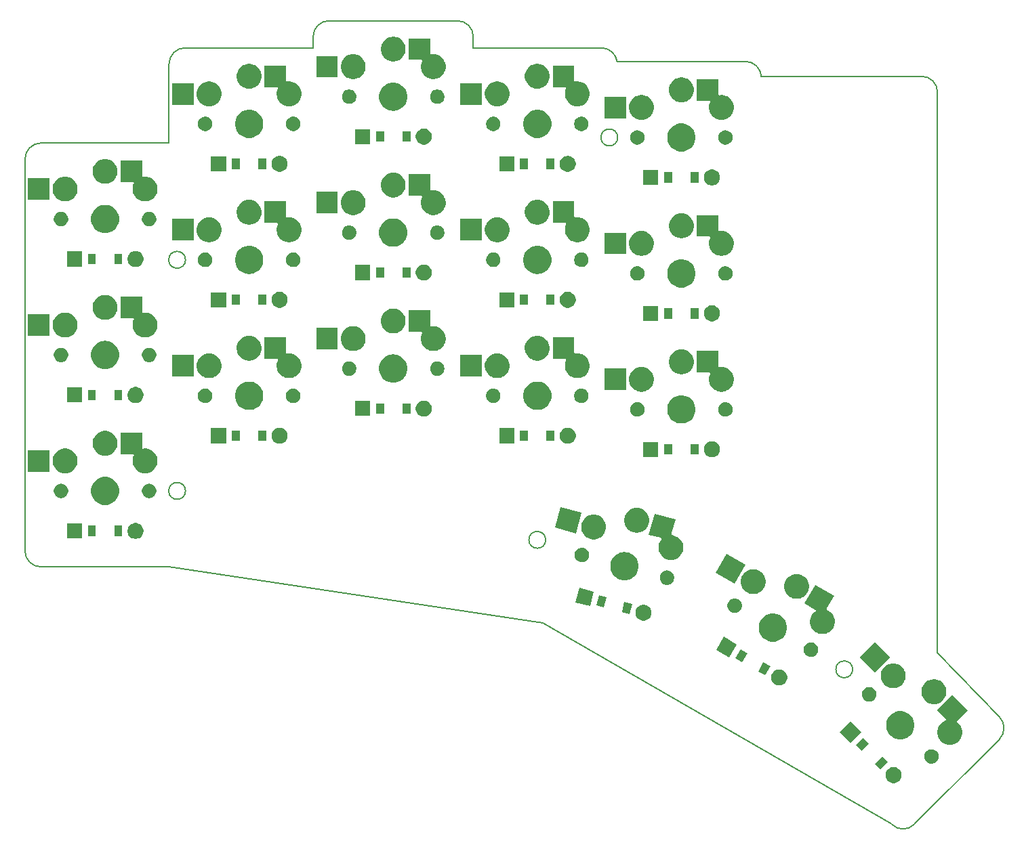
<source format=gbr>
G04 #@! TF.GenerationSoftware,KiCad,Pcbnew,5.1.5+dfsg1-2build2*
G04 #@! TF.CreationDate,2021-09-18T16:55:54+00:00*
G04 #@! TF.ProjectId,bottom_plate,626f7474-6f6d-45f7-906c-6174652e6b69,VERSION_HERE*
G04 #@! TF.SameCoordinates,Original*
G04 #@! TF.FileFunction,Soldermask,Top*
G04 #@! TF.FilePolarity,Negative*
%FSLAX46Y46*%
G04 Gerber Fmt 4.6, Leading zero omitted, Abs format (unit mm)*
G04 Created by KiCad (PCBNEW 5.1.5+dfsg1-2build2) date 2021-09-18 16:55:54*
%MOMM*%
%LPD*%
G04 APERTURE LIST*
G04 #@! TA.AperFunction,Profile*
%ADD10C,0.150000*%
G04 #@! TD*
%ADD11C,0.350000*%
G04 APERTURE END LIST*
D10*
X10000000Y-9500000D02*
X26000000Y-9500000D01*
X8000000Y-7500000D02*
X8000000Y41500000D01*
X10000000Y-9500000D02*
G75*
G02X8000000Y-7500000I0J2000000D01*
G01*
X26000000Y43500000D02*
X10000000Y43500000D01*
X8000000Y41500000D02*
G75*
G02X10000000Y43500000I2000000J0D01*
G01*
X44000000Y55400000D02*
X28000000Y55400000D01*
X26000000Y53400000D02*
G75*
G02X28000000Y55400000I2000000J0D01*
G01*
X26000000Y53400000D02*
X26000000Y43500000D01*
X64000000Y55400000D02*
X64000000Y56800000D01*
X62000000Y58800000D02*
G75*
G02X64000000Y56800000I0J-2000000D01*
G01*
X62000000Y58800000D02*
X46000000Y58800000D01*
X44000000Y56800000D02*
G75*
G02X46000000Y58800000I2000000J0D01*
G01*
X44000000Y56800000D02*
X44000000Y55400000D01*
X80000000Y55400000D02*
G75*
G02X81977391Y53699872I0J-2000000D01*
G01*
X80000000Y55400000D02*
X64000000Y55400000D01*
X98000000Y53700000D02*
G75*
G02X99994367Y51850000I0J-2000000D01*
G01*
X98000000Y53700000D02*
X82000000Y53700000D01*
X81977391Y53699872D02*
G75*
G02X82000000Y53700000I22609J-1999872D01*
G01*
X119117258Y-41686664D02*
G75*
G02X116288831Y-41686665I-1414214J1414213D01*
G01*
X119117258Y-41686665D02*
X129723860Y-31080063D01*
X129723859Y-28251636D02*
G75*
G02X129723860Y-31080063I-1414213J-1414214D01*
G01*
X122000000Y-20208734D02*
X129723860Y-28251636D01*
X116288831Y-41686665D02*
X72707107Y-16524745D01*
X72707107Y-16524745D02*
X26000000Y-9500000D01*
X122000000Y-20208734D02*
X122000000Y49850000D01*
X120000000Y51850000D02*
G75*
G02X122000000Y49850000I0J-2000000D01*
G01*
X120000000Y51850000D02*
X99994367Y51850000D01*
X28050000Y28900000D02*
G75*
G03X28050000Y28900000I-1050000J0D01*
G01*
X28050000Y0D02*
G75*
G03X28050000Y0I-1050000J0D01*
G01*
X82050000Y44200000D02*
G75*
G03X82050000Y44200000I-1050000J0D01*
G01*
X73050000Y-6120000D02*
G75*
G03X73050000Y-6120000I-1050000J0D01*
G01*
X111399134Y-22311939D02*
G75*
G03X111399134Y-22311939I-1050000J0D01*
G01*
D11*
G36*
X116800496Y-34577902D02*
G01*
X116982939Y-34653473D01*
X117147134Y-34763184D01*
X117286770Y-34902820D01*
X117396481Y-35067015D01*
X117472052Y-35249458D01*
X117510577Y-35443139D01*
X117510577Y-35640615D01*
X117472052Y-35834296D01*
X117396481Y-36016739D01*
X117286770Y-36180934D01*
X117147134Y-36320570D01*
X116982939Y-36430281D01*
X116800496Y-36505852D01*
X116606815Y-36544377D01*
X116409339Y-36544377D01*
X116215658Y-36505852D01*
X116033215Y-36430281D01*
X115869020Y-36320570D01*
X115729384Y-36180934D01*
X115619673Y-36016739D01*
X115544102Y-35834296D01*
X115505577Y-35640615D01*
X115505577Y-35443139D01*
X115544102Y-35249458D01*
X115619673Y-35067015D01*
X115729384Y-34902820D01*
X115869020Y-34763184D01*
X116033215Y-34653473D01*
X116215658Y-34577902D01*
X116409339Y-34539377D01*
X116606815Y-34539377D01*
X116800496Y-34577902D01*
G37*
G36*
X115793899Y-33908460D02*
G01*
X114874660Y-34827699D01*
X114167553Y-34120592D01*
X115086792Y-33201353D01*
X115793899Y-33908460D01*
G37*
G36*
X121413844Y-32317797D02*
G01*
X121500870Y-32335108D01*
X121664824Y-32403020D01*
X121812375Y-32501610D01*
X121937864Y-32627099D01*
X122036454Y-32774650D01*
X122104366Y-32938605D01*
X122138987Y-33112655D01*
X122138987Y-33290119D01*
X122104366Y-33464169D01*
X122036454Y-33628124D01*
X121937864Y-33775675D01*
X121812375Y-33901164D01*
X121664824Y-33999754D01*
X121500870Y-34067666D01*
X121413844Y-34084976D01*
X121326819Y-34102287D01*
X121149355Y-34102287D01*
X121062330Y-34084977D01*
X120975304Y-34067666D01*
X120811350Y-33999754D01*
X120663799Y-33901164D01*
X120538310Y-33775675D01*
X120439720Y-33628124D01*
X120371808Y-33464169D01*
X120337187Y-33290119D01*
X120337187Y-33112655D01*
X120371808Y-32938605D01*
X120439720Y-32774650D01*
X120538310Y-32627099D01*
X120663799Y-32501610D01*
X120811350Y-32403020D01*
X120893328Y-32369064D01*
X120975304Y-32335108D01*
X121062330Y-32317798D01*
X121149355Y-32300487D01*
X121326819Y-32300487D01*
X121413844Y-32317797D01*
G37*
G36*
X113460447Y-31575008D02*
G01*
X112541208Y-32494247D01*
X111834101Y-31787140D01*
X112753340Y-30867901D01*
X113460447Y-31575008D01*
G37*
G36*
X125781248Y-27420789D02*
G01*
X124443463Y-28758574D01*
X124427918Y-28777516D01*
X124416367Y-28799127D01*
X124409254Y-28822576D01*
X124406852Y-28846962D01*
X124409254Y-28871348D01*
X124416367Y-28894797D01*
X124427918Y-28916408D01*
X124443463Y-28935350D01*
X124462406Y-28950895D01*
X124524252Y-28992219D01*
X124740148Y-29208115D01*
X124821573Y-29329977D01*
X124909777Y-29461984D01*
X125026619Y-29744066D01*
X125086184Y-30043520D01*
X125086184Y-30348846D01*
X125026619Y-30648300D01*
X124909777Y-30930382D01*
X124909776Y-30930383D01*
X124740148Y-31184251D01*
X124524252Y-31400147D01*
X124402245Y-31481669D01*
X124270383Y-31569776D01*
X124105144Y-31638220D01*
X123988302Y-31686618D01*
X123838574Y-31716400D01*
X123688847Y-31746183D01*
X123383521Y-31746183D01*
X123233794Y-31716400D01*
X123084066Y-31686618D01*
X122967224Y-31638220D01*
X122801985Y-31569776D01*
X122670123Y-31481669D01*
X122548116Y-31400147D01*
X122332220Y-31184251D01*
X122162592Y-30930383D01*
X122162591Y-30930382D01*
X122045749Y-30648300D01*
X121986184Y-30348846D01*
X121986184Y-30043520D01*
X122045749Y-29744066D01*
X122162591Y-29461984D01*
X122250795Y-29329977D01*
X122332220Y-29208115D01*
X122548116Y-28992219D01*
X122765510Y-28846962D01*
X122801985Y-28822590D01*
X123027031Y-28729373D01*
X123048642Y-28717822D01*
X123067584Y-28702277D01*
X123083129Y-28683335D01*
X123094680Y-28661724D01*
X123101793Y-28638275D01*
X123104195Y-28613889D01*
X123101793Y-28589503D01*
X123094680Y-28566054D01*
X123083129Y-28544443D01*
X123067584Y-28525501D01*
X121962872Y-27420789D01*
X123872060Y-25511601D01*
X125781248Y-27420789D01*
G37*
G36*
X112447870Y-30153723D02*
G01*
X111119923Y-31481670D01*
X109791976Y-30153723D01*
X111119923Y-28825776D01*
X112447870Y-30153723D01*
G37*
G36*
X117565255Y-27556247D02*
G01*
X117863686Y-27615608D01*
X118184804Y-27748620D01*
X118473803Y-27941723D01*
X118719577Y-28187497D01*
X118912680Y-28476496D01*
X119045692Y-28797614D01*
X119113500Y-29138512D01*
X119113500Y-29486088D01*
X119045692Y-29826986D01*
X118912680Y-30148104D01*
X118719577Y-30437103D01*
X118473803Y-30682877D01*
X118184804Y-30875980D01*
X117863686Y-31008992D01*
X117565255Y-31068353D01*
X117522789Y-31076800D01*
X117175211Y-31076800D01*
X117132745Y-31068353D01*
X116834314Y-31008992D01*
X116513196Y-30875980D01*
X116224197Y-30682877D01*
X115978423Y-30437103D01*
X115785320Y-30148104D01*
X115652308Y-29826986D01*
X115584500Y-29486088D01*
X115584500Y-29138512D01*
X115652308Y-28797614D01*
X115785320Y-28476496D01*
X115978423Y-28187497D01*
X116224197Y-27941723D01*
X116513196Y-27748620D01*
X116834314Y-27615608D01*
X117132745Y-27556247D01*
X117175211Y-27547800D01*
X117522789Y-27547800D01*
X117565255Y-27556247D01*
G37*
G36*
X121858675Y-23584797D02*
G01*
X122008403Y-23614580D01*
X122125245Y-23662978D01*
X122290484Y-23731422D01*
X122290485Y-23731423D01*
X122544353Y-23901051D01*
X122760249Y-24116947D01*
X122829844Y-24221104D01*
X122929878Y-24370816D01*
X122982853Y-24498709D01*
X123046720Y-24652897D01*
X123106285Y-24952353D01*
X123106285Y-25257677D01*
X123055709Y-25511944D01*
X123046720Y-25557132D01*
X122929878Y-25839214D01*
X122929877Y-25839215D01*
X122760249Y-26093083D01*
X122544353Y-26308979D01*
X122374724Y-26422321D01*
X122290484Y-26478608D01*
X122125245Y-26547052D01*
X122008403Y-26595450D01*
X121858675Y-26625232D01*
X121708948Y-26655015D01*
X121403622Y-26655015D01*
X121253895Y-26625232D01*
X121104167Y-26595450D01*
X120987325Y-26547052D01*
X120822086Y-26478608D01*
X120737846Y-26422321D01*
X120568217Y-26308979D01*
X120352321Y-26093083D01*
X120182693Y-25839215D01*
X120182692Y-25839214D01*
X120065850Y-25557132D01*
X120056862Y-25511944D01*
X120006285Y-25257677D01*
X120006285Y-24952353D01*
X120065850Y-24652897D01*
X120129717Y-24498709D01*
X120182692Y-24370816D01*
X120282726Y-24221104D01*
X120352321Y-24116947D01*
X120568217Y-23901051D01*
X120822085Y-23731423D01*
X120822086Y-23731422D01*
X120987325Y-23662978D01*
X121104167Y-23614580D01*
X121253895Y-23584797D01*
X121403622Y-23555015D01*
X121708948Y-23555015D01*
X121858675Y-23584797D01*
G37*
G36*
X113635670Y-24539623D02*
G01*
X113722696Y-24556934D01*
X113886650Y-24624846D01*
X114034201Y-24723436D01*
X114159690Y-24848925D01*
X114258280Y-24996476D01*
X114326192Y-25160431D01*
X114360813Y-25334481D01*
X114360813Y-25511945D01*
X114326192Y-25685995D01*
X114258280Y-25849950D01*
X114159690Y-25997501D01*
X114034201Y-26122990D01*
X113886650Y-26221580D01*
X113722696Y-26289492D01*
X113635670Y-26306803D01*
X113548645Y-26324113D01*
X113371181Y-26324113D01*
X113284156Y-26306803D01*
X113197130Y-26289492D01*
X113033176Y-26221580D01*
X112885625Y-26122990D01*
X112760136Y-25997501D01*
X112661546Y-25849950D01*
X112593634Y-25685995D01*
X112559013Y-25511945D01*
X112559013Y-25334481D01*
X112593634Y-25160431D01*
X112661546Y-24996476D01*
X112760136Y-24848925D01*
X112885625Y-24723436D01*
X113033176Y-24624846D01*
X113197130Y-24556934D01*
X113284156Y-24539624D01*
X113371181Y-24522313D01*
X113548645Y-24522313D01*
X113635670Y-24539623D01*
G37*
G36*
X116767507Y-21604898D02*
G01*
X116917235Y-21634681D01*
X117034077Y-21683079D01*
X117199316Y-21751523D01*
X117199317Y-21751524D01*
X117453185Y-21921152D01*
X117669081Y-22137048D01*
X117782423Y-22306677D01*
X117838710Y-22390917D01*
X117860820Y-22444296D01*
X117955552Y-22672998D01*
X118015117Y-22972454D01*
X118015117Y-23277778D01*
X117955552Y-23577234D01*
X117935717Y-23625119D01*
X117838710Y-23859315D01*
X117838709Y-23859316D01*
X117669081Y-24113184D01*
X117453185Y-24329080D01*
X117390722Y-24370816D01*
X117199316Y-24498709D01*
X117058748Y-24556934D01*
X116917235Y-24615551D01*
X116870505Y-24624846D01*
X116617780Y-24675116D01*
X116312454Y-24675116D01*
X116059729Y-24624846D01*
X116012999Y-24615551D01*
X115871486Y-24556934D01*
X115730918Y-24498709D01*
X115539512Y-24370816D01*
X115477049Y-24329080D01*
X115261153Y-24113184D01*
X115091525Y-23859316D01*
X115091524Y-23859315D01*
X114994517Y-23625119D01*
X114974682Y-23577234D01*
X114915117Y-23277778D01*
X114915117Y-22972454D01*
X114974682Y-22672998D01*
X115069414Y-22444296D01*
X115091524Y-22390917D01*
X115147811Y-22306677D01*
X115261153Y-22137048D01*
X115477049Y-21921152D01*
X115730917Y-21751524D01*
X115730918Y-21751523D01*
X115896157Y-21683079D01*
X116012999Y-21634681D01*
X116162727Y-21604898D01*
X116312454Y-21575116D01*
X116617780Y-21575116D01*
X116767507Y-21604898D01*
G37*
G36*
X102522876Y-22368725D02*
G01*
X102705319Y-22444296D01*
X102869514Y-22554007D01*
X103009150Y-22693643D01*
X103118861Y-22857838D01*
X103194432Y-23040281D01*
X103232957Y-23233962D01*
X103232957Y-23431438D01*
X103194432Y-23625119D01*
X103118861Y-23807562D01*
X103009150Y-23971757D01*
X102869514Y-24111393D01*
X102705319Y-24221104D01*
X102522876Y-24296675D01*
X102329195Y-24335200D01*
X102131719Y-24335200D01*
X101938038Y-24296675D01*
X101755595Y-24221104D01*
X101591400Y-24111393D01*
X101451764Y-23971757D01*
X101342053Y-23807562D01*
X101266482Y-23625119D01*
X101227957Y-23431438D01*
X101227957Y-23233962D01*
X101266482Y-23040281D01*
X101342053Y-22857838D01*
X101451764Y-22693643D01*
X101591400Y-22554007D01*
X101755595Y-22444296D01*
X101938038Y-22368725D01*
X102131719Y-22330200D01*
X102329195Y-22330200D01*
X102522876Y-22368725D01*
G37*
G36*
X101117855Y-21939783D02*
G01*
X100467855Y-23065617D01*
X99601829Y-22565617D01*
X100251829Y-21439783D01*
X101117855Y-21939783D01*
G37*
G36*
X116058530Y-20809341D02*
G01*
X114149342Y-22718529D01*
X112240154Y-20809341D01*
X114149342Y-18900153D01*
X116058530Y-20809341D01*
G37*
G36*
X98259971Y-20289783D02*
G01*
X97609971Y-21415617D01*
X96743945Y-20915617D01*
X97393945Y-19789783D01*
X98259971Y-20289783D01*
G37*
G36*
X96914042Y-19179002D02*
G01*
X95975041Y-20805399D01*
X94348644Y-19866398D01*
X95287645Y-18240001D01*
X96914042Y-19179002D01*
G37*
G36*
X106369897Y-18963911D02*
G01*
X106456923Y-18981221D01*
X106620877Y-19049133D01*
X106768428Y-19147723D01*
X106893917Y-19273212D01*
X106992507Y-19420763D01*
X107060419Y-19584718D01*
X107095040Y-19758768D01*
X107095040Y-19936232D01*
X107060419Y-20110282D01*
X106992507Y-20274237D01*
X106893917Y-20421788D01*
X106768428Y-20547277D01*
X106620877Y-20645867D01*
X106538899Y-20679823D01*
X106456923Y-20713779D01*
X106369897Y-20731089D01*
X106282872Y-20748400D01*
X106105408Y-20748400D01*
X106018383Y-20731090D01*
X105931357Y-20713779D01*
X105767403Y-20645867D01*
X105619852Y-20547277D01*
X105494363Y-20421788D01*
X105395773Y-20274237D01*
X105327861Y-20110282D01*
X105293240Y-19936232D01*
X105293240Y-19758768D01*
X105327861Y-19584718D01*
X105395773Y-19420763D01*
X105494363Y-19273212D01*
X105619852Y-19147723D01*
X105767403Y-19049133D01*
X105931357Y-18981221D01*
X106018383Y-18963910D01*
X106105408Y-18946600D01*
X106282872Y-18946600D01*
X106369897Y-18963911D01*
G37*
G36*
X101647255Y-15341447D02*
G01*
X101945686Y-15400808D01*
X102266804Y-15533820D01*
X102555803Y-15726923D01*
X102801577Y-15972697D01*
X102994680Y-16261696D01*
X103127692Y-16582814D01*
X103195500Y-16923712D01*
X103195500Y-17271288D01*
X103127692Y-17612186D01*
X102994680Y-17933304D01*
X102801577Y-18222303D01*
X102555803Y-18468077D01*
X102266804Y-18661180D01*
X101945686Y-18794192D01*
X101647255Y-18853553D01*
X101604789Y-18862000D01*
X101257211Y-18862000D01*
X101214745Y-18853553D01*
X100916314Y-18794192D01*
X100595196Y-18661180D01*
X100306197Y-18468077D01*
X100060423Y-18222303D01*
X99867320Y-17933304D01*
X99734308Y-17612186D01*
X99666500Y-17271288D01*
X99666500Y-16923712D01*
X99734308Y-16582814D01*
X99867320Y-16261696D01*
X100060423Y-15972697D01*
X100306197Y-15726923D01*
X100595196Y-15533820D01*
X100916314Y-15400808D01*
X101214745Y-15341447D01*
X101257211Y-15333000D01*
X101604789Y-15333000D01*
X101647255Y-15341447D01*
G37*
G36*
X109086367Y-13088015D02*
G01*
X108207486Y-14610282D01*
X108139637Y-14727799D01*
X108129524Y-14750119D01*
X108123959Y-14773983D01*
X108123158Y-14798474D01*
X108127149Y-14822651D01*
X108135781Y-14845585D01*
X108148721Y-14866394D01*
X108165471Y-14884278D01*
X108185389Y-14898551D01*
X108200054Y-14905783D01*
X108370326Y-14976312D01*
X108370327Y-14976313D01*
X108624195Y-15145941D01*
X108840091Y-15361837D01*
X108950529Y-15527120D01*
X109009720Y-15615706D01*
X109055788Y-15726924D01*
X109126562Y-15897787D01*
X109149558Y-16013395D01*
X109186127Y-16197242D01*
X109186127Y-16502568D01*
X109126562Y-16802022D01*
X109009720Y-17084104D01*
X109009719Y-17084105D01*
X108840091Y-17337973D01*
X108624195Y-17553869D01*
X108454566Y-17667211D01*
X108370326Y-17723498D01*
X108205087Y-17791942D01*
X108088245Y-17840340D01*
X107938517Y-17870123D01*
X107788790Y-17899905D01*
X107483464Y-17899905D01*
X107333737Y-17870122D01*
X107184009Y-17840340D01*
X107067167Y-17791942D01*
X106901928Y-17723498D01*
X106817688Y-17667211D01*
X106648059Y-17553869D01*
X106432163Y-17337973D01*
X106262535Y-17084105D01*
X106262534Y-17084104D01*
X106145692Y-16802022D01*
X106086127Y-16502568D01*
X106086127Y-16197242D01*
X106122696Y-16013395D01*
X106145692Y-15897787D01*
X106216466Y-15726924D01*
X106262534Y-15615706D01*
X106321725Y-15527120D01*
X106432163Y-15361837D01*
X106648059Y-15145941D01*
X106760317Y-15070933D01*
X106779258Y-15055389D01*
X106794803Y-15036447D01*
X106806354Y-15014836D01*
X106813467Y-14991387D01*
X106815869Y-14967001D01*
X106813467Y-14942615D01*
X106806354Y-14919166D01*
X106794803Y-14897555D01*
X106779258Y-14878613D01*
X106753369Y-14858749D01*
X105398099Y-14076284D01*
X105398099Y-14076283D01*
X106748099Y-11738015D01*
X109086367Y-13088015D01*
G37*
G36*
X85571796Y-14270727D02*
G01*
X85754239Y-14346298D01*
X85918434Y-14456009D01*
X86058070Y-14595645D01*
X86167781Y-14759840D01*
X86243352Y-14942283D01*
X86281877Y-15135964D01*
X86281877Y-15333440D01*
X86243352Y-15527121D01*
X86167781Y-15709564D01*
X86058070Y-15873759D01*
X85918434Y-16013395D01*
X85754239Y-16123106D01*
X85571796Y-16198677D01*
X85378115Y-16237202D01*
X85180639Y-16237202D01*
X84986958Y-16198677D01*
X84804515Y-16123106D01*
X84640320Y-16013395D01*
X84500684Y-15873759D01*
X84390973Y-15709564D01*
X84315402Y-15527121D01*
X84276877Y-15333440D01*
X84276877Y-15135964D01*
X84315402Y-14942283D01*
X84390973Y-14759840D01*
X84500684Y-14595645D01*
X84640320Y-14456009D01*
X84804515Y-14346298D01*
X84986958Y-14270727D01*
X85180639Y-14232202D01*
X85378115Y-14232202D01*
X85571796Y-14270727D01*
G37*
G36*
X83844173Y-14177208D02*
G01*
X83507709Y-15432911D01*
X83507708Y-15432911D01*
X82541783Y-15174092D01*
X82575763Y-15047277D01*
X82878247Y-13918389D01*
X82878248Y-13918389D01*
X83844173Y-14177208D01*
G37*
G36*
X96843617Y-13463910D02*
G01*
X96930643Y-13481221D01*
X97012619Y-13515177D01*
X97094597Y-13549133D01*
X97242148Y-13647723D01*
X97367637Y-13773212D01*
X97466227Y-13920763D01*
X97534139Y-14084718D01*
X97568760Y-14258768D01*
X97568760Y-14436232D01*
X97534139Y-14610282D01*
X97466227Y-14774237D01*
X97367637Y-14921788D01*
X97242148Y-15047277D01*
X97094597Y-15145867D01*
X97026455Y-15174092D01*
X96930643Y-15213779D01*
X96843617Y-15231090D01*
X96756592Y-15248400D01*
X96579128Y-15248400D01*
X96492103Y-15231090D01*
X96405077Y-15213779D01*
X96309265Y-15174092D01*
X96241123Y-15145867D01*
X96093572Y-15047277D01*
X95968083Y-14921788D01*
X95869493Y-14774237D01*
X95801581Y-14610282D01*
X95766960Y-14436232D01*
X95766960Y-14258768D01*
X95801581Y-14084718D01*
X95869493Y-13920763D01*
X95968083Y-13773212D01*
X96093572Y-13647723D01*
X96241123Y-13549133D01*
X96323101Y-13515177D01*
X96405077Y-13481221D01*
X96492103Y-13463910D01*
X96579128Y-13446600D01*
X96756592Y-13446600D01*
X96843617Y-13463910D01*
G37*
G36*
X80005393Y-13148613D02*
G01*
X80656617Y-13323108D01*
X80320153Y-14578811D01*
X80320152Y-14578811D01*
X79354227Y-14319992D01*
X79367427Y-14270728D01*
X79690691Y-13064289D01*
X79690692Y-13064289D01*
X80005393Y-13148613D01*
G37*
G36*
X79069058Y-12598525D02*
G01*
X78582996Y-14412533D01*
X76768988Y-13926471D01*
X77255050Y-12112463D01*
X79069058Y-12598525D01*
G37*
G36*
X104708390Y-10424432D02*
G01*
X104858118Y-10454214D01*
X104974960Y-10502612D01*
X105140199Y-10571056D01*
X105224439Y-10627343D01*
X105394068Y-10740685D01*
X105609964Y-10956581D01*
X105709325Y-11105287D01*
X105779593Y-11210450D01*
X105803945Y-11269241D01*
X105896435Y-11492531D01*
X105906331Y-11542282D01*
X105956000Y-11791986D01*
X105956000Y-12097312D01*
X105896435Y-12396766D01*
X105779593Y-12678848D01*
X105749759Y-12723498D01*
X105609964Y-12932717D01*
X105394068Y-13148613D01*
X105224439Y-13261955D01*
X105140199Y-13318242D01*
X104974960Y-13386686D01*
X104858118Y-13435084D01*
X104708390Y-13464866D01*
X104558663Y-13494649D01*
X104253337Y-13494649D01*
X104103610Y-13464866D01*
X103953882Y-13435084D01*
X103837040Y-13386686D01*
X103671801Y-13318242D01*
X103587561Y-13261955D01*
X103417932Y-13148613D01*
X103202036Y-12932717D01*
X103062241Y-12723498D01*
X103032407Y-12678848D01*
X102915565Y-12396766D01*
X102856000Y-12097312D01*
X102856000Y-11791986D01*
X102905669Y-11542282D01*
X102915565Y-11492531D01*
X103008055Y-11269241D01*
X103032407Y-11210450D01*
X103102675Y-11105287D01*
X103202036Y-10956581D01*
X103417932Y-10740685D01*
X103587561Y-10627343D01*
X103671801Y-10571056D01*
X103837040Y-10502612D01*
X103953882Y-10454214D01*
X104103610Y-10424432D01*
X104253337Y-10394649D01*
X104558663Y-10394649D01*
X104708390Y-10424432D01*
G37*
G36*
X99278263Y-9829688D02*
G01*
X99427991Y-9859470D01*
X99544833Y-9907868D01*
X99710072Y-9976312D01*
X99710073Y-9976313D01*
X99963941Y-10145941D01*
X100179837Y-10361837D01*
X100201761Y-10394649D01*
X100349466Y-10615706D01*
X100417910Y-10780945D01*
X100466308Y-10897787D01*
X100478003Y-10956581D01*
X100525873Y-11197242D01*
X100525873Y-11502568D01*
X100466308Y-11802022D01*
X100349466Y-12084104D01*
X100330517Y-12112463D01*
X100179837Y-12337973D01*
X99963941Y-12553869D01*
X99897108Y-12598525D01*
X99710072Y-12723498D01*
X99544833Y-12791942D01*
X99427991Y-12840340D01*
X99278263Y-12870123D01*
X99128536Y-12899905D01*
X98823210Y-12899905D01*
X98673483Y-12870123D01*
X98523755Y-12840340D01*
X98406913Y-12791942D01*
X98241674Y-12723498D01*
X98054638Y-12598525D01*
X97987805Y-12553869D01*
X97771909Y-12337973D01*
X97621229Y-12112463D01*
X97602280Y-12084104D01*
X97485438Y-11802022D01*
X97425873Y-11502568D01*
X97425873Y-11197242D01*
X97473743Y-10956581D01*
X97485438Y-10897787D01*
X97533836Y-10780945D01*
X97602280Y-10615706D01*
X97749985Y-10394649D01*
X97771909Y-10361837D01*
X97987805Y-10145941D01*
X98241673Y-9976313D01*
X98241674Y-9976312D01*
X98406913Y-9907868D01*
X98523755Y-9859470D01*
X98673483Y-9829688D01*
X98823210Y-9799905D01*
X99128536Y-9799905D01*
X99278263Y-9829688D01*
G37*
G36*
X88381649Y-9958916D02*
G01*
X88468675Y-9976226D01*
X88550651Y-10010182D01*
X88632629Y-10044138D01*
X88780180Y-10142728D01*
X88905669Y-10268217D01*
X89004259Y-10415768D01*
X89004259Y-10415769D01*
X89068582Y-10571057D01*
X89072171Y-10579723D01*
X89106792Y-10753773D01*
X89106792Y-10931237D01*
X89072171Y-11105287D01*
X89004259Y-11269242D01*
X88905669Y-11416793D01*
X88780180Y-11542282D01*
X88632629Y-11640872D01*
X88550651Y-11674828D01*
X88468675Y-11708784D01*
X88381649Y-11726094D01*
X88294624Y-11743405D01*
X88117160Y-11743405D01*
X88030135Y-11726094D01*
X87943109Y-11708784D01*
X87861133Y-11674828D01*
X87779155Y-11640872D01*
X87631604Y-11542282D01*
X87506115Y-11416793D01*
X87407525Y-11269242D01*
X87339613Y-11105287D01*
X87304992Y-10931237D01*
X87304992Y-10753773D01*
X87339613Y-10579723D01*
X87343203Y-10571057D01*
X87407525Y-10415769D01*
X87407525Y-10415768D01*
X87506115Y-10268217D01*
X87631604Y-10142728D01*
X87779155Y-10044138D01*
X87861133Y-10010182D01*
X87943109Y-9976226D01*
X88030135Y-9958915D01*
X88117160Y-9941605D01*
X88294624Y-9941605D01*
X88381649Y-9958916D01*
G37*
G36*
X97983774Y-9218271D02*
G01*
X96633774Y-11556539D01*
X94295506Y-10206539D01*
X95645506Y-7868271D01*
X97983774Y-9218271D01*
G37*
G36*
X83109555Y-7662947D02*
G01*
X83407986Y-7722308D01*
X83729104Y-7855320D01*
X84018103Y-8048423D01*
X84263877Y-8294197D01*
X84456980Y-8583196D01*
X84589992Y-8904314D01*
X84657800Y-9245212D01*
X84657800Y-9592788D01*
X84589992Y-9933686D01*
X84456980Y-10254804D01*
X84263877Y-10543803D01*
X84018103Y-10789577D01*
X83729104Y-10982680D01*
X83407986Y-11115692D01*
X83109555Y-11175053D01*
X83067089Y-11183500D01*
X82719511Y-11183500D01*
X82677045Y-11175053D01*
X82378614Y-11115692D01*
X82057496Y-10982680D01*
X81768497Y-10789577D01*
X81522723Y-10543803D01*
X81329620Y-10254804D01*
X81196608Y-9933686D01*
X81128800Y-9592788D01*
X81128800Y-9245212D01*
X81196608Y-8904314D01*
X81329620Y-8583196D01*
X81522723Y-8294197D01*
X81768497Y-8048423D01*
X82057496Y-7855320D01*
X82378614Y-7722308D01*
X82677045Y-7662947D01*
X82719511Y-7654500D01*
X83067089Y-7654500D01*
X83109555Y-7662947D01*
G37*
G36*
X77756465Y-7111906D02*
G01*
X77843491Y-7129216D01*
X77925467Y-7163172D01*
X78007445Y-7197128D01*
X78154996Y-7295718D01*
X78280485Y-7421207D01*
X78379075Y-7568758D01*
X78446987Y-7732713D01*
X78465359Y-7825072D01*
X78481608Y-7906764D01*
X78481608Y-8084226D01*
X78446987Y-8258278D01*
X78379075Y-8422232D01*
X78280485Y-8569783D01*
X78154996Y-8695272D01*
X78007445Y-8793862D01*
X77925467Y-8827818D01*
X77843491Y-8861774D01*
X77756465Y-8879085D01*
X77669440Y-8896395D01*
X77491976Y-8896395D01*
X77404951Y-8879085D01*
X77317925Y-8861774D01*
X77235949Y-8827818D01*
X77153971Y-8793862D01*
X77006420Y-8695272D01*
X76880931Y-8569783D01*
X76782341Y-8422232D01*
X76714429Y-8258278D01*
X76679808Y-8084226D01*
X76679808Y-7906764D01*
X76696058Y-7825072D01*
X76714429Y-7732713D01*
X76782341Y-7568758D01*
X76880931Y-7421207D01*
X77006420Y-7295718D01*
X77153971Y-7197128D01*
X77235949Y-7163172D01*
X77317925Y-7129216D01*
X77404951Y-7111905D01*
X77491976Y-7094595D01*
X77669440Y-7094595D01*
X77756465Y-7111906D01*
G37*
G36*
X89250086Y-3564780D02*
G01*
X88806104Y-5221741D01*
X88761489Y-5388247D01*
X88757498Y-5412424D01*
X88758299Y-5436915D01*
X88763864Y-5460779D01*
X88773977Y-5483099D01*
X88788250Y-5503017D01*
X88806134Y-5519767D01*
X88826943Y-5532707D01*
X88857843Y-5543196D01*
X89025309Y-5576507D01*
X89145619Y-5600438D01*
X89238853Y-5639057D01*
X89427700Y-5717280D01*
X89427701Y-5717281D01*
X89681569Y-5886909D01*
X89897465Y-6102805D01*
X89944220Y-6172780D01*
X90067094Y-6356674D01*
X90183936Y-6638756D01*
X90243501Y-6938210D01*
X90243501Y-7243536D01*
X90183936Y-7542990D01*
X90067094Y-7825072D01*
X90067093Y-7825073D01*
X89897465Y-8078941D01*
X89681569Y-8294837D01*
X89511940Y-8408179D01*
X89427700Y-8464466D01*
X89262461Y-8532910D01*
X89145619Y-8581308D01*
X88995891Y-8611090D01*
X88846164Y-8640873D01*
X88540838Y-8640873D01*
X88391111Y-8611090D01*
X88241383Y-8581308D01*
X88124541Y-8532910D01*
X87959302Y-8464466D01*
X87875062Y-8408179D01*
X87705433Y-8294837D01*
X87489537Y-8078941D01*
X87319909Y-7825073D01*
X87319908Y-7825072D01*
X87203066Y-7542990D01*
X87143501Y-7243536D01*
X87143501Y-6938210D01*
X87203066Y-6638756D01*
X87319908Y-6356674D01*
X87442782Y-6172780D01*
X87489537Y-6102805D01*
X87505635Y-6086707D01*
X87521175Y-6067771D01*
X87532726Y-6046160D01*
X87539839Y-6022711D01*
X87542241Y-5998325D01*
X87539839Y-5973939D01*
X87532726Y-5950490D01*
X87521175Y-5928879D01*
X87505630Y-5909937D01*
X87486688Y-5894392D01*
X87465077Y-5882841D01*
X87449601Y-5877587D01*
X85943274Y-5473968D01*
X86642086Y-2865968D01*
X89250086Y-3564780D01*
G37*
G36*
X79336632Y-2982465D02*
G01*
X79486360Y-3012248D01*
X79603202Y-3060646D01*
X79768441Y-3129090D01*
X79768442Y-3129091D01*
X80022310Y-3298719D01*
X80238206Y-3514615D01*
X80351548Y-3684244D01*
X80407835Y-3768484D01*
X80476279Y-3933723D01*
X80524677Y-4050565D01*
X80536817Y-4111596D01*
X80584242Y-4350020D01*
X80584242Y-4655346D01*
X80524677Y-4954800D01*
X80407835Y-5236882D01*
X80407834Y-5236883D01*
X80238206Y-5490751D01*
X80022310Y-5706647D01*
X79852681Y-5819989D01*
X79768441Y-5876276D01*
X79641446Y-5928879D01*
X79486360Y-5993118D01*
X79337585Y-6022711D01*
X79186905Y-6052683D01*
X78881579Y-6052683D01*
X78730899Y-6022711D01*
X78582124Y-5993118D01*
X78427038Y-5928879D01*
X78300043Y-5876276D01*
X78215803Y-5819989D01*
X78046174Y-5706647D01*
X77830278Y-5490751D01*
X77660650Y-5236883D01*
X77660649Y-5236882D01*
X77543807Y-4954800D01*
X77484242Y-4655346D01*
X77484242Y-4350020D01*
X77531667Y-4111596D01*
X77543807Y-4050565D01*
X77592205Y-3933723D01*
X77660649Y-3768484D01*
X77716936Y-3684244D01*
X77830278Y-3514615D01*
X78046174Y-3298719D01*
X78300042Y-3129091D01*
X78300043Y-3129090D01*
X78465282Y-3060646D01*
X78582124Y-3012248D01*
X78731852Y-2982465D01*
X78881579Y-2952683D01*
X79186905Y-2952683D01*
X79336632Y-2982465D01*
G37*
G36*
X22102419Y-4036025D02*
G01*
X22284862Y-4111596D01*
X22449057Y-4221307D01*
X22588693Y-4360943D01*
X22698404Y-4525138D01*
X22773975Y-4707581D01*
X22812500Y-4901262D01*
X22812500Y-5098738D01*
X22773975Y-5292419D01*
X22698404Y-5474862D01*
X22588693Y-5639057D01*
X22449057Y-5778693D01*
X22284862Y-5888404D01*
X22102419Y-5963975D01*
X21908738Y-6002500D01*
X21711262Y-6002500D01*
X21517581Y-5963975D01*
X21335138Y-5888404D01*
X21170943Y-5778693D01*
X21031307Y-5639057D01*
X20921596Y-5474862D01*
X20846025Y-5292419D01*
X20807500Y-5098738D01*
X20807500Y-4901262D01*
X20846025Y-4707581D01*
X20921596Y-4525138D01*
X21031307Y-4360943D01*
X21170943Y-4221307D01*
X21335138Y-4111596D01*
X21517581Y-4036025D01*
X21711262Y-3997500D01*
X21908738Y-3997500D01*
X22102419Y-4036025D01*
G37*
G36*
X15129000Y-5939000D02*
G01*
X13251000Y-5939000D01*
X13251000Y-4061000D01*
X15129000Y-4061000D01*
X15129000Y-5939000D01*
G37*
G36*
X16850000Y-5650000D02*
G01*
X15850000Y-5650000D01*
X15850000Y-4350000D01*
X16850000Y-4350000D01*
X16850000Y-5650000D01*
G37*
G36*
X20150000Y-5650000D02*
G01*
X19150000Y-5650000D01*
X19150000Y-4350000D01*
X20150000Y-4350000D01*
X20150000Y-5650000D01*
G37*
G36*
X77524241Y-2700457D02*
G01*
X76825429Y-5308457D01*
X74217429Y-4609645D01*
X74916241Y-2001645D01*
X77524241Y-2700457D01*
G37*
G36*
X84735663Y-2151523D02*
G01*
X84885391Y-2181306D01*
X85002233Y-2229704D01*
X85167472Y-2298148D01*
X85167473Y-2298149D01*
X85421341Y-2467777D01*
X85637237Y-2683673D01*
X85750579Y-2853302D01*
X85806866Y-2937542D01*
X85923708Y-3219624D01*
X85983273Y-3519078D01*
X85983273Y-3824404D01*
X85923708Y-4123858D01*
X85806866Y-4405940D01*
X85806865Y-4405941D01*
X85637237Y-4659809D01*
X85421341Y-4875705D01*
X85251712Y-4989047D01*
X85167472Y-5045334D01*
X85038543Y-5098738D01*
X84885391Y-5162176D01*
X84735663Y-5191959D01*
X84585936Y-5221741D01*
X84280610Y-5221741D01*
X84130883Y-5191959D01*
X83981155Y-5162176D01*
X83828003Y-5098738D01*
X83699074Y-5045334D01*
X83614834Y-4989047D01*
X83445205Y-4875705D01*
X83229309Y-4659809D01*
X83059681Y-4405941D01*
X83059680Y-4405940D01*
X82942838Y-4123858D01*
X82883273Y-3824404D01*
X82883273Y-3519078D01*
X82942838Y-3219624D01*
X83059680Y-2937542D01*
X83115967Y-2853302D01*
X83229309Y-2683673D01*
X83445205Y-2467777D01*
X83699073Y-2298149D01*
X83699074Y-2298148D01*
X83864313Y-2229704D01*
X83981155Y-2181306D01*
X84130883Y-2151523D01*
X84280610Y-2121741D01*
X84585936Y-2121741D01*
X84735663Y-2151523D01*
G37*
G36*
X18216255Y1756053D02*
G01*
X18514686Y1696692D01*
X18835804Y1563680D01*
X19124803Y1370577D01*
X19370577Y1124803D01*
X19563680Y835804D01*
X19696692Y514686D01*
X19764500Y173788D01*
X19764500Y-173788D01*
X19696692Y-514686D01*
X19563680Y-835804D01*
X19370577Y-1124803D01*
X19124803Y-1370577D01*
X18835804Y-1563680D01*
X18514686Y-1696692D01*
X18216255Y-1756053D01*
X18173789Y-1764500D01*
X17826211Y-1764500D01*
X17783745Y-1756053D01*
X17485314Y-1696692D01*
X17164196Y-1563680D01*
X16875197Y-1370577D01*
X16629423Y-1124803D01*
X16436320Y-835804D01*
X16303308Y-514686D01*
X16235500Y-173788D01*
X16235500Y173788D01*
X16303308Y514686D01*
X16436320Y835804D01*
X16629423Y1124803D01*
X16875197Y1370577D01*
X17164196Y1563680D01*
X17485314Y1696692D01*
X17783745Y1756053D01*
X17826211Y1764500D01*
X18173789Y1764500D01*
X18216255Y1756053D01*
G37*
G36*
X12675757Y883590D02*
G01*
X12762783Y866279D01*
X12844759Y832323D01*
X12926737Y798367D01*
X13074288Y699777D01*
X13199777Y574288D01*
X13298367Y426737D01*
X13366279Y262782D01*
X13400900Y88732D01*
X13400900Y-88732D01*
X13366279Y-262782D01*
X13298367Y-426737D01*
X13199777Y-574288D01*
X13074288Y-699777D01*
X12926737Y-798367D01*
X12844759Y-832323D01*
X12762783Y-866279D01*
X12675757Y-883590D01*
X12588732Y-900900D01*
X12411268Y-900900D01*
X12324243Y-883589D01*
X12237217Y-866279D01*
X12155241Y-832323D01*
X12073263Y-798367D01*
X11925712Y-699777D01*
X11800223Y-574288D01*
X11701633Y-426737D01*
X11633721Y-262782D01*
X11599100Y-88732D01*
X11599100Y88732D01*
X11633721Y262782D01*
X11701633Y426737D01*
X11800223Y574288D01*
X11925712Y699777D01*
X12073263Y798367D01*
X12155241Y832323D01*
X12237217Y866279D01*
X12324243Y883589D01*
X12411268Y900900D01*
X12588732Y900900D01*
X12675757Y883590D01*
G37*
G36*
X23675757Y883590D02*
G01*
X23762783Y866279D01*
X23844759Y832323D01*
X23926737Y798367D01*
X24074288Y699777D01*
X24199777Y574288D01*
X24298367Y426737D01*
X24366279Y262782D01*
X24400900Y88732D01*
X24400900Y-88732D01*
X24366279Y-262782D01*
X24298367Y-426737D01*
X24199777Y-574288D01*
X24074288Y-699777D01*
X23926737Y-798367D01*
X23844759Y-832323D01*
X23762783Y-866279D01*
X23675757Y-883590D01*
X23588732Y-900900D01*
X23411268Y-900900D01*
X23324243Y-883590D01*
X23237217Y-866279D01*
X23155241Y-832323D01*
X23073263Y-798367D01*
X22925712Y-699777D01*
X22800223Y-574288D01*
X22701633Y-426737D01*
X22633721Y-262782D01*
X22599100Y-88732D01*
X22599100Y88732D01*
X22633721Y262782D01*
X22701633Y426737D01*
X22800223Y574288D01*
X22925712Y699777D01*
X23073263Y798367D01*
X23155241Y832323D01*
X23237217Y866279D01*
X23324243Y883590D01*
X23411268Y900900D01*
X23588732Y900900D01*
X23675757Y883590D01*
G37*
G36*
X22625000Y5408086D02*
G01*
X22627402Y5383700D01*
X22634515Y5360251D01*
X22646066Y5338640D01*
X22661611Y5319698D01*
X22680553Y5304153D01*
X22702164Y5292602D01*
X22725613Y5285489D01*
X22749999Y5283087D01*
X22774385Y5285489D01*
X22847337Y5300000D01*
X23152663Y5300000D01*
X23302390Y5270218D01*
X23452118Y5240435D01*
X23568960Y5192037D01*
X23734199Y5123593D01*
X23769508Y5100000D01*
X23988068Y4953964D01*
X24203964Y4738068D01*
X24212602Y4725140D01*
X24373593Y4484199D01*
X24408469Y4400000D01*
X24490435Y4202118D01*
X24520218Y4052390D01*
X24550000Y3902663D01*
X24550000Y3597337D01*
X24490435Y3297883D01*
X24373593Y3015801D01*
X24373592Y3015800D01*
X24203964Y2761932D01*
X23988068Y2546036D01*
X23818439Y2432694D01*
X23734199Y2376407D01*
X23568960Y2307963D01*
X23452118Y2259565D01*
X23302390Y2229782D01*
X23152663Y2200000D01*
X22847337Y2200000D01*
X22697610Y2229783D01*
X22547882Y2259565D01*
X22431040Y2307963D01*
X22265801Y2376407D01*
X22181561Y2432694D01*
X22011932Y2546036D01*
X21796036Y2761932D01*
X21626408Y3015800D01*
X21626407Y3015801D01*
X21509565Y3297883D01*
X21450000Y3597337D01*
X21450000Y3902663D01*
X21479782Y4052390D01*
X21509565Y4202118D01*
X21591531Y4400000D01*
X21602783Y4427166D01*
X21609896Y4450615D01*
X21612298Y4475001D01*
X21609896Y4499387D01*
X21602783Y4522836D01*
X21591232Y4544447D01*
X21575687Y4563389D01*
X21556745Y4578934D01*
X21535134Y4590485D01*
X21511685Y4597598D01*
X21487299Y4600000D01*
X19925000Y4600000D01*
X19925000Y7300000D01*
X22625000Y7300000D01*
X22625000Y5408086D01*
G37*
G36*
X13302390Y5270218D02*
G01*
X13452118Y5240435D01*
X13568960Y5192037D01*
X13734199Y5123593D01*
X13769508Y5100000D01*
X13988068Y4953964D01*
X14203964Y4738068D01*
X14212602Y4725140D01*
X14373593Y4484199D01*
X14408469Y4400000D01*
X14490435Y4202118D01*
X14520218Y4052390D01*
X14550000Y3902663D01*
X14550000Y3597337D01*
X14490435Y3297883D01*
X14373593Y3015801D01*
X14373592Y3015800D01*
X14203964Y2761932D01*
X13988068Y2546036D01*
X13818439Y2432694D01*
X13734199Y2376407D01*
X13568960Y2307963D01*
X13452118Y2259565D01*
X13302390Y2229782D01*
X13152663Y2200000D01*
X12847337Y2200000D01*
X12697610Y2229783D01*
X12547882Y2259565D01*
X12431040Y2307963D01*
X12265801Y2376407D01*
X12181561Y2432694D01*
X12011932Y2546036D01*
X11796036Y2761932D01*
X11626408Y3015800D01*
X11626407Y3015801D01*
X11509565Y3297883D01*
X11450000Y3597337D01*
X11450000Y3902663D01*
X11479782Y4052390D01*
X11509565Y4202118D01*
X11591531Y4400000D01*
X11626407Y4484199D01*
X11787398Y4725140D01*
X11796036Y4738068D01*
X12011932Y4953964D01*
X12230492Y5100000D01*
X12265801Y5123593D01*
X12431040Y5192037D01*
X12547882Y5240435D01*
X12697610Y5270218D01*
X12847337Y5300000D01*
X13152663Y5300000D01*
X13302390Y5270218D01*
G37*
G36*
X11075000Y2400000D02*
G01*
X8375000Y2400000D01*
X8375000Y5100000D01*
X11075000Y5100000D01*
X11075000Y2400000D01*
G37*
G36*
X94102419Y6163975D02*
G01*
X94284862Y6088404D01*
X94449057Y5978693D01*
X94588693Y5839057D01*
X94698404Y5674862D01*
X94773975Y5492419D01*
X94812500Y5298738D01*
X94812500Y5101262D01*
X94773975Y4907581D01*
X94698404Y4725138D01*
X94588693Y4560943D01*
X94449057Y4421307D01*
X94284862Y4311596D01*
X94102419Y4236025D01*
X93908738Y4197500D01*
X93711262Y4197500D01*
X93517581Y4236025D01*
X93335138Y4311596D01*
X93170943Y4421307D01*
X93031307Y4560943D01*
X92921596Y4725138D01*
X92846025Y4907581D01*
X92807500Y5101262D01*
X92807500Y5298738D01*
X92846025Y5492419D01*
X92921596Y5674862D01*
X93031307Y5839057D01*
X93170943Y5978693D01*
X93335138Y6088404D01*
X93517581Y6163975D01*
X93711262Y6202500D01*
X93908738Y6202500D01*
X94102419Y6163975D01*
G37*
G36*
X87129000Y4261000D02*
G01*
X85251000Y4261000D01*
X85251000Y6139000D01*
X87129000Y6139000D01*
X87129000Y4261000D01*
G37*
G36*
X18302390Y7470217D02*
G01*
X18452118Y7440435D01*
X18568960Y7392037D01*
X18734199Y7323593D01*
X18734200Y7323592D01*
X18988068Y7153964D01*
X19203964Y6938068D01*
X19295374Y6801262D01*
X19373593Y6684199D01*
X19405329Y6607581D01*
X19480900Y6425138D01*
X19490435Y6402117D01*
X19537805Y6163974D01*
X19550000Y6102662D01*
X19550000Y5797338D01*
X19490435Y5497882D01*
X19453240Y5408086D01*
X19373593Y5215801D01*
X19373592Y5215800D01*
X19203964Y4961932D01*
X18988068Y4746036D01*
X18818439Y4632694D01*
X18734199Y4576407D01*
X18604867Y4522836D01*
X18452118Y4459565D01*
X18302390Y4429782D01*
X18152663Y4400000D01*
X17847337Y4400000D01*
X17697610Y4429783D01*
X17547882Y4459565D01*
X17395133Y4522836D01*
X17265801Y4576407D01*
X17181561Y4632694D01*
X17011932Y4746036D01*
X16796036Y4961932D01*
X16626408Y5215800D01*
X16626407Y5215801D01*
X16546760Y5408086D01*
X16509565Y5497882D01*
X16450000Y5797338D01*
X16450000Y6102662D01*
X16462196Y6163974D01*
X16509565Y6402117D01*
X16519101Y6425138D01*
X16594671Y6607581D01*
X16626407Y6684199D01*
X16704626Y6801262D01*
X16796036Y6938068D01*
X17011932Y7153964D01*
X17265800Y7323592D01*
X17265801Y7323593D01*
X17431040Y7392037D01*
X17547882Y7440435D01*
X17697610Y7470217D01*
X17847337Y7500000D01*
X18152663Y7500000D01*
X18302390Y7470217D01*
G37*
G36*
X92150000Y4550000D02*
G01*
X91150000Y4550000D01*
X91150000Y5850000D01*
X92150000Y5850000D01*
X92150000Y4550000D01*
G37*
G36*
X88850000Y4550000D02*
G01*
X87850000Y4550000D01*
X87850000Y5850000D01*
X88850000Y5850000D01*
X88850000Y4550000D01*
G37*
G36*
X40102419Y7863975D02*
G01*
X40284862Y7788404D01*
X40449057Y7678693D01*
X40588693Y7539057D01*
X40698404Y7374862D01*
X40773975Y7192419D01*
X40812500Y6998738D01*
X40812500Y6801262D01*
X40773975Y6607581D01*
X40698404Y6425138D01*
X40588693Y6260943D01*
X40449057Y6121307D01*
X40284862Y6011596D01*
X40102419Y5936025D01*
X39908738Y5897500D01*
X39711262Y5897500D01*
X39517581Y5936025D01*
X39335138Y6011596D01*
X39170943Y6121307D01*
X39031307Y6260943D01*
X38921596Y6425138D01*
X38846025Y6607581D01*
X38807500Y6801262D01*
X38807500Y6998738D01*
X38846025Y7192419D01*
X38921596Y7374862D01*
X39031307Y7539057D01*
X39170943Y7678693D01*
X39335138Y7788404D01*
X39517581Y7863975D01*
X39711262Y7902500D01*
X39908738Y7902500D01*
X40102419Y7863975D01*
G37*
G36*
X76102419Y7863975D02*
G01*
X76284862Y7788404D01*
X76449057Y7678693D01*
X76588693Y7539057D01*
X76698404Y7374862D01*
X76773975Y7192419D01*
X76812500Y6998738D01*
X76812500Y6801262D01*
X76773975Y6607581D01*
X76698404Y6425138D01*
X76588693Y6260943D01*
X76449057Y6121307D01*
X76284862Y6011596D01*
X76102419Y5936025D01*
X75908738Y5897500D01*
X75711262Y5897500D01*
X75517581Y5936025D01*
X75335138Y6011596D01*
X75170943Y6121307D01*
X75031307Y6260943D01*
X74921596Y6425138D01*
X74846025Y6607581D01*
X74807500Y6801262D01*
X74807500Y6998738D01*
X74846025Y7192419D01*
X74921596Y7374862D01*
X75031307Y7539057D01*
X75170943Y7678693D01*
X75335138Y7788404D01*
X75517581Y7863975D01*
X75711262Y7902500D01*
X75908738Y7902500D01*
X76102419Y7863975D01*
G37*
G36*
X33129000Y5961000D02*
G01*
X31251000Y5961000D01*
X31251000Y7839000D01*
X33129000Y7839000D01*
X33129000Y5961000D01*
G37*
G36*
X69129000Y5961000D02*
G01*
X67251000Y5961000D01*
X67251000Y7839000D01*
X69129000Y7839000D01*
X69129000Y5961000D01*
G37*
G36*
X70850000Y6250000D02*
G01*
X69850000Y6250000D01*
X69850000Y7550000D01*
X70850000Y7550000D01*
X70850000Y6250000D01*
G37*
G36*
X74150000Y6250000D02*
G01*
X73150000Y6250000D01*
X73150000Y7550000D01*
X74150000Y7550000D01*
X74150000Y6250000D01*
G37*
G36*
X34850000Y6250000D02*
G01*
X33850000Y6250000D01*
X33850000Y7550000D01*
X34850000Y7550000D01*
X34850000Y6250000D01*
G37*
G36*
X38150000Y6250000D02*
G01*
X37150000Y6250000D01*
X37150000Y7550000D01*
X38150000Y7550000D01*
X38150000Y6250000D01*
G37*
G36*
X90216255Y11956053D02*
G01*
X90514686Y11896692D01*
X90835804Y11763680D01*
X91124803Y11570577D01*
X91370577Y11324803D01*
X91563680Y11035804D01*
X91696692Y10714686D01*
X91764500Y10373788D01*
X91764500Y10026212D01*
X91696692Y9685314D01*
X91563680Y9364196D01*
X91370577Y9075197D01*
X91124803Y8829423D01*
X90835804Y8636320D01*
X90514686Y8503308D01*
X90216255Y8443947D01*
X90173789Y8435500D01*
X89826211Y8435500D01*
X89783745Y8443947D01*
X89485314Y8503308D01*
X89164196Y8636320D01*
X88875197Y8829423D01*
X88629423Y9075197D01*
X88436320Y9364196D01*
X88303308Y9685314D01*
X88235500Y10026212D01*
X88235500Y10373788D01*
X88303308Y10714686D01*
X88436320Y11035804D01*
X88629423Y11324803D01*
X88875197Y11570577D01*
X89164196Y11763680D01*
X89485314Y11896692D01*
X89783745Y11956053D01*
X89826211Y11964500D01*
X90173789Y11964500D01*
X90216255Y11956053D01*
G37*
G36*
X58102419Y11263975D02*
G01*
X58284862Y11188404D01*
X58449057Y11078693D01*
X58588693Y10939057D01*
X58698404Y10774862D01*
X58773975Y10592419D01*
X58812500Y10398738D01*
X58812500Y10201262D01*
X58773975Y10007581D01*
X58698404Y9825138D01*
X58588693Y9660943D01*
X58449057Y9521307D01*
X58284862Y9411596D01*
X58102419Y9336025D01*
X57908738Y9297500D01*
X57711262Y9297500D01*
X57517581Y9336025D01*
X57335138Y9411596D01*
X57170943Y9521307D01*
X57031307Y9660943D01*
X56921596Y9825138D01*
X56846025Y10007581D01*
X56807500Y10201262D01*
X56807500Y10398738D01*
X56846025Y10592419D01*
X56921596Y10774862D01*
X57031307Y10939057D01*
X57170943Y11078693D01*
X57335138Y11188404D01*
X57517581Y11263975D01*
X57711262Y11302500D01*
X57908738Y11302500D01*
X58102419Y11263975D01*
G37*
G36*
X95675757Y11083589D02*
G01*
X95762783Y11066279D01*
X95841384Y11033721D01*
X95926737Y10998367D01*
X96074288Y10899777D01*
X96199777Y10774288D01*
X96298367Y10626737D01*
X96298367Y10626736D01*
X96366279Y10462783D01*
X96383590Y10375757D01*
X96400900Y10288732D01*
X96400900Y10111268D01*
X96366279Y9937218D01*
X96298367Y9773263D01*
X96199777Y9625712D01*
X96074288Y9500223D01*
X95926737Y9401633D01*
X95762783Y9333721D01*
X95675757Y9316411D01*
X95588732Y9299100D01*
X95411268Y9299100D01*
X95324243Y9316410D01*
X95237217Y9333721D01*
X95073263Y9401633D01*
X94925712Y9500223D01*
X94800223Y9625712D01*
X94701633Y9773263D01*
X94633721Y9937218D01*
X94599100Y10111268D01*
X94599100Y10288732D01*
X94616410Y10375757D01*
X94633721Y10462783D01*
X94701633Y10626736D01*
X94701633Y10626737D01*
X94800223Y10774288D01*
X94925712Y10899777D01*
X95073263Y10998367D01*
X95158616Y11033721D01*
X95237217Y11066279D01*
X95324243Y11083589D01*
X95411268Y11100900D01*
X95588732Y11100900D01*
X95675757Y11083589D01*
G37*
G36*
X84675757Y11083589D02*
G01*
X84762783Y11066279D01*
X84841384Y11033721D01*
X84926737Y10998367D01*
X85074288Y10899777D01*
X85199777Y10774288D01*
X85298367Y10626737D01*
X85298367Y10626736D01*
X85366279Y10462783D01*
X85383590Y10375757D01*
X85400900Y10288732D01*
X85400900Y10111268D01*
X85366279Y9937218D01*
X85298367Y9773263D01*
X85199777Y9625712D01*
X85074288Y9500223D01*
X84926737Y9401633D01*
X84844759Y9367677D01*
X84762783Y9333721D01*
X84675757Y9316411D01*
X84588732Y9299100D01*
X84411268Y9299100D01*
X84324243Y9316410D01*
X84237217Y9333721D01*
X84073263Y9401633D01*
X83925712Y9500223D01*
X83800223Y9625712D01*
X83701633Y9773263D01*
X83633721Y9937218D01*
X83599100Y10111268D01*
X83599100Y10288732D01*
X83616410Y10375757D01*
X83633721Y10462783D01*
X83701633Y10626736D01*
X83701633Y10626737D01*
X83800223Y10774288D01*
X83925712Y10899777D01*
X84073263Y10998367D01*
X84158616Y11033721D01*
X84237217Y11066279D01*
X84324243Y11083589D01*
X84411268Y11100900D01*
X84588732Y11100900D01*
X84675757Y11083589D01*
G37*
G36*
X51129000Y9361000D02*
G01*
X49251000Y9361000D01*
X49251000Y11239000D01*
X51129000Y11239000D01*
X51129000Y9361000D01*
G37*
G36*
X52850000Y9650000D02*
G01*
X51850000Y9650000D01*
X51850000Y10950000D01*
X52850000Y10950000D01*
X52850000Y9650000D01*
G37*
G36*
X56150000Y9650000D02*
G01*
X55150000Y9650000D01*
X55150000Y10950000D01*
X56150000Y10950000D01*
X56150000Y9650000D01*
G37*
G36*
X36216255Y13656053D02*
G01*
X36514686Y13596692D01*
X36835804Y13463680D01*
X37124803Y13270577D01*
X37370577Y13024803D01*
X37563680Y12735804D01*
X37696692Y12414686D01*
X37764500Y12073788D01*
X37764500Y11726212D01*
X37696692Y11385314D01*
X37563680Y11064196D01*
X37370577Y10775197D01*
X37124803Y10529423D01*
X36835804Y10336320D01*
X36514686Y10203308D01*
X36216255Y10143947D01*
X36173789Y10135500D01*
X35826211Y10135500D01*
X35783745Y10143947D01*
X35485314Y10203308D01*
X35164196Y10336320D01*
X34875197Y10529423D01*
X34629423Y10775197D01*
X34436320Y11064196D01*
X34303308Y11385314D01*
X34235500Y11726212D01*
X34235500Y12073788D01*
X34303308Y12414686D01*
X34436320Y12735804D01*
X34629423Y13024803D01*
X34875197Y13270577D01*
X35164196Y13463680D01*
X35485314Y13596692D01*
X35783745Y13656053D01*
X35826211Y13664500D01*
X36173789Y13664500D01*
X36216255Y13656053D01*
G37*
G36*
X72216255Y13656053D02*
G01*
X72514686Y13596692D01*
X72835804Y13463680D01*
X73124803Y13270577D01*
X73370577Y13024803D01*
X73563680Y12735804D01*
X73696692Y12414686D01*
X73764500Y12073788D01*
X73764500Y11726212D01*
X73696692Y11385314D01*
X73563680Y11064196D01*
X73370577Y10775197D01*
X73124803Y10529423D01*
X72835804Y10336320D01*
X72514686Y10203308D01*
X72216255Y10143947D01*
X72173789Y10135500D01*
X71826211Y10135500D01*
X71783745Y10143947D01*
X71485314Y10203308D01*
X71164196Y10336320D01*
X70875197Y10529423D01*
X70629423Y10775197D01*
X70436320Y11064196D01*
X70303308Y11385314D01*
X70235500Y11726212D01*
X70235500Y12073788D01*
X70303308Y12414686D01*
X70436320Y12735804D01*
X70629423Y13024803D01*
X70875197Y13270577D01*
X71164196Y13463680D01*
X71485314Y13596692D01*
X71783745Y13656053D01*
X71826211Y13664500D01*
X72173789Y13664500D01*
X72216255Y13656053D01*
G37*
G36*
X22102419Y12963975D02*
G01*
X22284862Y12888404D01*
X22449057Y12778693D01*
X22588693Y12639057D01*
X22698404Y12474862D01*
X22773975Y12292419D01*
X22812500Y12098738D01*
X22812500Y11901262D01*
X22773975Y11707581D01*
X22698404Y11525138D01*
X22588693Y11360943D01*
X22449057Y11221307D01*
X22284862Y11111596D01*
X22102419Y11036025D01*
X21908738Y10997500D01*
X21711262Y10997500D01*
X21517581Y11036025D01*
X21335138Y11111596D01*
X21170943Y11221307D01*
X21031307Y11360943D01*
X20921596Y11525138D01*
X20846025Y11707581D01*
X20807500Y11901262D01*
X20807500Y12098738D01*
X20846025Y12292419D01*
X20921596Y12474862D01*
X21031307Y12639057D01*
X21170943Y12778693D01*
X21335138Y12888404D01*
X21517581Y12963975D01*
X21711262Y13002500D01*
X21908738Y13002500D01*
X22102419Y12963975D01*
G37*
G36*
X41675757Y12783590D02*
G01*
X41762783Y12766279D01*
X41844759Y12732323D01*
X41926737Y12698367D01*
X42074288Y12599777D01*
X42199777Y12474288D01*
X42298367Y12326737D01*
X42298367Y12326736D01*
X42366279Y12162783D01*
X42383590Y12075757D01*
X42400900Y11988732D01*
X42400900Y11811268D01*
X42366279Y11637218D01*
X42298367Y11473263D01*
X42199777Y11325712D01*
X42074288Y11200223D01*
X41926737Y11101633D01*
X41844759Y11067677D01*
X41762783Y11033721D01*
X41675757Y11016410D01*
X41588732Y10999100D01*
X41411268Y10999100D01*
X41324243Y11016411D01*
X41237217Y11033721D01*
X41155241Y11067677D01*
X41073263Y11101633D01*
X40925712Y11200223D01*
X40800223Y11325712D01*
X40701633Y11473263D01*
X40633721Y11637218D01*
X40599100Y11811268D01*
X40599100Y11988732D01*
X40616410Y12075757D01*
X40633721Y12162783D01*
X40701633Y12326736D01*
X40701633Y12326737D01*
X40800223Y12474288D01*
X40925712Y12599777D01*
X41073263Y12698367D01*
X41237217Y12766279D01*
X41324243Y12783589D01*
X41411268Y12800900D01*
X41588732Y12800900D01*
X41675757Y12783590D01*
G37*
G36*
X30675757Y12783590D02*
G01*
X30762783Y12766279D01*
X30926737Y12698367D01*
X31074288Y12599777D01*
X31199777Y12474288D01*
X31298367Y12326737D01*
X31298367Y12326736D01*
X31366279Y12162783D01*
X31383590Y12075757D01*
X31400900Y11988732D01*
X31400900Y11811268D01*
X31366279Y11637218D01*
X31298367Y11473263D01*
X31199777Y11325712D01*
X31074288Y11200223D01*
X30926737Y11101633D01*
X30844759Y11067677D01*
X30762783Y11033721D01*
X30675757Y11016410D01*
X30588732Y10999100D01*
X30411268Y10999100D01*
X30324243Y11016411D01*
X30237217Y11033721D01*
X30155241Y11067677D01*
X30073263Y11101633D01*
X29925712Y11200223D01*
X29800223Y11325712D01*
X29701633Y11473263D01*
X29633721Y11637218D01*
X29599100Y11811268D01*
X29599100Y11988732D01*
X29616411Y12075757D01*
X29633721Y12162783D01*
X29701633Y12326736D01*
X29701633Y12326737D01*
X29800223Y12474288D01*
X29925712Y12599777D01*
X30073263Y12698367D01*
X30237217Y12766279D01*
X30324243Y12783589D01*
X30411268Y12800900D01*
X30588732Y12800900D01*
X30675757Y12783590D01*
G37*
G36*
X66675757Y12783590D02*
G01*
X66762783Y12766279D01*
X66844759Y12732323D01*
X66926737Y12698367D01*
X67074288Y12599777D01*
X67199777Y12474288D01*
X67298367Y12326737D01*
X67298367Y12326736D01*
X67366279Y12162783D01*
X67383590Y12075757D01*
X67400900Y11988732D01*
X67400900Y11811268D01*
X67366279Y11637218D01*
X67298367Y11473263D01*
X67199777Y11325712D01*
X67074288Y11200223D01*
X66926737Y11101633D01*
X66844759Y11067677D01*
X66762783Y11033721D01*
X66675757Y11016410D01*
X66588732Y10999100D01*
X66411268Y10999100D01*
X66324243Y11016411D01*
X66237217Y11033721D01*
X66155241Y11067677D01*
X66073263Y11101633D01*
X65925712Y11200223D01*
X65800223Y11325712D01*
X65701633Y11473263D01*
X65633721Y11637218D01*
X65599100Y11811268D01*
X65599100Y11988732D01*
X65616410Y12075757D01*
X65633721Y12162783D01*
X65701633Y12326736D01*
X65701633Y12326737D01*
X65800223Y12474288D01*
X65925712Y12599777D01*
X66073263Y12698367D01*
X66237217Y12766279D01*
X66324243Y12783589D01*
X66411268Y12800900D01*
X66588732Y12800900D01*
X66675757Y12783590D01*
G37*
G36*
X77675757Y12783590D02*
G01*
X77762783Y12766279D01*
X77844759Y12732323D01*
X77926737Y12698367D01*
X78074288Y12599777D01*
X78199777Y12474288D01*
X78298367Y12326737D01*
X78298367Y12326736D01*
X78366279Y12162783D01*
X78383590Y12075757D01*
X78400900Y11988732D01*
X78400900Y11811268D01*
X78366279Y11637218D01*
X78298367Y11473263D01*
X78199777Y11325712D01*
X78074288Y11200223D01*
X77926737Y11101633D01*
X77844759Y11067677D01*
X77762783Y11033721D01*
X77675757Y11016410D01*
X77588732Y10999100D01*
X77411268Y10999100D01*
X77324243Y11016411D01*
X77237217Y11033721D01*
X77155241Y11067677D01*
X77073263Y11101633D01*
X76925712Y11200223D01*
X76800223Y11325712D01*
X76701633Y11473263D01*
X76633721Y11637218D01*
X76599100Y11811268D01*
X76599100Y11988732D01*
X76616410Y12075757D01*
X76633721Y12162783D01*
X76701633Y12326736D01*
X76701633Y12326737D01*
X76800223Y12474288D01*
X76925712Y12599777D01*
X77073263Y12698367D01*
X77237217Y12766279D01*
X77324243Y12783589D01*
X77411268Y12800900D01*
X77588732Y12800900D01*
X77675757Y12783590D01*
G37*
G36*
X15129000Y11061000D02*
G01*
X13251000Y11061000D01*
X13251000Y12939000D01*
X15129000Y12939000D01*
X15129000Y11061000D01*
G37*
G36*
X16850000Y11350000D02*
G01*
X15850000Y11350000D01*
X15850000Y12650000D01*
X16850000Y12650000D01*
X16850000Y11350000D01*
G37*
G36*
X20150000Y11350000D02*
G01*
X19150000Y11350000D01*
X19150000Y12650000D01*
X20150000Y12650000D01*
X20150000Y11350000D01*
G37*
G36*
X94625000Y15608086D02*
G01*
X94627402Y15583700D01*
X94634515Y15560251D01*
X94646066Y15538640D01*
X94661611Y15519698D01*
X94680553Y15504153D01*
X94702164Y15492602D01*
X94725613Y15485489D01*
X94749999Y15483087D01*
X94774385Y15485489D01*
X94847337Y15500000D01*
X95152663Y15500000D01*
X95284435Y15473789D01*
X95452118Y15440435D01*
X95568960Y15392037D01*
X95734199Y15323593D01*
X95769508Y15300000D01*
X95988068Y15153964D01*
X96203964Y14938068D01*
X96247264Y14873264D01*
X96373593Y14684199D01*
X96408376Y14600225D01*
X96477345Y14433721D01*
X96490435Y14402117D01*
X96538682Y14159565D01*
X96550000Y14102662D01*
X96550000Y13797338D01*
X96497918Y13535500D01*
X96490435Y13497883D01*
X96373593Y13215801D01*
X96373592Y13215800D01*
X96203964Y12961932D01*
X95988068Y12746036D01*
X95827957Y12639054D01*
X95734199Y12576407D01*
X95568960Y12507963D01*
X95452118Y12459565D01*
X95302390Y12429782D01*
X95152663Y12400000D01*
X94847337Y12400000D01*
X94697610Y12429782D01*
X94547882Y12459565D01*
X94431040Y12507963D01*
X94265801Y12576407D01*
X94172043Y12639054D01*
X94011932Y12746036D01*
X93796036Y12961932D01*
X93626408Y13215800D01*
X93626407Y13215801D01*
X93509565Y13497883D01*
X93502083Y13535500D01*
X93450000Y13797338D01*
X93450000Y14102662D01*
X93461319Y14159565D01*
X93509565Y14402117D01*
X93522656Y14433721D01*
X93591624Y14600225D01*
X93602783Y14627166D01*
X93609896Y14650615D01*
X93612298Y14675001D01*
X93609896Y14699387D01*
X93602783Y14722836D01*
X93591232Y14744447D01*
X93575687Y14763389D01*
X93556745Y14778934D01*
X93535134Y14790485D01*
X93511685Y14797598D01*
X93487299Y14800000D01*
X91925000Y14800000D01*
X91925000Y17500000D01*
X94625000Y17500000D01*
X94625000Y15608086D01*
G37*
G36*
X85284435Y15473789D02*
G01*
X85452118Y15440435D01*
X85568960Y15392037D01*
X85734199Y15323593D01*
X85769508Y15300000D01*
X85988068Y15153964D01*
X86203964Y14938068D01*
X86247264Y14873264D01*
X86373593Y14684199D01*
X86408376Y14600225D01*
X86477345Y14433721D01*
X86490435Y14402117D01*
X86538682Y14159565D01*
X86550000Y14102662D01*
X86550000Y13797338D01*
X86497918Y13535500D01*
X86490435Y13497883D01*
X86373593Y13215801D01*
X86373592Y13215800D01*
X86203964Y12961932D01*
X85988068Y12746036D01*
X85827957Y12639054D01*
X85734199Y12576407D01*
X85568960Y12507963D01*
X85452118Y12459565D01*
X85302390Y12429782D01*
X85152663Y12400000D01*
X84847337Y12400000D01*
X84697610Y12429782D01*
X84547882Y12459565D01*
X84431040Y12507963D01*
X84265801Y12576407D01*
X84172043Y12639054D01*
X84011932Y12746036D01*
X83796036Y12961932D01*
X83626408Y13215800D01*
X83626407Y13215801D01*
X83509565Y13497883D01*
X83502083Y13535500D01*
X83450000Y13797338D01*
X83450000Y14102662D01*
X83461319Y14159565D01*
X83509565Y14402117D01*
X83522656Y14433721D01*
X83591624Y14600225D01*
X83626407Y14684199D01*
X83752736Y14873264D01*
X83796036Y14938068D01*
X84011932Y15153964D01*
X84230492Y15300000D01*
X84265801Y15323593D01*
X84431040Y15392037D01*
X84547882Y15440435D01*
X84715565Y15473789D01*
X84847337Y15500000D01*
X85152663Y15500000D01*
X85284435Y15473789D01*
G37*
G36*
X83075000Y12600000D02*
G01*
X80375000Y12600000D01*
X80375000Y15300000D01*
X83075000Y15300000D01*
X83075000Y12600000D01*
G37*
G36*
X54216255Y17056053D02*
G01*
X54514686Y16996692D01*
X54835804Y16863680D01*
X55124803Y16670577D01*
X55370577Y16424803D01*
X55563680Y16135804D01*
X55696692Y15814686D01*
X55764500Y15473788D01*
X55764500Y15126212D01*
X55696692Y14785314D01*
X55563680Y14464196D01*
X55370577Y14175197D01*
X55124803Y13929423D01*
X54835804Y13736320D01*
X54514686Y13603308D01*
X54216255Y13543947D01*
X54173789Y13535500D01*
X53826211Y13535500D01*
X53783745Y13543947D01*
X53485314Y13603308D01*
X53164196Y13736320D01*
X52875197Y13929423D01*
X52629423Y14175197D01*
X52436320Y14464196D01*
X52303308Y14785314D01*
X52235500Y15126212D01*
X52235500Y15473788D01*
X52303308Y15814686D01*
X52436320Y16135804D01*
X52629423Y16424803D01*
X52875197Y16670577D01*
X53164196Y16863680D01*
X53485314Y16996692D01*
X53783745Y17056053D01*
X53826211Y17064500D01*
X54173789Y17064500D01*
X54216255Y17056053D01*
G37*
G36*
X67284435Y17173789D02*
G01*
X67452118Y17140435D01*
X67568960Y17092037D01*
X67734199Y17023593D01*
X67818439Y16967306D01*
X67988068Y16853964D01*
X68203964Y16638068D01*
X68247264Y16573264D01*
X68373593Y16384199D01*
X68408376Y16300225D01*
X68477345Y16133721D01*
X68490435Y16102117D01*
X68550000Y15802663D01*
X68550000Y15497337D01*
X68533781Y15415800D01*
X68493098Y15211268D01*
X68490435Y15197883D01*
X68373593Y14915801D01*
X68373592Y14915800D01*
X68203964Y14661932D01*
X67988068Y14446036D01*
X67818439Y14332694D01*
X67734199Y14276407D01*
X67568960Y14207963D01*
X67452118Y14159565D01*
X67302390Y14129782D01*
X67152663Y14100000D01*
X66847337Y14100000D01*
X66697610Y14129782D01*
X66547882Y14159565D01*
X66431040Y14207963D01*
X66265801Y14276407D01*
X66181561Y14332694D01*
X66011932Y14446036D01*
X65796036Y14661932D01*
X65626408Y14915800D01*
X65626407Y14915801D01*
X65509565Y15197883D01*
X65506903Y15211268D01*
X65466219Y15415800D01*
X65450000Y15497337D01*
X65450000Y15802663D01*
X65509565Y16102117D01*
X65522656Y16133721D01*
X65591624Y16300225D01*
X65626407Y16384199D01*
X65752736Y16573264D01*
X65796036Y16638068D01*
X66011932Y16853964D01*
X66181561Y16967306D01*
X66265801Y17023593D01*
X66431040Y17092037D01*
X66547882Y17140435D01*
X66715565Y17173789D01*
X66847337Y17200000D01*
X67152663Y17200000D01*
X67284435Y17173789D01*
G37*
G36*
X76625000Y17308086D02*
G01*
X76627402Y17283700D01*
X76634515Y17260251D01*
X76646066Y17238640D01*
X76661611Y17219698D01*
X76680553Y17204153D01*
X76702164Y17192602D01*
X76725613Y17185489D01*
X76749999Y17183087D01*
X76774385Y17185489D01*
X76847337Y17200000D01*
X77152663Y17200000D01*
X77284435Y17173789D01*
X77452118Y17140435D01*
X77568960Y17092037D01*
X77734199Y17023593D01*
X77818439Y16967306D01*
X77988068Y16853964D01*
X78203964Y16638068D01*
X78247264Y16573264D01*
X78373593Y16384199D01*
X78408376Y16300225D01*
X78477345Y16133721D01*
X78490435Y16102117D01*
X78550000Y15802663D01*
X78550000Y15497337D01*
X78533781Y15415800D01*
X78493098Y15211268D01*
X78490435Y15197883D01*
X78373593Y14915801D01*
X78373592Y14915800D01*
X78203964Y14661932D01*
X77988068Y14446036D01*
X77818439Y14332694D01*
X77734199Y14276407D01*
X77568960Y14207963D01*
X77452118Y14159565D01*
X77302390Y14129782D01*
X77152663Y14100000D01*
X76847337Y14100000D01*
X76697610Y14129782D01*
X76547882Y14159565D01*
X76431040Y14207963D01*
X76265801Y14276407D01*
X76181561Y14332694D01*
X76011932Y14446036D01*
X75796036Y14661932D01*
X75626408Y14915800D01*
X75626407Y14915801D01*
X75509565Y15197883D01*
X75506903Y15211268D01*
X75466219Y15415800D01*
X75450000Y15497337D01*
X75450000Y15802663D01*
X75509565Y16102117D01*
X75522656Y16133721D01*
X75591624Y16300225D01*
X75602783Y16327166D01*
X75609896Y16350615D01*
X75612298Y16375001D01*
X75609896Y16399387D01*
X75602783Y16422836D01*
X75591232Y16444447D01*
X75575687Y16463389D01*
X75556745Y16478934D01*
X75535134Y16490485D01*
X75511685Y16497598D01*
X75487299Y16500000D01*
X73925000Y16500000D01*
X73925000Y19200000D01*
X76625000Y19200000D01*
X76625000Y17308086D01*
G37*
G36*
X40625000Y17308086D02*
G01*
X40627402Y17283700D01*
X40634515Y17260251D01*
X40646066Y17238640D01*
X40661611Y17219698D01*
X40680553Y17204153D01*
X40702164Y17192602D01*
X40725613Y17185489D01*
X40749999Y17183087D01*
X40774385Y17185489D01*
X40847337Y17200000D01*
X41152663Y17200000D01*
X41284435Y17173789D01*
X41452118Y17140435D01*
X41568960Y17092037D01*
X41734199Y17023593D01*
X41818439Y16967306D01*
X41988068Y16853964D01*
X42203964Y16638068D01*
X42247264Y16573264D01*
X42373593Y16384199D01*
X42408376Y16300225D01*
X42477345Y16133721D01*
X42490435Y16102117D01*
X42550000Y15802663D01*
X42550000Y15497337D01*
X42533781Y15415800D01*
X42493098Y15211268D01*
X42490435Y15197883D01*
X42373593Y14915801D01*
X42373592Y14915800D01*
X42203964Y14661932D01*
X41988068Y14446036D01*
X41818439Y14332694D01*
X41734199Y14276407D01*
X41568960Y14207963D01*
X41452118Y14159565D01*
X41302390Y14129782D01*
X41152663Y14100000D01*
X40847337Y14100000D01*
X40697610Y14129782D01*
X40547882Y14159565D01*
X40431040Y14207963D01*
X40265801Y14276407D01*
X40181561Y14332694D01*
X40011932Y14446036D01*
X39796036Y14661932D01*
X39626408Y14915800D01*
X39626407Y14915801D01*
X39509565Y15197883D01*
X39506903Y15211268D01*
X39466219Y15415800D01*
X39450000Y15497337D01*
X39450000Y15802663D01*
X39509565Y16102117D01*
X39522656Y16133721D01*
X39591624Y16300225D01*
X39602783Y16327166D01*
X39609896Y16350615D01*
X39612298Y16375001D01*
X39609896Y16399387D01*
X39602783Y16422836D01*
X39591232Y16444447D01*
X39575687Y16463389D01*
X39556745Y16478934D01*
X39535134Y16490485D01*
X39511685Y16497598D01*
X39487299Y16500000D01*
X37925000Y16500000D01*
X37925000Y19200000D01*
X40625000Y19200000D01*
X40625000Y17308086D01*
G37*
G36*
X31284435Y17173789D02*
G01*
X31452118Y17140435D01*
X31568960Y17092037D01*
X31734199Y17023593D01*
X31818439Y16967306D01*
X31988068Y16853964D01*
X32203964Y16638068D01*
X32247264Y16573264D01*
X32373593Y16384199D01*
X32408376Y16300225D01*
X32477345Y16133721D01*
X32490435Y16102117D01*
X32550000Y15802663D01*
X32550000Y15497337D01*
X32533781Y15415800D01*
X32493098Y15211268D01*
X32490435Y15197883D01*
X32373593Y14915801D01*
X32373592Y14915800D01*
X32203964Y14661932D01*
X31988068Y14446036D01*
X31818439Y14332694D01*
X31734199Y14276407D01*
X31568960Y14207963D01*
X31452118Y14159565D01*
X31302390Y14129782D01*
X31152663Y14100000D01*
X30847337Y14100000D01*
X30697610Y14129782D01*
X30547882Y14159565D01*
X30431040Y14207963D01*
X30265801Y14276407D01*
X30181561Y14332694D01*
X30011932Y14446036D01*
X29796036Y14661932D01*
X29626408Y14915800D01*
X29626407Y14915801D01*
X29509565Y15197883D01*
X29506903Y15211268D01*
X29466219Y15415800D01*
X29450000Y15497337D01*
X29450000Y15802663D01*
X29509565Y16102117D01*
X29522656Y16133721D01*
X29591624Y16300225D01*
X29626407Y16384199D01*
X29752736Y16573264D01*
X29796036Y16638068D01*
X30011932Y16853964D01*
X30181561Y16967306D01*
X30265801Y17023593D01*
X30431040Y17092037D01*
X30547882Y17140435D01*
X30715565Y17173789D01*
X30847337Y17200000D01*
X31152663Y17200000D01*
X31284435Y17173789D01*
G37*
G36*
X29075000Y14300000D02*
G01*
X26375000Y14300000D01*
X26375000Y17000000D01*
X29075000Y17000000D01*
X29075000Y14300000D01*
G37*
G36*
X65075000Y14300000D02*
G01*
X62375000Y14300000D01*
X62375000Y17000000D01*
X65075000Y17000000D01*
X65075000Y14300000D01*
G37*
G36*
X48675757Y16183590D02*
G01*
X48762783Y16166279D01*
X48841384Y16133721D01*
X48926737Y16098367D01*
X49074288Y15999777D01*
X49199777Y15874288D01*
X49298367Y15726737D01*
X49310319Y15697882D01*
X49366279Y15562783D01*
X49371081Y15538640D01*
X49400900Y15388732D01*
X49400900Y15211268D01*
X49366279Y15037218D01*
X49298367Y14873263D01*
X49199777Y14725712D01*
X49074288Y14600223D01*
X48926737Y14501633D01*
X48762783Y14433721D01*
X48675757Y14416411D01*
X48588732Y14399100D01*
X48411268Y14399100D01*
X48324243Y14416411D01*
X48237217Y14433721D01*
X48073263Y14501633D01*
X47925712Y14600223D01*
X47800223Y14725712D01*
X47701633Y14873263D01*
X47633721Y15037218D01*
X47599100Y15211268D01*
X47599100Y15388732D01*
X47628919Y15538640D01*
X47633721Y15562783D01*
X47689681Y15697882D01*
X47701633Y15726737D01*
X47800223Y15874288D01*
X47925712Y15999777D01*
X48073263Y16098367D01*
X48158616Y16133721D01*
X48237217Y16166279D01*
X48324243Y16183590D01*
X48411268Y16200900D01*
X48588732Y16200900D01*
X48675757Y16183590D01*
G37*
G36*
X59675757Y16183590D02*
G01*
X59762783Y16166279D01*
X59841384Y16133721D01*
X59926737Y16098367D01*
X60074288Y15999777D01*
X60199777Y15874288D01*
X60298367Y15726737D01*
X60310319Y15697882D01*
X60366279Y15562783D01*
X60371081Y15538640D01*
X60400900Y15388732D01*
X60400900Y15211268D01*
X60366279Y15037218D01*
X60298367Y14873263D01*
X60199777Y14725712D01*
X60074288Y14600223D01*
X59926737Y14501633D01*
X59762783Y14433721D01*
X59675757Y14416411D01*
X59588732Y14399100D01*
X59411268Y14399100D01*
X59324243Y14416411D01*
X59237217Y14433721D01*
X59073263Y14501633D01*
X58925712Y14600223D01*
X58800223Y14725712D01*
X58701633Y14873263D01*
X58633721Y15037218D01*
X58599100Y15211268D01*
X58599100Y15388732D01*
X58628919Y15538640D01*
X58633721Y15562783D01*
X58689681Y15697882D01*
X58701633Y15726737D01*
X58800223Y15874288D01*
X58925712Y15999777D01*
X59073263Y16098367D01*
X59158616Y16133721D01*
X59237217Y16166279D01*
X59324243Y16183590D01*
X59411268Y16200900D01*
X59588732Y16200900D01*
X59675757Y16183590D01*
G37*
G36*
X90271268Y17676408D02*
G01*
X90452118Y17640435D01*
X90568960Y17592037D01*
X90734199Y17523593D01*
X90734200Y17523592D01*
X90988068Y17353964D01*
X91203964Y17138068D01*
X91253120Y17064500D01*
X91373593Y16884199D01*
X91397612Y16826212D01*
X91490435Y16602118D01*
X91510747Y16500000D01*
X91538682Y16359565D01*
X91550000Y16302662D01*
X91550000Y15997338D01*
X91490435Y15697882D01*
X91462078Y15629423D01*
X91373593Y15415801D01*
X91373592Y15415800D01*
X91203964Y15161932D01*
X90988068Y14946036D01*
X90818439Y14832694D01*
X90734199Y14776407D01*
X90611810Y14725712D01*
X90452118Y14659565D01*
X90302390Y14629783D01*
X90152663Y14600000D01*
X89847337Y14600000D01*
X89697610Y14629783D01*
X89547882Y14659565D01*
X89388190Y14725712D01*
X89265801Y14776407D01*
X89181561Y14832694D01*
X89011932Y14946036D01*
X88796036Y15161932D01*
X88626408Y15415800D01*
X88626407Y15415801D01*
X88537922Y15629423D01*
X88509565Y15697882D01*
X88450000Y15997338D01*
X88450000Y16302662D01*
X88461319Y16359565D01*
X88489253Y16500000D01*
X88509565Y16602118D01*
X88602388Y16826212D01*
X88626407Y16884199D01*
X88746880Y17064500D01*
X88796036Y17138068D01*
X89011932Y17353964D01*
X89265800Y17523592D01*
X89265801Y17523593D01*
X89431040Y17592037D01*
X89547882Y17640435D01*
X89728732Y17676408D01*
X89847337Y17700000D01*
X90152663Y17700000D01*
X90271268Y17676408D01*
G37*
G36*
X18216255Y18756053D02*
G01*
X18514686Y18696692D01*
X18835804Y18563680D01*
X19124803Y18370577D01*
X19370577Y18124803D01*
X19563680Y17835804D01*
X19696692Y17514686D01*
X19764500Y17173788D01*
X19764500Y16826212D01*
X19696692Y16485314D01*
X19563680Y16164196D01*
X19370577Y15875197D01*
X19124803Y15629423D01*
X18835804Y15436320D01*
X18514686Y15303308D01*
X18216255Y15243947D01*
X18173789Y15235500D01*
X17826211Y15235500D01*
X17783745Y15243947D01*
X17485314Y15303308D01*
X17164196Y15436320D01*
X16875197Y15629423D01*
X16629423Y15875197D01*
X16436320Y16164196D01*
X16303308Y16485314D01*
X16235500Y16826212D01*
X16235500Y17173788D01*
X16303308Y17514686D01*
X16436320Y17835804D01*
X16629423Y18124803D01*
X16875197Y18370577D01*
X17164196Y18563680D01*
X17485314Y18696692D01*
X17783745Y18756053D01*
X17826211Y18764500D01*
X18173789Y18764500D01*
X18216255Y18756053D01*
G37*
G36*
X23675757Y17883590D02*
G01*
X23762783Y17866279D01*
X23844759Y17832323D01*
X23926737Y17798367D01*
X24074288Y17699777D01*
X24199777Y17574288D01*
X24298367Y17426737D01*
X24310319Y17397882D01*
X24366279Y17262783D01*
X24371081Y17238640D01*
X24400900Y17088732D01*
X24400900Y16911268D01*
X24366279Y16737218D01*
X24298367Y16573263D01*
X24199777Y16425712D01*
X24074288Y16300223D01*
X23926737Y16201633D01*
X23762783Y16133721D01*
X23675757Y16116410D01*
X23588732Y16099100D01*
X23411268Y16099100D01*
X23324243Y16116410D01*
X23237217Y16133721D01*
X23073263Y16201633D01*
X22925712Y16300223D01*
X22800223Y16425712D01*
X22701633Y16573263D01*
X22633721Y16737218D01*
X22599100Y16911268D01*
X22599100Y17088732D01*
X22628919Y17238640D01*
X22633721Y17262783D01*
X22689681Y17397882D01*
X22701633Y17426737D01*
X22800223Y17574288D01*
X22925712Y17699777D01*
X23073263Y17798367D01*
X23155241Y17832323D01*
X23237217Y17866279D01*
X23324243Y17883590D01*
X23411268Y17900900D01*
X23588732Y17900900D01*
X23675757Y17883590D01*
G37*
G36*
X12675757Y17883590D02*
G01*
X12762783Y17866279D01*
X12844759Y17832323D01*
X12926737Y17798367D01*
X13074288Y17699777D01*
X13199777Y17574288D01*
X13298367Y17426737D01*
X13310319Y17397882D01*
X13366279Y17262783D01*
X13371081Y17238640D01*
X13400900Y17088732D01*
X13400900Y16911268D01*
X13366279Y16737218D01*
X13298367Y16573263D01*
X13199777Y16425712D01*
X13074288Y16300223D01*
X12926737Y16201633D01*
X12762783Y16133721D01*
X12675757Y16116410D01*
X12588732Y16099100D01*
X12411268Y16099100D01*
X12324243Y16116410D01*
X12237217Y16133721D01*
X12073263Y16201633D01*
X11925712Y16300223D01*
X11800223Y16425712D01*
X11701633Y16573263D01*
X11633721Y16737218D01*
X11599100Y16911268D01*
X11599100Y17088732D01*
X11628919Y17238640D01*
X11633721Y17262783D01*
X11689681Y17397882D01*
X11701633Y17426737D01*
X11800223Y17574288D01*
X11925712Y17699777D01*
X12073263Y17798367D01*
X12155241Y17832323D01*
X12237217Y17866279D01*
X12324243Y17883590D01*
X12411268Y17900900D01*
X12588732Y17900900D01*
X12675757Y17883590D01*
G37*
G36*
X72271268Y19376408D02*
G01*
X72452118Y19340435D01*
X72568960Y19292037D01*
X72734199Y19223593D01*
X72734200Y19223592D01*
X72988068Y19053964D01*
X73203964Y18838068D01*
X73253120Y18764500D01*
X73373593Y18584199D01*
X73382092Y18563680D01*
X73484768Y18315800D01*
X73490435Y18302117D01*
X73550000Y18002663D01*
X73550000Y17697337D01*
X73525524Y17574290D01*
X73496175Y17426737D01*
X73490435Y17397883D01*
X73373593Y17115801D01*
X73373592Y17115800D01*
X73203964Y16861932D01*
X72988068Y16646036D01*
X72818439Y16532694D01*
X72734199Y16476407D01*
X72609613Y16424802D01*
X72452118Y16359565D01*
X72302390Y16329782D01*
X72152663Y16300000D01*
X71847337Y16300000D01*
X71697610Y16329783D01*
X71547882Y16359565D01*
X71390387Y16424802D01*
X71265801Y16476407D01*
X71181561Y16532694D01*
X71011932Y16646036D01*
X70796036Y16861932D01*
X70626408Y17115800D01*
X70626407Y17115801D01*
X70509565Y17397883D01*
X70503826Y17426737D01*
X70474476Y17574290D01*
X70450000Y17697337D01*
X70450000Y18002663D01*
X70509565Y18302117D01*
X70515233Y18315800D01*
X70617908Y18563680D01*
X70626407Y18584199D01*
X70746880Y18764500D01*
X70796036Y18838068D01*
X71011932Y19053964D01*
X71265800Y19223592D01*
X71265801Y19223593D01*
X71431040Y19292037D01*
X71547882Y19340435D01*
X71728732Y19376408D01*
X71847337Y19400000D01*
X72152663Y19400000D01*
X72271268Y19376408D01*
G37*
G36*
X36271268Y19376408D02*
G01*
X36452118Y19340435D01*
X36568960Y19292037D01*
X36734199Y19223593D01*
X36734200Y19223592D01*
X36988068Y19053964D01*
X37203964Y18838068D01*
X37253120Y18764500D01*
X37373593Y18584199D01*
X37382092Y18563680D01*
X37484768Y18315800D01*
X37490435Y18302117D01*
X37550000Y18002663D01*
X37550000Y17697337D01*
X37525524Y17574290D01*
X37496175Y17426737D01*
X37490435Y17397883D01*
X37373593Y17115801D01*
X37373592Y17115800D01*
X37203964Y16861932D01*
X36988068Y16646036D01*
X36818439Y16532694D01*
X36734199Y16476407D01*
X36609613Y16424802D01*
X36452118Y16359565D01*
X36302390Y16329782D01*
X36152663Y16300000D01*
X35847337Y16300000D01*
X35697610Y16329782D01*
X35547882Y16359565D01*
X35390387Y16424802D01*
X35265801Y16476407D01*
X35181561Y16532694D01*
X35011932Y16646036D01*
X34796036Y16861932D01*
X34626408Y17115800D01*
X34626407Y17115801D01*
X34509565Y17397883D01*
X34503826Y17426737D01*
X34474476Y17574290D01*
X34450000Y17697337D01*
X34450000Y18002663D01*
X34509565Y18302117D01*
X34515233Y18315800D01*
X34617908Y18563680D01*
X34626407Y18584199D01*
X34746880Y18764500D01*
X34796036Y18838068D01*
X35011932Y19053964D01*
X35265800Y19223592D01*
X35265801Y19223593D01*
X35431040Y19292037D01*
X35547882Y19340435D01*
X35728732Y19376408D01*
X35847337Y19400000D01*
X36152663Y19400000D01*
X36271268Y19376408D01*
G37*
G36*
X49302390Y20570218D02*
G01*
X49452118Y20540435D01*
X49568960Y20492037D01*
X49734199Y20423593D01*
X49734200Y20423592D01*
X49988068Y20253964D01*
X50203964Y20038068D01*
X50296217Y19900000D01*
X50373593Y19784199D01*
X50490435Y19502117D01*
X50538682Y19259565D01*
X50550000Y19202662D01*
X50550000Y18897338D01*
X50490435Y18597882D01*
X50484767Y18584199D01*
X50373593Y18315801D01*
X50317306Y18231561D01*
X50203964Y18061932D01*
X49988068Y17846036D01*
X49818439Y17732694D01*
X49734199Y17676407D01*
X49568960Y17607963D01*
X49452118Y17559565D01*
X49302390Y17529783D01*
X49152663Y17500000D01*
X48847337Y17500000D01*
X48697610Y17529782D01*
X48547882Y17559565D01*
X48431040Y17607963D01*
X48265801Y17676407D01*
X48181561Y17732694D01*
X48011932Y17846036D01*
X47796036Y18061932D01*
X47682694Y18231561D01*
X47626407Y18315801D01*
X47515233Y18584199D01*
X47509565Y18597882D01*
X47450000Y18897338D01*
X47450000Y19202662D01*
X47461319Y19259565D01*
X47509565Y19502117D01*
X47626407Y19784199D01*
X47703783Y19900000D01*
X47796036Y20038068D01*
X48011932Y20253964D01*
X48265800Y20423592D01*
X48265801Y20423593D01*
X48431040Y20492037D01*
X48547882Y20540435D01*
X48697610Y20570218D01*
X48847337Y20600000D01*
X49152663Y20600000D01*
X49302390Y20570218D01*
G37*
G36*
X58625000Y20708086D02*
G01*
X58627402Y20683700D01*
X58634515Y20660251D01*
X58646066Y20638640D01*
X58661611Y20619698D01*
X58680553Y20604153D01*
X58702164Y20592602D01*
X58725613Y20585489D01*
X58749999Y20583087D01*
X58774385Y20585489D01*
X58847337Y20600000D01*
X59152663Y20600000D01*
X59302390Y20570218D01*
X59452118Y20540435D01*
X59568960Y20492037D01*
X59734199Y20423593D01*
X59734200Y20423592D01*
X59988068Y20253964D01*
X60203964Y20038068D01*
X60296217Y19900000D01*
X60373593Y19784199D01*
X60490435Y19502117D01*
X60538682Y19259565D01*
X60550000Y19202662D01*
X60550000Y18897338D01*
X60490435Y18597882D01*
X60484767Y18584199D01*
X60373593Y18315801D01*
X60317306Y18231561D01*
X60203964Y18061932D01*
X59988068Y17846036D01*
X59818439Y17732694D01*
X59734199Y17676407D01*
X59568960Y17607963D01*
X59452118Y17559565D01*
X59302390Y17529783D01*
X59152663Y17500000D01*
X58847337Y17500000D01*
X58697610Y17529782D01*
X58547882Y17559565D01*
X58431040Y17607963D01*
X58265801Y17676407D01*
X58181561Y17732694D01*
X58011932Y17846036D01*
X57796036Y18061932D01*
X57682694Y18231561D01*
X57626407Y18315801D01*
X57515233Y18584199D01*
X57509565Y18597882D01*
X57450000Y18897338D01*
X57450000Y19202662D01*
X57461319Y19259565D01*
X57509565Y19502117D01*
X57602783Y19727166D01*
X57609896Y19750615D01*
X57612298Y19775001D01*
X57609896Y19799387D01*
X57602783Y19822836D01*
X57591232Y19844447D01*
X57575687Y19863389D01*
X57556745Y19878934D01*
X57535134Y19890485D01*
X57511685Y19897598D01*
X57487299Y19900000D01*
X55925000Y19900000D01*
X55925000Y22600000D01*
X58625000Y22600000D01*
X58625000Y20708086D01*
G37*
G36*
X47075000Y17700000D02*
G01*
X44375000Y17700000D01*
X44375000Y20400000D01*
X47075000Y20400000D01*
X47075000Y17700000D01*
G37*
G36*
X22625000Y22408086D02*
G01*
X22627402Y22383700D01*
X22634515Y22360251D01*
X22646066Y22338640D01*
X22661611Y22319698D01*
X22680553Y22304153D01*
X22702164Y22292602D01*
X22725613Y22285489D01*
X22749999Y22283087D01*
X22774385Y22285489D01*
X22847337Y22300000D01*
X23152663Y22300000D01*
X23302390Y22270217D01*
X23452118Y22240435D01*
X23568960Y22192037D01*
X23734199Y22123593D01*
X23769508Y22100000D01*
X23988068Y21953964D01*
X24203964Y21738068D01*
X24296217Y21600000D01*
X24373593Y21484199D01*
X24408469Y21400000D01*
X24490435Y21202118D01*
X24511277Y21097338D01*
X24550000Y20902663D01*
X24550000Y20597337D01*
X24490435Y20297883D01*
X24373593Y20015801D01*
X24373592Y20015800D01*
X24203964Y19761932D01*
X23988068Y19546036D01*
X23922338Y19502117D01*
X23734199Y19376407D01*
X23568960Y19307963D01*
X23452118Y19259565D01*
X23302390Y19229783D01*
X23152663Y19200000D01*
X22847337Y19200000D01*
X22697610Y19229783D01*
X22547882Y19259565D01*
X22431040Y19307963D01*
X22265801Y19376407D01*
X22077662Y19502117D01*
X22011932Y19546036D01*
X21796036Y19761932D01*
X21626408Y20015800D01*
X21626407Y20015801D01*
X21509565Y20297883D01*
X21450000Y20597337D01*
X21450000Y20902663D01*
X21488723Y21097338D01*
X21509565Y21202118D01*
X21591531Y21400000D01*
X21602783Y21427166D01*
X21609896Y21450615D01*
X21612298Y21475001D01*
X21609896Y21499387D01*
X21602783Y21522836D01*
X21591232Y21544447D01*
X21575687Y21563389D01*
X21556745Y21578934D01*
X21535134Y21590485D01*
X21511685Y21597598D01*
X21487299Y21600000D01*
X19925000Y21600000D01*
X19925000Y24300000D01*
X22625000Y24300000D01*
X22625000Y22408086D01*
G37*
G36*
X13302390Y22270217D02*
G01*
X13452118Y22240435D01*
X13568960Y22192037D01*
X13734199Y22123593D01*
X13769508Y22100000D01*
X13988068Y21953964D01*
X14203964Y21738068D01*
X14296217Y21600000D01*
X14373593Y21484199D01*
X14408469Y21400000D01*
X14490435Y21202118D01*
X14511277Y21097338D01*
X14550000Y20902663D01*
X14550000Y20597337D01*
X14490435Y20297883D01*
X14373593Y20015801D01*
X14373592Y20015800D01*
X14203964Y19761932D01*
X13988068Y19546036D01*
X13922338Y19502117D01*
X13734199Y19376407D01*
X13568960Y19307963D01*
X13452118Y19259565D01*
X13302390Y19229783D01*
X13152663Y19200000D01*
X12847337Y19200000D01*
X12697610Y19229783D01*
X12547882Y19259565D01*
X12431040Y19307963D01*
X12265801Y19376407D01*
X12077662Y19502117D01*
X12011932Y19546036D01*
X11796036Y19761932D01*
X11626408Y20015800D01*
X11626407Y20015801D01*
X11509565Y20297883D01*
X11450000Y20597337D01*
X11450000Y20902663D01*
X11488723Y21097338D01*
X11509565Y21202118D01*
X11591531Y21400000D01*
X11626407Y21484199D01*
X11703783Y21600000D01*
X11796036Y21738068D01*
X12011932Y21953964D01*
X12230492Y22100000D01*
X12265801Y22123593D01*
X12431040Y22192037D01*
X12547882Y22240435D01*
X12697610Y22270217D01*
X12847337Y22300000D01*
X13152663Y22300000D01*
X13302390Y22270217D01*
G37*
G36*
X11075000Y19400000D02*
G01*
X8375000Y19400000D01*
X8375000Y22100000D01*
X11075000Y22100000D01*
X11075000Y19400000D01*
G37*
G36*
X54302390Y22770218D02*
G01*
X54452118Y22740435D01*
X54568960Y22692037D01*
X54734199Y22623593D01*
X54734200Y22623592D01*
X54988068Y22453964D01*
X55203964Y22238068D01*
X55295374Y22101262D01*
X55373593Y21984199D01*
X55405329Y21907581D01*
X55480900Y21725138D01*
X55490435Y21702117D01*
X55550000Y21402663D01*
X55550000Y21097337D01*
X55490435Y20797883D01*
X55373593Y20515801D01*
X55373592Y20515800D01*
X55203964Y20261932D01*
X54988068Y20046036D01*
X54942816Y20015800D01*
X54734199Y19876407D01*
X54604867Y19822836D01*
X54452118Y19759565D01*
X54302390Y19729783D01*
X54152663Y19700000D01*
X53847337Y19700000D01*
X53697610Y19729783D01*
X53547882Y19759565D01*
X53395133Y19822836D01*
X53265801Y19876407D01*
X53057184Y20015800D01*
X53011932Y20046036D01*
X52796036Y20261932D01*
X52626408Y20515800D01*
X52626407Y20515801D01*
X52509565Y20797883D01*
X52450000Y21097337D01*
X52450000Y21402663D01*
X52509565Y21702117D01*
X52519101Y21725138D01*
X52594671Y21907581D01*
X52626407Y21984199D01*
X52704626Y22101262D01*
X52796036Y22238068D01*
X53011932Y22453964D01*
X53265800Y22623592D01*
X53265801Y22623593D01*
X53431040Y22692037D01*
X53547882Y22740435D01*
X53697610Y22770218D01*
X53847337Y22800000D01*
X54152663Y22800000D01*
X54302390Y22770218D01*
G37*
G36*
X94102419Y23163975D02*
G01*
X94284862Y23088404D01*
X94449057Y22978693D01*
X94588693Y22839057D01*
X94698404Y22674862D01*
X94773975Y22492419D01*
X94812500Y22298738D01*
X94812500Y22101262D01*
X94773975Y21907581D01*
X94698404Y21725138D01*
X94588693Y21560943D01*
X94449057Y21421307D01*
X94284862Y21311596D01*
X94102419Y21236025D01*
X93908738Y21197500D01*
X93711262Y21197500D01*
X93517581Y21236025D01*
X93335138Y21311596D01*
X93170943Y21421307D01*
X93031307Y21560943D01*
X92921596Y21725138D01*
X92846025Y21907581D01*
X92807500Y22101262D01*
X92807500Y22298738D01*
X92846025Y22492419D01*
X92921596Y22674862D01*
X93031307Y22839057D01*
X93170943Y22978693D01*
X93335138Y23088404D01*
X93517581Y23163975D01*
X93711262Y23202500D01*
X93908738Y23202500D01*
X94102419Y23163975D01*
G37*
G36*
X87129000Y21261000D02*
G01*
X85251000Y21261000D01*
X85251000Y23139000D01*
X87129000Y23139000D01*
X87129000Y21261000D01*
G37*
G36*
X18302390Y24470217D02*
G01*
X18452118Y24440435D01*
X18568960Y24392037D01*
X18734199Y24323593D01*
X18734200Y24323592D01*
X18988068Y24153964D01*
X19203964Y23938068D01*
X19295374Y23801262D01*
X19373593Y23684199D01*
X19405329Y23607581D01*
X19480900Y23425138D01*
X19490435Y23402117D01*
X19550000Y23102663D01*
X19550000Y22797337D01*
X19525638Y22674862D01*
X19490435Y22497882D01*
X19472243Y22453964D01*
X19373593Y22215801D01*
X19373592Y22215800D01*
X19203964Y21961932D01*
X18988068Y21746036D01*
X18922338Y21702117D01*
X18734199Y21576407D01*
X18604867Y21522836D01*
X18452118Y21459565D01*
X18302390Y21429782D01*
X18152663Y21400000D01*
X17847337Y21400000D01*
X17697610Y21429782D01*
X17547882Y21459565D01*
X17395133Y21522836D01*
X17265801Y21576407D01*
X17077662Y21702117D01*
X17011932Y21746036D01*
X16796036Y21961932D01*
X16626408Y22215800D01*
X16626407Y22215801D01*
X16527757Y22453964D01*
X16509565Y22497882D01*
X16474362Y22674862D01*
X16450000Y22797337D01*
X16450000Y23102663D01*
X16509565Y23402117D01*
X16519101Y23425138D01*
X16594671Y23607581D01*
X16626407Y23684199D01*
X16704626Y23801262D01*
X16796036Y23938068D01*
X17011932Y24153964D01*
X17265800Y24323592D01*
X17265801Y24323593D01*
X17431040Y24392037D01*
X17547882Y24440435D01*
X17697610Y24470217D01*
X17847337Y24500000D01*
X18152663Y24500000D01*
X18302390Y24470217D01*
G37*
G36*
X92150000Y21550000D02*
G01*
X91150000Y21550000D01*
X91150000Y22850000D01*
X92150000Y22850000D01*
X92150000Y21550000D01*
G37*
G36*
X88850000Y21550000D02*
G01*
X87850000Y21550000D01*
X87850000Y22850000D01*
X88850000Y22850000D01*
X88850000Y21550000D01*
G37*
G36*
X40102419Y24863975D02*
G01*
X40284862Y24788404D01*
X40449057Y24678693D01*
X40588693Y24539057D01*
X40698404Y24374862D01*
X40773975Y24192419D01*
X40812500Y23998738D01*
X40812500Y23801262D01*
X40773975Y23607581D01*
X40698404Y23425138D01*
X40588693Y23260943D01*
X40449057Y23121307D01*
X40284862Y23011596D01*
X40102419Y22936025D01*
X39908738Y22897500D01*
X39711262Y22897500D01*
X39517581Y22936025D01*
X39335138Y23011596D01*
X39170943Y23121307D01*
X39031307Y23260943D01*
X38921596Y23425138D01*
X38846025Y23607581D01*
X38807500Y23801262D01*
X38807500Y23998738D01*
X38846025Y24192419D01*
X38921596Y24374862D01*
X39031307Y24539057D01*
X39170943Y24678693D01*
X39335138Y24788404D01*
X39517581Y24863975D01*
X39711262Y24902500D01*
X39908738Y24902500D01*
X40102419Y24863975D01*
G37*
G36*
X76102419Y24863975D02*
G01*
X76284862Y24788404D01*
X76449057Y24678693D01*
X76588693Y24539057D01*
X76698404Y24374862D01*
X76773975Y24192419D01*
X76812500Y23998738D01*
X76812500Y23801262D01*
X76773975Y23607581D01*
X76698404Y23425138D01*
X76588693Y23260943D01*
X76449057Y23121307D01*
X76284862Y23011596D01*
X76102419Y22936025D01*
X75908738Y22897500D01*
X75711262Y22897500D01*
X75517581Y22936025D01*
X75335138Y23011596D01*
X75170943Y23121307D01*
X75031307Y23260943D01*
X74921596Y23425138D01*
X74846025Y23607581D01*
X74807500Y23801262D01*
X74807500Y23998738D01*
X74846025Y24192419D01*
X74921596Y24374862D01*
X75031307Y24539057D01*
X75170943Y24678693D01*
X75335138Y24788404D01*
X75517581Y24863975D01*
X75711262Y24902500D01*
X75908738Y24902500D01*
X76102419Y24863975D01*
G37*
G36*
X33129000Y22961000D02*
G01*
X31251000Y22961000D01*
X31251000Y24839000D01*
X33129000Y24839000D01*
X33129000Y22961000D01*
G37*
G36*
X69129000Y22961000D02*
G01*
X67251000Y22961000D01*
X67251000Y24839000D01*
X69129000Y24839000D01*
X69129000Y22961000D01*
G37*
G36*
X38150000Y23250000D02*
G01*
X37150000Y23250000D01*
X37150000Y24550000D01*
X38150000Y24550000D01*
X38150000Y23250000D01*
G37*
G36*
X34850000Y23250000D02*
G01*
X33850000Y23250000D01*
X33850000Y24550000D01*
X34850000Y24550000D01*
X34850000Y23250000D01*
G37*
G36*
X70850000Y23250000D02*
G01*
X69850000Y23250000D01*
X69850000Y24550000D01*
X70850000Y24550000D01*
X70850000Y23250000D01*
G37*
G36*
X74150000Y23250000D02*
G01*
X73150000Y23250000D01*
X73150000Y24550000D01*
X74150000Y24550000D01*
X74150000Y23250000D01*
G37*
G36*
X90216255Y28956053D02*
G01*
X90514686Y28896692D01*
X90835804Y28763680D01*
X91124803Y28570577D01*
X91370577Y28324803D01*
X91563680Y28035804D01*
X91696692Y27714686D01*
X91764500Y27373788D01*
X91764500Y27026212D01*
X91696692Y26685314D01*
X91563680Y26364196D01*
X91370577Y26075197D01*
X91124803Y25829423D01*
X90835804Y25636320D01*
X90514686Y25503308D01*
X90216255Y25443947D01*
X90173789Y25435500D01*
X89826211Y25435500D01*
X89783745Y25443947D01*
X89485314Y25503308D01*
X89164196Y25636320D01*
X88875197Y25829423D01*
X88629423Y26075197D01*
X88436320Y26364196D01*
X88303308Y26685314D01*
X88235500Y27026212D01*
X88235500Y27373788D01*
X88303308Y27714686D01*
X88436320Y28035804D01*
X88629423Y28324803D01*
X88875197Y28570577D01*
X89164196Y28763680D01*
X89485314Y28896692D01*
X89783745Y28956053D01*
X89826211Y28964500D01*
X90173789Y28964500D01*
X90216255Y28956053D01*
G37*
G36*
X58102419Y28263975D02*
G01*
X58284862Y28188404D01*
X58449057Y28078693D01*
X58588693Y27939057D01*
X58698404Y27774862D01*
X58773975Y27592419D01*
X58812500Y27398738D01*
X58812500Y27201262D01*
X58773975Y27007581D01*
X58698404Y26825138D01*
X58588693Y26660943D01*
X58449057Y26521307D01*
X58284862Y26411596D01*
X58102419Y26336025D01*
X57908738Y26297500D01*
X57711262Y26297500D01*
X57517581Y26336025D01*
X57335138Y26411596D01*
X57170943Y26521307D01*
X57031307Y26660943D01*
X56921596Y26825138D01*
X56846025Y27007581D01*
X56807500Y27201262D01*
X56807500Y27398738D01*
X56846025Y27592419D01*
X56921596Y27774862D01*
X57031307Y27939057D01*
X57170943Y28078693D01*
X57335138Y28188404D01*
X57517581Y28263975D01*
X57711262Y28302500D01*
X57908738Y28302500D01*
X58102419Y28263975D01*
G37*
G36*
X95675757Y28083589D02*
G01*
X95762783Y28066279D01*
X95841384Y28033721D01*
X95926737Y27998367D01*
X96074288Y27899777D01*
X96199777Y27774288D01*
X96298367Y27626737D01*
X96298367Y27626736D01*
X96366279Y27462783D01*
X96383589Y27375757D01*
X96400900Y27288732D01*
X96400900Y27111268D01*
X96366279Y26937218D01*
X96298367Y26773263D01*
X96199777Y26625712D01*
X96074288Y26500223D01*
X95926737Y26401633D01*
X95844759Y26367677D01*
X95762783Y26333721D01*
X95675757Y26316411D01*
X95588732Y26299100D01*
X95411268Y26299100D01*
X95324243Y26316411D01*
X95237217Y26333721D01*
X95155241Y26367677D01*
X95073263Y26401633D01*
X94925712Y26500223D01*
X94800223Y26625712D01*
X94701633Y26773263D01*
X94633721Y26937218D01*
X94599100Y27111268D01*
X94599100Y27288732D01*
X94616411Y27375757D01*
X94633721Y27462783D01*
X94701633Y27626736D01*
X94701633Y27626737D01*
X94800223Y27774288D01*
X94925712Y27899777D01*
X95073263Y27998367D01*
X95158616Y28033721D01*
X95237217Y28066279D01*
X95324243Y28083589D01*
X95411268Y28100900D01*
X95588732Y28100900D01*
X95675757Y28083589D01*
G37*
G36*
X84675757Y28083589D02*
G01*
X84762783Y28066279D01*
X84841384Y28033721D01*
X84926737Y27998367D01*
X85074288Y27899777D01*
X85199777Y27774288D01*
X85298367Y27626737D01*
X85298367Y27626736D01*
X85366279Y27462783D01*
X85383589Y27375757D01*
X85400900Y27288732D01*
X85400900Y27111268D01*
X85366279Y26937218D01*
X85298367Y26773263D01*
X85199777Y26625712D01*
X85074288Y26500223D01*
X84926737Y26401633D01*
X84844759Y26367677D01*
X84762783Y26333721D01*
X84675757Y26316411D01*
X84588732Y26299100D01*
X84411268Y26299100D01*
X84324243Y26316411D01*
X84237217Y26333721D01*
X84155241Y26367677D01*
X84073263Y26401633D01*
X83925712Y26500223D01*
X83800223Y26625712D01*
X83701633Y26773263D01*
X83633721Y26937218D01*
X83599100Y27111268D01*
X83599100Y27288732D01*
X83616411Y27375757D01*
X83633721Y27462783D01*
X83701633Y27626736D01*
X83701633Y27626737D01*
X83800223Y27774288D01*
X83925712Y27899777D01*
X84073263Y27998367D01*
X84158616Y28033721D01*
X84237217Y28066279D01*
X84324243Y28083589D01*
X84411268Y28100900D01*
X84588732Y28100900D01*
X84675757Y28083589D01*
G37*
G36*
X51129000Y26361000D02*
G01*
X49251000Y26361000D01*
X49251000Y28239000D01*
X51129000Y28239000D01*
X51129000Y26361000D01*
G37*
G36*
X56150000Y26650000D02*
G01*
X55150000Y26650000D01*
X55150000Y27950000D01*
X56150000Y27950000D01*
X56150000Y26650000D01*
G37*
G36*
X52850000Y26650000D02*
G01*
X51850000Y26650000D01*
X51850000Y27950000D01*
X52850000Y27950000D01*
X52850000Y26650000D01*
G37*
G36*
X36216255Y30656053D02*
G01*
X36514686Y30596692D01*
X36835804Y30463680D01*
X37124803Y30270577D01*
X37370577Y30024803D01*
X37563680Y29735804D01*
X37696692Y29414686D01*
X37764500Y29073788D01*
X37764500Y28726212D01*
X37696692Y28385314D01*
X37563680Y28064196D01*
X37370577Y27775197D01*
X37124803Y27529423D01*
X36835804Y27336320D01*
X36514686Y27203308D01*
X36216255Y27143947D01*
X36173789Y27135500D01*
X35826211Y27135500D01*
X35783745Y27143947D01*
X35485314Y27203308D01*
X35164196Y27336320D01*
X34875197Y27529423D01*
X34629423Y27775197D01*
X34436320Y28064196D01*
X34303308Y28385314D01*
X34235500Y28726212D01*
X34235500Y29073788D01*
X34303308Y29414686D01*
X34436320Y29735804D01*
X34629423Y30024803D01*
X34875197Y30270577D01*
X35164196Y30463680D01*
X35485314Y30596692D01*
X35783745Y30656053D01*
X35826211Y30664500D01*
X36173789Y30664500D01*
X36216255Y30656053D01*
G37*
G36*
X72216255Y30656053D02*
G01*
X72514686Y30596692D01*
X72835804Y30463680D01*
X73124803Y30270577D01*
X73370577Y30024803D01*
X73563680Y29735804D01*
X73696692Y29414686D01*
X73764500Y29073788D01*
X73764500Y28726212D01*
X73696692Y28385314D01*
X73563680Y28064196D01*
X73370577Y27775197D01*
X73124803Y27529423D01*
X72835804Y27336320D01*
X72514686Y27203308D01*
X72216255Y27143947D01*
X72173789Y27135500D01*
X71826211Y27135500D01*
X71783745Y27143947D01*
X71485314Y27203308D01*
X71164196Y27336320D01*
X70875197Y27529423D01*
X70629423Y27775197D01*
X70436320Y28064196D01*
X70303308Y28385314D01*
X70235500Y28726212D01*
X70235500Y29073788D01*
X70303308Y29414686D01*
X70436320Y29735804D01*
X70629423Y30024803D01*
X70875197Y30270577D01*
X71164196Y30463680D01*
X71485314Y30596692D01*
X71783745Y30656053D01*
X71826211Y30664500D01*
X72173789Y30664500D01*
X72216255Y30656053D01*
G37*
G36*
X22102419Y29963975D02*
G01*
X22284862Y29888404D01*
X22449057Y29778693D01*
X22588693Y29639057D01*
X22698404Y29474862D01*
X22773975Y29292419D01*
X22812500Y29098738D01*
X22812500Y28901262D01*
X22773975Y28707581D01*
X22698404Y28525138D01*
X22588693Y28360943D01*
X22449057Y28221307D01*
X22284862Y28111596D01*
X22102419Y28036025D01*
X21908738Y27997500D01*
X21711262Y27997500D01*
X21517581Y28036025D01*
X21335138Y28111596D01*
X21170943Y28221307D01*
X21031307Y28360943D01*
X20921596Y28525138D01*
X20846025Y28707581D01*
X20807500Y28901262D01*
X20807500Y29098738D01*
X20846025Y29292419D01*
X20921596Y29474862D01*
X21031307Y29639057D01*
X21170943Y29778693D01*
X21335138Y29888404D01*
X21517581Y29963975D01*
X21711262Y30002500D01*
X21908738Y30002500D01*
X22102419Y29963975D01*
G37*
G36*
X77675757Y29783589D02*
G01*
X77762783Y29766279D01*
X77926737Y29698367D01*
X78074288Y29599777D01*
X78199777Y29474288D01*
X78298367Y29326737D01*
X78298367Y29326736D01*
X78366279Y29162783D01*
X78383589Y29075757D01*
X78400900Y28988732D01*
X78400900Y28811268D01*
X78366279Y28637218D01*
X78298367Y28473263D01*
X78199777Y28325712D01*
X78074288Y28200223D01*
X77926737Y28101633D01*
X77844759Y28067677D01*
X77762783Y28033721D01*
X77675757Y28016411D01*
X77588732Y27999100D01*
X77411268Y27999100D01*
X77324243Y28016411D01*
X77237217Y28033721D01*
X77073263Y28101633D01*
X76925712Y28200223D01*
X76800223Y28325712D01*
X76701633Y28473263D01*
X76633721Y28637218D01*
X76599100Y28811268D01*
X76599100Y28988732D01*
X76616411Y29075757D01*
X76633721Y29162783D01*
X76701633Y29326736D01*
X76701633Y29326737D01*
X76800223Y29474288D01*
X76925712Y29599777D01*
X77073263Y29698367D01*
X77237217Y29766279D01*
X77324243Y29783589D01*
X77411268Y29800900D01*
X77588732Y29800900D01*
X77675757Y29783589D01*
G37*
G36*
X41675757Y29783589D02*
G01*
X41762783Y29766279D01*
X41926737Y29698367D01*
X42074288Y29599777D01*
X42199777Y29474288D01*
X42298367Y29326737D01*
X42298367Y29326736D01*
X42366279Y29162783D01*
X42383589Y29075757D01*
X42400900Y28988732D01*
X42400900Y28811268D01*
X42366279Y28637218D01*
X42298367Y28473263D01*
X42199777Y28325712D01*
X42074288Y28200223D01*
X41926737Y28101633D01*
X41844759Y28067677D01*
X41762783Y28033721D01*
X41675757Y28016411D01*
X41588732Y27999100D01*
X41411268Y27999100D01*
X41324243Y28016411D01*
X41237217Y28033721D01*
X41155241Y28067677D01*
X41073263Y28101633D01*
X40925712Y28200223D01*
X40800223Y28325712D01*
X40701633Y28473263D01*
X40633721Y28637218D01*
X40599100Y28811268D01*
X40599100Y28988732D01*
X40616411Y29075757D01*
X40633721Y29162783D01*
X40701633Y29326736D01*
X40701633Y29326737D01*
X40800223Y29474288D01*
X40925712Y29599777D01*
X41073263Y29698367D01*
X41237217Y29766279D01*
X41324243Y29783589D01*
X41411268Y29800900D01*
X41588732Y29800900D01*
X41675757Y29783589D01*
G37*
G36*
X30675757Y29783589D02*
G01*
X30762783Y29766279D01*
X30926737Y29698367D01*
X31074288Y29599777D01*
X31199777Y29474288D01*
X31298367Y29326737D01*
X31298367Y29326736D01*
X31366279Y29162783D01*
X31383589Y29075757D01*
X31400900Y28988732D01*
X31400900Y28811268D01*
X31366279Y28637218D01*
X31298367Y28473263D01*
X31199777Y28325712D01*
X31074288Y28200223D01*
X30926737Y28101633D01*
X30844759Y28067677D01*
X30762783Y28033721D01*
X30675757Y28016411D01*
X30588732Y27999100D01*
X30411268Y27999100D01*
X30324243Y28016411D01*
X30237217Y28033721D01*
X30155241Y28067677D01*
X30073263Y28101633D01*
X29925712Y28200223D01*
X29800223Y28325712D01*
X29701633Y28473263D01*
X29633721Y28637218D01*
X29599100Y28811268D01*
X29599100Y28988732D01*
X29616410Y29075757D01*
X29633721Y29162783D01*
X29701633Y29326736D01*
X29701633Y29326737D01*
X29800223Y29474288D01*
X29925712Y29599777D01*
X30073263Y29698367D01*
X30237217Y29766279D01*
X30324243Y29783589D01*
X30411268Y29800900D01*
X30588732Y29800900D01*
X30675757Y29783589D01*
G37*
G36*
X66675757Y29783589D02*
G01*
X66762783Y29766279D01*
X66926737Y29698367D01*
X67074288Y29599777D01*
X67199777Y29474288D01*
X67298367Y29326737D01*
X67298367Y29326736D01*
X67366279Y29162783D01*
X67383589Y29075757D01*
X67400900Y28988732D01*
X67400900Y28811268D01*
X67366279Y28637218D01*
X67298367Y28473263D01*
X67199777Y28325712D01*
X67074288Y28200223D01*
X66926737Y28101633D01*
X66844759Y28067677D01*
X66762783Y28033721D01*
X66675757Y28016411D01*
X66588732Y27999100D01*
X66411268Y27999100D01*
X66324243Y28016411D01*
X66237217Y28033721D01*
X66155241Y28067677D01*
X66073263Y28101633D01*
X65925712Y28200223D01*
X65800223Y28325712D01*
X65701633Y28473263D01*
X65633721Y28637218D01*
X65599100Y28811268D01*
X65599100Y28988732D01*
X65616411Y29075757D01*
X65633721Y29162783D01*
X65701633Y29326736D01*
X65701633Y29326737D01*
X65800223Y29474288D01*
X65925712Y29599777D01*
X66073263Y29698367D01*
X66237217Y29766279D01*
X66324243Y29783589D01*
X66411268Y29800900D01*
X66588732Y29800900D01*
X66675757Y29783589D01*
G37*
G36*
X15129000Y28061000D02*
G01*
X13251000Y28061000D01*
X13251000Y29939000D01*
X15129000Y29939000D01*
X15129000Y28061000D01*
G37*
G36*
X16850000Y28350000D02*
G01*
X15850000Y28350000D01*
X15850000Y29650000D01*
X16850000Y29650000D01*
X16850000Y28350000D01*
G37*
G36*
X20150000Y28350000D02*
G01*
X19150000Y28350000D01*
X19150000Y29650000D01*
X20150000Y29650000D01*
X20150000Y28350000D01*
G37*
G36*
X85284435Y32473789D02*
G01*
X85452118Y32440435D01*
X85568960Y32392037D01*
X85734199Y32323593D01*
X85769508Y32300000D01*
X85988068Y32153964D01*
X86203964Y31938068D01*
X86247264Y31873264D01*
X86373593Y31684199D01*
X86408376Y31600225D01*
X86477345Y31433721D01*
X86490435Y31402117D01*
X86538682Y31159565D01*
X86550000Y31102662D01*
X86550000Y30797338D01*
X86497918Y30535500D01*
X86490435Y30497883D01*
X86373593Y30215801D01*
X86373592Y30215800D01*
X86203964Y29961932D01*
X85988068Y29746036D01*
X85827957Y29639054D01*
X85734199Y29576407D01*
X85568960Y29507963D01*
X85452118Y29459565D01*
X85302390Y29429783D01*
X85152663Y29400000D01*
X84847337Y29400000D01*
X84697610Y29429783D01*
X84547882Y29459565D01*
X84431040Y29507963D01*
X84265801Y29576407D01*
X84172043Y29639054D01*
X84011932Y29746036D01*
X83796036Y29961932D01*
X83626408Y30215800D01*
X83626407Y30215801D01*
X83509565Y30497883D01*
X83502083Y30535500D01*
X83450000Y30797338D01*
X83450000Y31102662D01*
X83461319Y31159565D01*
X83509565Y31402117D01*
X83522656Y31433721D01*
X83591624Y31600225D01*
X83626407Y31684199D01*
X83752736Y31873264D01*
X83796036Y31938068D01*
X84011932Y32153964D01*
X84230492Y32300000D01*
X84265801Y32323593D01*
X84431040Y32392037D01*
X84547882Y32440435D01*
X84715565Y32473789D01*
X84847337Y32500000D01*
X85152663Y32500000D01*
X85284435Y32473789D01*
G37*
G36*
X94625000Y32608086D02*
G01*
X94627402Y32583700D01*
X94634515Y32560251D01*
X94646066Y32538640D01*
X94661611Y32519698D01*
X94680553Y32504153D01*
X94702164Y32492602D01*
X94725613Y32485489D01*
X94749999Y32483087D01*
X94774385Y32485489D01*
X94847337Y32500000D01*
X95152663Y32500000D01*
X95284435Y32473789D01*
X95452118Y32440435D01*
X95568960Y32392037D01*
X95734199Y32323593D01*
X95769508Y32300000D01*
X95988068Y32153964D01*
X96203964Y31938068D01*
X96247264Y31873264D01*
X96373593Y31684199D01*
X96408376Y31600225D01*
X96477345Y31433721D01*
X96490435Y31402117D01*
X96538682Y31159565D01*
X96550000Y31102662D01*
X96550000Y30797338D01*
X96497918Y30535500D01*
X96490435Y30497883D01*
X96373593Y30215801D01*
X96373592Y30215800D01*
X96203964Y29961932D01*
X95988068Y29746036D01*
X95827957Y29639054D01*
X95734199Y29576407D01*
X95568960Y29507963D01*
X95452118Y29459565D01*
X95302390Y29429783D01*
X95152663Y29400000D01*
X94847337Y29400000D01*
X94697610Y29429783D01*
X94547882Y29459565D01*
X94431040Y29507963D01*
X94265801Y29576407D01*
X94172043Y29639054D01*
X94011932Y29746036D01*
X93796036Y29961932D01*
X93626408Y30215800D01*
X93626407Y30215801D01*
X93509565Y30497883D01*
X93502083Y30535500D01*
X93450000Y30797338D01*
X93450000Y31102662D01*
X93461319Y31159565D01*
X93509565Y31402117D01*
X93522656Y31433721D01*
X93591624Y31600225D01*
X93602783Y31627166D01*
X93609896Y31650615D01*
X93612298Y31675001D01*
X93609896Y31699387D01*
X93602783Y31722836D01*
X93591232Y31744447D01*
X93575687Y31763389D01*
X93556745Y31778934D01*
X93535134Y31790485D01*
X93511685Y31797598D01*
X93487299Y31800000D01*
X91925000Y31800000D01*
X91925000Y34500000D01*
X94625000Y34500000D01*
X94625000Y32608086D01*
G37*
G36*
X83075000Y29600000D02*
G01*
X80375000Y29600000D01*
X80375000Y32300000D01*
X83075000Y32300000D01*
X83075000Y29600000D01*
G37*
G36*
X54216255Y34056053D02*
G01*
X54514686Y33996692D01*
X54835804Y33863680D01*
X55124803Y33670577D01*
X55370577Y33424803D01*
X55563680Y33135804D01*
X55696692Y32814686D01*
X55764500Y32473788D01*
X55764500Y32126212D01*
X55696692Y31785314D01*
X55563680Y31464196D01*
X55370577Y31175197D01*
X55124803Y30929423D01*
X54835804Y30736320D01*
X54514686Y30603308D01*
X54216255Y30543947D01*
X54173789Y30535500D01*
X53826211Y30535500D01*
X53783745Y30543947D01*
X53485314Y30603308D01*
X53164196Y30736320D01*
X52875197Y30929423D01*
X52629423Y31175197D01*
X52436320Y31464196D01*
X52303308Y31785314D01*
X52235500Y32126212D01*
X52235500Y32473788D01*
X52303308Y32814686D01*
X52436320Y33135804D01*
X52629423Y33424803D01*
X52875197Y33670577D01*
X53164196Y33863680D01*
X53485314Y33996692D01*
X53783745Y34056053D01*
X53826211Y34064500D01*
X54173789Y34064500D01*
X54216255Y34056053D01*
G37*
G36*
X40625000Y34308086D02*
G01*
X40627402Y34283700D01*
X40634515Y34260251D01*
X40646066Y34238640D01*
X40661611Y34219698D01*
X40680553Y34204153D01*
X40702164Y34192602D01*
X40725613Y34185489D01*
X40749999Y34183087D01*
X40774385Y34185489D01*
X40847337Y34200000D01*
X41152663Y34200000D01*
X41284435Y34173789D01*
X41452118Y34140435D01*
X41568960Y34092037D01*
X41734199Y34023593D01*
X41818439Y33967306D01*
X41988068Y33853964D01*
X42203964Y33638068D01*
X42247264Y33573264D01*
X42373593Y33384199D01*
X42408376Y33300225D01*
X42477345Y33133721D01*
X42490435Y33102117D01*
X42550000Y32802663D01*
X42550000Y32497337D01*
X42533781Y32415800D01*
X42493098Y32211268D01*
X42490435Y32197883D01*
X42373593Y31915801D01*
X42373592Y31915800D01*
X42203964Y31661932D01*
X41988068Y31446036D01*
X41818439Y31332694D01*
X41734199Y31276407D01*
X41568960Y31207963D01*
X41452118Y31159565D01*
X41302390Y31129783D01*
X41152663Y31100000D01*
X40847337Y31100000D01*
X40697610Y31129783D01*
X40547882Y31159565D01*
X40431040Y31207963D01*
X40265801Y31276407D01*
X40181561Y31332694D01*
X40011932Y31446036D01*
X39796036Y31661932D01*
X39626408Y31915800D01*
X39626407Y31915801D01*
X39509565Y32197883D01*
X39506903Y32211268D01*
X39466219Y32415800D01*
X39450000Y32497337D01*
X39450000Y32802663D01*
X39509565Y33102117D01*
X39522656Y33133721D01*
X39591624Y33300225D01*
X39602783Y33327166D01*
X39609896Y33350615D01*
X39612298Y33375001D01*
X39609896Y33399387D01*
X39602783Y33422836D01*
X39591232Y33444447D01*
X39575687Y33463389D01*
X39556745Y33478934D01*
X39535134Y33490485D01*
X39511685Y33497598D01*
X39487299Y33500000D01*
X37925000Y33500000D01*
X37925000Y36200000D01*
X40625000Y36200000D01*
X40625000Y34308086D01*
G37*
G36*
X31284435Y34173789D02*
G01*
X31452118Y34140435D01*
X31568960Y34092037D01*
X31734199Y34023593D01*
X31818439Y33967306D01*
X31988068Y33853964D01*
X32203964Y33638068D01*
X32247264Y33573264D01*
X32373593Y33384199D01*
X32408376Y33300225D01*
X32477345Y33133721D01*
X32490435Y33102117D01*
X32550000Y32802663D01*
X32550000Y32497337D01*
X32533781Y32415800D01*
X32493098Y32211268D01*
X32490435Y32197883D01*
X32373593Y31915801D01*
X32373592Y31915800D01*
X32203964Y31661932D01*
X31988068Y31446036D01*
X31818439Y31332694D01*
X31734199Y31276407D01*
X31568960Y31207963D01*
X31452118Y31159565D01*
X31302390Y31129783D01*
X31152663Y31100000D01*
X30847337Y31100000D01*
X30697610Y31129783D01*
X30547882Y31159565D01*
X30431040Y31207963D01*
X30265801Y31276407D01*
X30181561Y31332694D01*
X30011932Y31446036D01*
X29796036Y31661932D01*
X29626408Y31915800D01*
X29626407Y31915801D01*
X29509565Y32197883D01*
X29506903Y32211268D01*
X29466219Y32415800D01*
X29450000Y32497337D01*
X29450000Y32802663D01*
X29509565Y33102117D01*
X29522656Y33133721D01*
X29591624Y33300225D01*
X29626407Y33384199D01*
X29752736Y33573264D01*
X29796036Y33638068D01*
X30011932Y33853964D01*
X30181561Y33967306D01*
X30265801Y34023593D01*
X30431040Y34092037D01*
X30547882Y34140435D01*
X30715565Y34173789D01*
X30847337Y34200000D01*
X31152663Y34200000D01*
X31284435Y34173789D01*
G37*
G36*
X76625000Y34308086D02*
G01*
X76627402Y34283700D01*
X76634515Y34260251D01*
X76646066Y34238640D01*
X76661611Y34219698D01*
X76680553Y34204153D01*
X76702164Y34192602D01*
X76725613Y34185489D01*
X76749999Y34183087D01*
X76774385Y34185489D01*
X76847337Y34200000D01*
X77152663Y34200000D01*
X77284435Y34173789D01*
X77452118Y34140435D01*
X77568960Y34092037D01*
X77734199Y34023593D01*
X77818439Y33967306D01*
X77988068Y33853964D01*
X78203964Y33638068D01*
X78247264Y33573264D01*
X78373593Y33384199D01*
X78408376Y33300225D01*
X78477345Y33133721D01*
X78490435Y33102117D01*
X78550000Y32802663D01*
X78550000Y32497337D01*
X78533781Y32415800D01*
X78493098Y32211268D01*
X78490435Y32197883D01*
X78373593Y31915801D01*
X78373592Y31915800D01*
X78203964Y31661932D01*
X77988068Y31446036D01*
X77818439Y31332694D01*
X77734199Y31276407D01*
X77568960Y31207963D01*
X77452118Y31159565D01*
X77302390Y31129783D01*
X77152663Y31100000D01*
X76847337Y31100000D01*
X76697610Y31129783D01*
X76547882Y31159565D01*
X76431040Y31207963D01*
X76265801Y31276407D01*
X76181561Y31332694D01*
X76011932Y31446036D01*
X75796036Y31661932D01*
X75626408Y31915800D01*
X75626407Y31915801D01*
X75509565Y32197883D01*
X75506903Y32211268D01*
X75466219Y32415800D01*
X75450000Y32497337D01*
X75450000Y32802663D01*
X75509565Y33102117D01*
X75522656Y33133721D01*
X75591624Y33300225D01*
X75602783Y33327166D01*
X75609896Y33350615D01*
X75612298Y33375001D01*
X75609896Y33399387D01*
X75602783Y33422836D01*
X75591232Y33444447D01*
X75575687Y33463389D01*
X75556745Y33478934D01*
X75535134Y33490485D01*
X75511685Y33497598D01*
X75487299Y33500000D01*
X73925000Y33500000D01*
X73925000Y36200000D01*
X76625000Y36200000D01*
X76625000Y34308086D01*
G37*
G36*
X67284435Y34173789D02*
G01*
X67452118Y34140435D01*
X67568960Y34092037D01*
X67734199Y34023593D01*
X67818439Y33967306D01*
X67988068Y33853964D01*
X68203964Y33638068D01*
X68247264Y33573264D01*
X68373593Y33384199D01*
X68408376Y33300225D01*
X68477345Y33133721D01*
X68490435Y33102117D01*
X68550000Y32802663D01*
X68550000Y32497337D01*
X68533781Y32415800D01*
X68493098Y32211268D01*
X68490435Y32197883D01*
X68373593Y31915801D01*
X68373592Y31915800D01*
X68203964Y31661932D01*
X67988068Y31446036D01*
X67818439Y31332694D01*
X67734199Y31276407D01*
X67568960Y31207963D01*
X67452118Y31159565D01*
X67302390Y31129783D01*
X67152663Y31100000D01*
X66847337Y31100000D01*
X66697610Y31129783D01*
X66547882Y31159565D01*
X66431040Y31207963D01*
X66265801Y31276407D01*
X66181561Y31332694D01*
X66011932Y31446036D01*
X65796036Y31661932D01*
X65626408Y31915800D01*
X65626407Y31915801D01*
X65509565Y32197883D01*
X65506903Y32211268D01*
X65466219Y32415800D01*
X65450000Y32497337D01*
X65450000Y32802663D01*
X65509565Y33102117D01*
X65522656Y33133721D01*
X65591624Y33300225D01*
X65626407Y33384199D01*
X65752736Y33573264D01*
X65796036Y33638068D01*
X66011932Y33853964D01*
X66181561Y33967306D01*
X66265801Y34023593D01*
X66431040Y34092037D01*
X66547882Y34140435D01*
X66715565Y34173789D01*
X66847337Y34200000D01*
X67152663Y34200000D01*
X67284435Y34173789D01*
G37*
G36*
X65075000Y31300000D02*
G01*
X62375000Y31300000D01*
X62375000Y34000000D01*
X65075000Y34000000D01*
X65075000Y31300000D01*
G37*
G36*
X29075000Y31300000D02*
G01*
X26375000Y31300000D01*
X26375000Y34000000D01*
X29075000Y34000000D01*
X29075000Y31300000D01*
G37*
G36*
X59675757Y33183589D02*
G01*
X59762783Y33166279D01*
X59841384Y33133721D01*
X59926737Y33098367D01*
X60074288Y32999777D01*
X60199777Y32874288D01*
X60298367Y32726737D01*
X60310319Y32697882D01*
X60366279Y32562783D01*
X60371081Y32538640D01*
X60400900Y32388732D01*
X60400900Y32211268D01*
X60366279Y32037218D01*
X60298367Y31873263D01*
X60199777Y31725712D01*
X60074288Y31600223D01*
X59926737Y31501633D01*
X59844759Y31467677D01*
X59762783Y31433721D01*
X59675757Y31416410D01*
X59588732Y31399100D01*
X59411268Y31399100D01*
X59324243Y31416410D01*
X59237217Y31433721D01*
X59155241Y31467677D01*
X59073263Y31501633D01*
X58925712Y31600223D01*
X58800223Y31725712D01*
X58701633Y31873263D01*
X58633721Y32037218D01*
X58599100Y32211268D01*
X58599100Y32388732D01*
X58628919Y32538640D01*
X58633721Y32562783D01*
X58689681Y32697882D01*
X58701633Y32726737D01*
X58800223Y32874288D01*
X58925712Y32999777D01*
X59073263Y33098367D01*
X59158616Y33133721D01*
X59237217Y33166279D01*
X59324243Y33183589D01*
X59411268Y33200900D01*
X59588732Y33200900D01*
X59675757Y33183589D01*
G37*
G36*
X48675757Y33183589D02*
G01*
X48762783Y33166279D01*
X48841384Y33133721D01*
X48926737Y33098367D01*
X49074288Y32999777D01*
X49199777Y32874288D01*
X49298367Y32726737D01*
X49310319Y32697882D01*
X49366279Y32562783D01*
X49371081Y32538640D01*
X49400900Y32388732D01*
X49400900Y32211268D01*
X49366279Y32037218D01*
X49298367Y31873263D01*
X49199777Y31725712D01*
X49074288Y31600223D01*
X48926737Y31501633D01*
X48844759Y31467677D01*
X48762783Y31433721D01*
X48675757Y31416410D01*
X48588732Y31399100D01*
X48411268Y31399100D01*
X48324243Y31416410D01*
X48237217Y31433721D01*
X48155241Y31467677D01*
X48073263Y31501633D01*
X47925712Y31600223D01*
X47800223Y31725712D01*
X47701633Y31873263D01*
X47633721Y32037218D01*
X47599100Y32211268D01*
X47599100Y32388732D01*
X47628919Y32538640D01*
X47633721Y32562783D01*
X47689681Y32697882D01*
X47701633Y32726737D01*
X47800223Y32874288D01*
X47925712Y32999777D01*
X48073263Y33098367D01*
X48158616Y33133721D01*
X48237217Y33166279D01*
X48324243Y33183589D01*
X48411268Y33200900D01*
X48588732Y33200900D01*
X48675757Y33183589D01*
G37*
G36*
X90271268Y34676408D02*
G01*
X90452118Y34640435D01*
X90568960Y34592037D01*
X90734199Y34523593D01*
X90734200Y34523592D01*
X90988068Y34353964D01*
X91203964Y34138068D01*
X91253120Y34064500D01*
X91373593Y33884199D01*
X91397612Y33826212D01*
X91490435Y33602118D01*
X91510747Y33500000D01*
X91538682Y33359565D01*
X91550000Y33302662D01*
X91550000Y32997338D01*
X91490435Y32697882D01*
X91462078Y32629423D01*
X91373593Y32415801D01*
X91373592Y32415800D01*
X91203964Y32161932D01*
X90988068Y31946036D01*
X90818439Y31832694D01*
X90734199Y31776407D01*
X90611810Y31725712D01*
X90452118Y31659565D01*
X90302390Y31629782D01*
X90152663Y31600000D01*
X89847337Y31600000D01*
X89697610Y31629782D01*
X89547882Y31659565D01*
X89388190Y31725712D01*
X89265801Y31776407D01*
X89181561Y31832694D01*
X89011932Y31946036D01*
X88796036Y32161932D01*
X88626408Y32415800D01*
X88626407Y32415801D01*
X88537922Y32629423D01*
X88509565Y32697882D01*
X88450000Y32997338D01*
X88450000Y33302662D01*
X88461319Y33359565D01*
X88489253Y33500000D01*
X88509565Y33602118D01*
X88602388Y33826212D01*
X88626407Y33884199D01*
X88746880Y34064500D01*
X88796036Y34138068D01*
X89011932Y34353964D01*
X89265800Y34523592D01*
X89265801Y34523593D01*
X89431040Y34592037D01*
X89547882Y34640435D01*
X89728732Y34676408D01*
X89847337Y34700000D01*
X90152663Y34700000D01*
X90271268Y34676408D01*
G37*
G36*
X18216255Y35756053D02*
G01*
X18514686Y35696692D01*
X18835804Y35563680D01*
X19124803Y35370577D01*
X19370577Y35124803D01*
X19563680Y34835804D01*
X19696692Y34514686D01*
X19764500Y34173788D01*
X19764500Y33826212D01*
X19696692Y33485314D01*
X19563680Y33164196D01*
X19370577Y32875197D01*
X19124803Y32629423D01*
X18835804Y32436320D01*
X18514686Y32303308D01*
X18216255Y32243947D01*
X18173789Y32235500D01*
X17826211Y32235500D01*
X17783745Y32243947D01*
X17485314Y32303308D01*
X17164196Y32436320D01*
X16875197Y32629423D01*
X16629423Y32875197D01*
X16436320Y33164196D01*
X16303308Y33485314D01*
X16235500Y33826212D01*
X16235500Y34173788D01*
X16303308Y34514686D01*
X16436320Y34835804D01*
X16629423Y35124803D01*
X16875197Y35370577D01*
X17164196Y35563680D01*
X17485314Y35696692D01*
X17783745Y35756053D01*
X17826211Y35764500D01*
X18173789Y35764500D01*
X18216255Y35756053D01*
G37*
G36*
X23675757Y34883590D02*
G01*
X23762783Y34866279D01*
X23926737Y34798367D01*
X24074288Y34699777D01*
X24199777Y34574288D01*
X24298367Y34426737D01*
X24310319Y34397882D01*
X24366279Y34262783D01*
X24371081Y34238640D01*
X24400900Y34088732D01*
X24400900Y33911268D01*
X24366279Y33737218D01*
X24298367Y33573263D01*
X24199777Y33425712D01*
X24074288Y33300223D01*
X23926737Y33201633D01*
X23844759Y33167677D01*
X23762783Y33133721D01*
X23675757Y33116410D01*
X23588732Y33099100D01*
X23411268Y33099100D01*
X23324243Y33116410D01*
X23237217Y33133721D01*
X23155241Y33167677D01*
X23073263Y33201633D01*
X22925712Y33300223D01*
X22800223Y33425712D01*
X22701633Y33573263D01*
X22633721Y33737218D01*
X22599100Y33911268D01*
X22599100Y34088732D01*
X22628919Y34238640D01*
X22633721Y34262783D01*
X22689681Y34397882D01*
X22701633Y34426737D01*
X22800223Y34574288D01*
X22925712Y34699777D01*
X23073263Y34798367D01*
X23237217Y34866279D01*
X23324243Y34883590D01*
X23411268Y34900900D01*
X23588732Y34900900D01*
X23675757Y34883590D01*
G37*
G36*
X12675757Y34883590D02*
G01*
X12762783Y34866279D01*
X12926737Y34798367D01*
X13074288Y34699777D01*
X13199777Y34574288D01*
X13298367Y34426737D01*
X13310319Y34397882D01*
X13366279Y34262783D01*
X13371081Y34238640D01*
X13400900Y34088732D01*
X13400900Y33911268D01*
X13366279Y33737218D01*
X13298367Y33573263D01*
X13199777Y33425712D01*
X13074288Y33300223D01*
X12926737Y33201633D01*
X12844759Y33167677D01*
X12762783Y33133721D01*
X12675757Y33116410D01*
X12588732Y33099100D01*
X12411268Y33099100D01*
X12324243Y33116410D01*
X12237217Y33133721D01*
X12155241Y33167677D01*
X12073263Y33201633D01*
X11925712Y33300223D01*
X11800223Y33425712D01*
X11701633Y33573263D01*
X11633721Y33737218D01*
X11599100Y33911268D01*
X11599100Y34088732D01*
X11628919Y34238640D01*
X11633721Y34262783D01*
X11689681Y34397882D01*
X11701633Y34426737D01*
X11800223Y34574288D01*
X11925712Y34699777D01*
X12073263Y34798367D01*
X12237217Y34866279D01*
X12324243Y34883590D01*
X12411268Y34900900D01*
X12588732Y34900900D01*
X12675757Y34883590D01*
G37*
G36*
X36271268Y36376408D02*
G01*
X36452118Y36340435D01*
X36568960Y36292037D01*
X36734199Y36223593D01*
X36734200Y36223592D01*
X36988068Y36053964D01*
X37203964Y35838068D01*
X37253120Y35764500D01*
X37373593Y35584199D01*
X37382092Y35563680D01*
X37484768Y35315800D01*
X37490435Y35302117D01*
X37550000Y35002663D01*
X37550000Y34697337D01*
X37525524Y34574290D01*
X37496175Y34426737D01*
X37490435Y34397883D01*
X37373593Y34115801D01*
X37373592Y34115800D01*
X37203964Y33861932D01*
X36988068Y33646036D01*
X36818439Y33532694D01*
X36734199Y33476407D01*
X36609613Y33424802D01*
X36452118Y33359565D01*
X36302390Y33329783D01*
X36152663Y33300000D01*
X35847337Y33300000D01*
X35697610Y33329783D01*
X35547882Y33359565D01*
X35390387Y33424802D01*
X35265801Y33476407D01*
X35181561Y33532694D01*
X35011932Y33646036D01*
X34796036Y33861932D01*
X34626408Y34115800D01*
X34626407Y34115801D01*
X34509565Y34397883D01*
X34503826Y34426737D01*
X34474476Y34574290D01*
X34450000Y34697337D01*
X34450000Y35002663D01*
X34509565Y35302117D01*
X34515233Y35315800D01*
X34617908Y35563680D01*
X34626407Y35584199D01*
X34746880Y35764500D01*
X34796036Y35838068D01*
X35011932Y36053964D01*
X35265800Y36223592D01*
X35265801Y36223593D01*
X35431040Y36292037D01*
X35547882Y36340435D01*
X35728732Y36376408D01*
X35847337Y36400000D01*
X36152663Y36400000D01*
X36271268Y36376408D01*
G37*
G36*
X72271268Y36376408D02*
G01*
X72452118Y36340435D01*
X72568960Y36292037D01*
X72734199Y36223593D01*
X72734200Y36223592D01*
X72988068Y36053964D01*
X73203964Y35838068D01*
X73253120Y35764500D01*
X73373593Y35584199D01*
X73382092Y35563680D01*
X73484768Y35315800D01*
X73490435Y35302117D01*
X73550000Y35002663D01*
X73550000Y34697337D01*
X73525524Y34574290D01*
X73496175Y34426737D01*
X73490435Y34397883D01*
X73373593Y34115801D01*
X73373592Y34115800D01*
X73203964Y33861932D01*
X72988068Y33646036D01*
X72818439Y33532694D01*
X72734199Y33476407D01*
X72609613Y33424802D01*
X72452118Y33359565D01*
X72302390Y33329783D01*
X72152663Y33300000D01*
X71847337Y33300000D01*
X71697610Y33329783D01*
X71547882Y33359565D01*
X71390387Y33424802D01*
X71265801Y33476407D01*
X71181561Y33532694D01*
X71011932Y33646036D01*
X70796036Y33861932D01*
X70626408Y34115800D01*
X70626407Y34115801D01*
X70509565Y34397883D01*
X70503826Y34426737D01*
X70474476Y34574290D01*
X70450000Y34697337D01*
X70450000Y35002663D01*
X70509565Y35302117D01*
X70515233Y35315800D01*
X70617908Y35563680D01*
X70626407Y35584199D01*
X70746880Y35764500D01*
X70796036Y35838068D01*
X71011932Y36053964D01*
X71265800Y36223592D01*
X71265801Y36223593D01*
X71431040Y36292037D01*
X71547882Y36340435D01*
X71728732Y36376408D01*
X71847337Y36400000D01*
X72152663Y36400000D01*
X72271268Y36376408D01*
G37*
G36*
X58625000Y37708086D02*
G01*
X58627402Y37683700D01*
X58634515Y37660251D01*
X58646066Y37638640D01*
X58661611Y37619698D01*
X58680553Y37604153D01*
X58702164Y37592602D01*
X58725613Y37585489D01*
X58749999Y37583087D01*
X58774385Y37585489D01*
X58847337Y37600000D01*
X59152663Y37600000D01*
X59302390Y37570218D01*
X59452118Y37540435D01*
X59568960Y37492037D01*
X59734199Y37423593D01*
X59734200Y37423592D01*
X59988068Y37253964D01*
X60203964Y37038068D01*
X60296217Y36900000D01*
X60373593Y36784199D01*
X60490435Y36502117D01*
X60538682Y36259565D01*
X60550000Y36202662D01*
X60550000Y35897338D01*
X60490435Y35597882D01*
X60484767Y35584199D01*
X60373593Y35315801D01*
X60317306Y35231561D01*
X60203964Y35061932D01*
X59988068Y34846036D01*
X59818439Y34732694D01*
X59734199Y34676407D01*
X59568960Y34607963D01*
X59452118Y34559565D01*
X59302390Y34529783D01*
X59152663Y34500000D01*
X58847337Y34500000D01*
X58697610Y34529783D01*
X58547882Y34559565D01*
X58431040Y34607963D01*
X58265801Y34676407D01*
X58181561Y34732694D01*
X58011932Y34846036D01*
X57796036Y35061932D01*
X57682694Y35231561D01*
X57626407Y35315801D01*
X57515233Y35584199D01*
X57509565Y35597882D01*
X57450000Y35897338D01*
X57450000Y36202662D01*
X57461319Y36259565D01*
X57509565Y36502117D01*
X57602783Y36727166D01*
X57609896Y36750615D01*
X57612298Y36775001D01*
X57609896Y36799387D01*
X57602783Y36822836D01*
X57591232Y36844447D01*
X57575687Y36863389D01*
X57556745Y36878934D01*
X57535134Y36890485D01*
X57511685Y36897598D01*
X57487299Y36900000D01*
X55925000Y36900000D01*
X55925000Y39600000D01*
X58625000Y39600000D01*
X58625000Y37708086D01*
G37*
G36*
X49302390Y37570218D02*
G01*
X49452118Y37540435D01*
X49568960Y37492037D01*
X49734199Y37423593D01*
X49734200Y37423592D01*
X49988068Y37253964D01*
X50203964Y37038068D01*
X50296217Y36900000D01*
X50373593Y36784199D01*
X50490435Y36502117D01*
X50538682Y36259565D01*
X50550000Y36202662D01*
X50550000Y35897338D01*
X50490435Y35597882D01*
X50484767Y35584199D01*
X50373593Y35315801D01*
X50317306Y35231561D01*
X50203964Y35061932D01*
X49988068Y34846036D01*
X49818439Y34732694D01*
X49734199Y34676407D01*
X49568960Y34607963D01*
X49452118Y34559565D01*
X49302390Y34529783D01*
X49152663Y34500000D01*
X48847337Y34500000D01*
X48697610Y34529783D01*
X48547882Y34559565D01*
X48431040Y34607963D01*
X48265801Y34676407D01*
X48181561Y34732694D01*
X48011932Y34846036D01*
X47796036Y35061932D01*
X47682694Y35231561D01*
X47626407Y35315801D01*
X47515233Y35584199D01*
X47509565Y35597882D01*
X47450000Y35897338D01*
X47450000Y36202662D01*
X47461319Y36259565D01*
X47509565Y36502117D01*
X47626407Y36784199D01*
X47703783Y36900000D01*
X47796036Y37038068D01*
X48011932Y37253964D01*
X48265800Y37423592D01*
X48265801Y37423593D01*
X48431040Y37492037D01*
X48547882Y37540435D01*
X48697610Y37570218D01*
X48847337Y37600000D01*
X49152663Y37600000D01*
X49302390Y37570218D01*
G37*
G36*
X47075000Y34700000D02*
G01*
X44375000Y34700000D01*
X44375000Y37400000D01*
X47075000Y37400000D01*
X47075000Y34700000D01*
G37*
G36*
X22625000Y39408086D02*
G01*
X22627402Y39383700D01*
X22634515Y39360251D01*
X22646066Y39338640D01*
X22661611Y39319698D01*
X22680553Y39304153D01*
X22702164Y39292602D01*
X22725613Y39285489D01*
X22749999Y39283087D01*
X22774385Y39285489D01*
X22847337Y39300000D01*
X23152663Y39300000D01*
X23302390Y39270218D01*
X23452118Y39240435D01*
X23568960Y39192037D01*
X23734199Y39123593D01*
X23769508Y39100000D01*
X23988068Y38953964D01*
X24203964Y38738068D01*
X24296217Y38600000D01*
X24373593Y38484199D01*
X24408469Y38400000D01*
X24490435Y38202118D01*
X24511277Y38097338D01*
X24550000Y37902663D01*
X24550000Y37597337D01*
X24490435Y37297883D01*
X24373593Y37015801D01*
X24373592Y37015800D01*
X24203964Y36761932D01*
X23988068Y36546036D01*
X23922338Y36502117D01*
X23734199Y36376407D01*
X23568960Y36307963D01*
X23452118Y36259565D01*
X23302390Y36229783D01*
X23152663Y36200000D01*
X22847337Y36200000D01*
X22697610Y36229783D01*
X22547882Y36259565D01*
X22431040Y36307963D01*
X22265801Y36376407D01*
X22077662Y36502117D01*
X22011932Y36546036D01*
X21796036Y36761932D01*
X21626408Y37015800D01*
X21626407Y37015801D01*
X21509565Y37297883D01*
X21450000Y37597337D01*
X21450000Y37902663D01*
X21488723Y38097338D01*
X21509565Y38202118D01*
X21591531Y38400000D01*
X21602783Y38427166D01*
X21609896Y38450615D01*
X21612298Y38475001D01*
X21609896Y38499387D01*
X21602783Y38522836D01*
X21591232Y38544447D01*
X21575687Y38563389D01*
X21556745Y38578934D01*
X21535134Y38590485D01*
X21511685Y38597598D01*
X21487299Y38600000D01*
X19925000Y38600000D01*
X19925000Y41300000D01*
X22625000Y41300000D01*
X22625000Y39408086D01*
G37*
G36*
X13302390Y39270218D02*
G01*
X13452118Y39240435D01*
X13568960Y39192037D01*
X13734199Y39123593D01*
X13769508Y39100000D01*
X13988068Y38953964D01*
X14203964Y38738068D01*
X14296217Y38600000D01*
X14373593Y38484199D01*
X14408469Y38400000D01*
X14490435Y38202118D01*
X14511277Y38097338D01*
X14550000Y37902663D01*
X14550000Y37597337D01*
X14490435Y37297883D01*
X14373593Y37015801D01*
X14373592Y37015800D01*
X14203964Y36761932D01*
X13988068Y36546036D01*
X13922338Y36502117D01*
X13734199Y36376407D01*
X13568960Y36307963D01*
X13452118Y36259565D01*
X13302390Y36229783D01*
X13152663Y36200000D01*
X12847337Y36200000D01*
X12697610Y36229783D01*
X12547882Y36259565D01*
X12431040Y36307963D01*
X12265801Y36376407D01*
X12077662Y36502117D01*
X12011932Y36546036D01*
X11796036Y36761932D01*
X11626408Y37015800D01*
X11626407Y37015801D01*
X11509565Y37297883D01*
X11450000Y37597337D01*
X11450000Y37902663D01*
X11488723Y38097338D01*
X11509565Y38202118D01*
X11591531Y38400000D01*
X11626407Y38484199D01*
X11703783Y38600000D01*
X11796036Y38738068D01*
X12011932Y38953964D01*
X12230492Y39100000D01*
X12265801Y39123593D01*
X12431040Y39192037D01*
X12547882Y39240435D01*
X12697610Y39270218D01*
X12847337Y39300000D01*
X13152663Y39300000D01*
X13302390Y39270218D01*
G37*
G36*
X11075000Y36400000D02*
G01*
X8375000Y36400000D01*
X8375000Y39100000D01*
X11075000Y39100000D01*
X11075000Y36400000D01*
G37*
G36*
X54302390Y39770217D02*
G01*
X54452118Y39740435D01*
X54568960Y39692037D01*
X54734199Y39623593D01*
X54734200Y39623592D01*
X54988068Y39453964D01*
X55203964Y39238068D01*
X55295374Y39101262D01*
X55373593Y38984199D01*
X55405329Y38907581D01*
X55480900Y38725138D01*
X55490435Y38702117D01*
X55550000Y38402663D01*
X55550000Y38097337D01*
X55490435Y37797883D01*
X55373593Y37515801D01*
X55373592Y37515800D01*
X55203964Y37261932D01*
X54988068Y37046036D01*
X54942816Y37015800D01*
X54734199Y36876407D01*
X54604867Y36822836D01*
X54452118Y36759565D01*
X54302390Y36729782D01*
X54152663Y36700000D01*
X53847337Y36700000D01*
X53697610Y36729782D01*
X53547882Y36759565D01*
X53395133Y36822836D01*
X53265801Y36876407D01*
X53057184Y37015800D01*
X53011932Y37046036D01*
X52796036Y37261932D01*
X52626408Y37515800D01*
X52626407Y37515801D01*
X52509565Y37797883D01*
X52450000Y38097337D01*
X52450000Y38402663D01*
X52509565Y38702117D01*
X52519101Y38725138D01*
X52594671Y38907581D01*
X52626407Y38984199D01*
X52704626Y39101262D01*
X52796036Y39238068D01*
X53011932Y39453964D01*
X53265800Y39623592D01*
X53265801Y39623593D01*
X53431040Y39692037D01*
X53547882Y39740435D01*
X53697610Y39770217D01*
X53847337Y39800000D01*
X54152663Y39800000D01*
X54302390Y39770217D01*
G37*
G36*
X94102419Y40163975D02*
G01*
X94284862Y40088404D01*
X94449057Y39978693D01*
X94588693Y39839057D01*
X94698404Y39674862D01*
X94773975Y39492419D01*
X94812500Y39298738D01*
X94812500Y39101262D01*
X94773975Y38907581D01*
X94698404Y38725138D01*
X94588693Y38560943D01*
X94449057Y38421307D01*
X94284862Y38311596D01*
X94102419Y38236025D01*
X93908738Y38197500D01*
X93711262Y38197500D01*
X93517581Y38236025D01*
X93335138Y38311596D01*
X93170943Y38421307D01*
X93031307Y38560943D01*
X92921596Y38725138D01*
X92846025Y38907581D01*
X92807500Y39101262D01*
X92807500Y39298738D01*
X92846025Y39492419D01*
X92921596Y39674862D01*
X93031307Y39839057D01*
X93170943Y39978693D01*
X93335138Y40088404D01*
X93517581Y40163975D01*
X93711262Y40202500D01*
X93908738Y40202500D01*
X94102419Y40163975D01*
G37*
G36*
X87129000Y38261000D02*
G01*
X85251000Y38261000D01*
X85251000Y40139000D01*
X87129000Y40139000D01*
X87129000Y38261000D01*
G37*
G36*
X18302390Y41470218D02*
G01*
X18452118Y41440435D01*
X18568960Y41392037D01*
X18734199Y41323593D01*
X18734200Y41323592D01*
X18988068Y41153964D01*
X19203964Y40938068D01*
X19295374Y40801262D01*
X19373593Y40684199D01*
X19405329Y40607581D01*
X19480900Y40425138D01*
X19490435Y40402117D01*
X19550000Y40102663D01*
X19550000Y39797337D01*
X19525638Y39674862D01*
X19490435Y39497882D01*
X19472243Y39453964D01*
X19373593Y39215801D01*
X19373592Y39215800D01*
X19203964Y38961932D01*
X18988068Y38746036D01*
X18922338Y38702117D01*
X18734199Y38576407D01*
X18604867Y38522836D01*
X18452118Y38459565D01*
X18302390Y38429783D01*
X18152663Y38400000D01*
X17847337Y38400000D01*
X17697610Y38429783D01*
X17547882Y38459565D01*
X17395133Y38522836D01*
X17265801Y38576407D01*
X17077662Y38702117D01*
X17011932Y38746036D01*
X16796036Y38961932D01*
X16626408Y39215800D01*
X16626407Y39215801D01*
X16527757Y39453964D01*
X16509565Y39497882D01*
X16474362Y39674862D01*
X16450000Y39797337D01*
X16450000Y40102663D01*
X16509565Y40402117D01*
X16519101Y40425138D01*
X16594671Y40607581D01*
X16626407Y40684199D01*
X16704626Y40801262D01*
X16796036Y40938068D01*
X17011932Y41153964D01*
X17265800Y41323592D01*
X17265801Y41323593D01*
X17431040Y41392037D01*
X17547882Y41440435D01*
X17697610Y41470218D01*
X17847337Y41500000D01*
X18152663Y41500000D01*
X18302390Y41470218D01*
G37*
G36*
X88850000Y38550000D02*
G01*
X87850000Y38550000D01*
X87850000Y39850000D01*
X88850000Y39850000D01*
X88850000Y38550000D01*
G37*
G36*
X92150000Y38550000D02*
G01*
X91150000Y38550000D01*
X91150000Y39850000D01*
X92150000Y39850000D01*
X92150000Y38550000D01*
G37*
G36*
X76102419Y41863975D02*
G01*
X76284862Y41788404D01*
X76449057Y41678693D01*
X76588693Y41539057D01*
X76698404Y41374862D01*
X76773975Y41192419D01*
X76812500Y40998738D01*
X76812500Y40801262D01*
X76773975Y40607581D01*
X76698404Y40425138D01*
X76588693Y40260943D01*
X76449057Y40121307D01*
X76284862Y40011596D01*
X76102419Y39936025D01*
X75908738Y39897500D01*
X75711262Y39897500D01*
X75517581Y39936025D01*
X75335138Y40011596D01*
X75170943Y40121307D01*
X75031307Y40260943D01*
X74921596Y40425138D01*
X74846025Y40607581D01*
X74807500Y40801262D01*
X74807500Y40998738D01*
X74846025Y41192419D01*
X74921596Y41374862D01*
X75031307Y41539057D01*
X75170943Y41678693D01*
X75335138Y41788404D01*
X75517581Y41863975D01*
X75711262Y41902500D01*
X75908738Y41902500D01*
X76102419Y41863975D01*
G37*
G36*
X40102419Y41863975D02*
G01*
X40284862Y41788404D01*
X40449057Y41678693D01*
X40588693Y41539057D01*
X40698404Y41374862D01*
X40773975Y41192419D01*
X40812500Y40998738D01*
X40812500Y40801262D01*
X40773975Y40607581D01*
X40698404Y40425138D01*
X40588693Y40260943D01*
X40449057Y40121307D01*
X40284862Y40011596D01*
X40102419Y39936025D01*
X39908738Y39897500D01*
X39711262Y39897500D01*
X39517581Y39936025D01*
X39335138Y40011596D01*
X39170943Y40121307D01*
X39031307Y40260943D01*
X38921596Y40425138D01*
X38846025Y40607581D01*
X38807500Y40801262D01*
X38807500Y40998738D01*
X38846025Y41192419D01*
X38921596Y41374862D01*
X39031307Y41539057D01*
X39170943Y41678693D01*
X39335138Y41788404D01*
X39517581Y41863975D01*
X39711262Y41902500D01*
X39908738Y41902500D01*
X40102419Y41863975D01*
G37*
G36*
X33129000Y39961000D02*
G01*
X31251000Y39961000D01*
X31251000Y41839000D01*
X33129000Y41839000D01*
X33129000Y39961000D01*
G37*
G36*
X69129000Y39961000D02*
G01*
X67251000Y39961000D01*
X67251000Y41839000D01*
X69129000Y41839000D01*
X69129000Y39961000D01*
G37*
G36*
X34850000Y40250000D02*
G01*
X33850000Y40250000D01*
X33850000Y41550000D01*
X34850000Y41550000D01*
X34850000Y40250000D01*
G37*
G36*
X74150000Y40250000D02*
G01*
X73150000Y40250000D01*
X73150000Y41550000D01*
X74150000Y41550000D01*
X74150000Y40250000D01*
G37*
G36*
X70850000Y40250000D02*
G01*
X69850000Y40250000D01*
X69850000Y41550000D01*
X70850000Y41550000D01*
X70850000Y40250000D01*
G37*
G36*
X38150000Y40250000D02*
G01*
X37150000Y40250000D01*
X37150000Y41550000D01*
X38150000Y41550000D01*
X38150000Y40250000D01*
G37*
G36*
X90216255Y45956053D02*
G01*
X90514686Y45896692D01*
X90835804Y45763680D01*
X91124803Y45570577D01*
X91370577Y45324803D01*
X91563680Y45035804D01*
X91696692Y44714686D01*
X91764500Y44373788D01*
X91764500Y44026212D01*
X91696692Y43685314D01*
X91563680Y43364196D01*
X91370577Y43075197D01*
X91124803Y42829423D01*
X90835804Y42636320D01*
X90514686Y42503308D01*
X90216255Y42443947D01*
X90173789Y42435500D01*
X89826211Y42435500D01*
X89783745Y42443947D01*
X89485314Y42503308D01*
X89164196Y42636320D01*
X88875197Y42829423D01*
X88629423Y43075197D01*
X88436320Y43364196D01*
X88303308Y43685314D01*
X88235500Y44026212D01*
X88235500Y44373788D01*
X88303308Y44714686D01*
X88436320Y45035804D01*
X88629423Y45324803D01*
X88875197Y45570577D01*
X89164196Y45763680D01*
X89485314Y45896692D01*
X89783745Y45956053D01*
X89826211Y45964500D01*
X90173789Y45964500D01*
X90216255Y45956053D01*
G37*
G36*
X58102419Y45263975D02*
G01*
X58284862Y45188404D01*
X58449057Y45078693D01*
X58588693Y44939057D01*
X58698404Y44774862D01*
X58773975Y44592419D01*
X58812500Y44398738D01*
X58812500Y44201262D01*
X58773975Y44007581D01*
X58698404Y43825138D01*
X58588693Y43660943D01*
X58449057Y43521307D01*
X58284862Y43411596D01*
X58102419Y43336025D01*
X57908738Y43297500D01*
X57711262Y43297500D01*
X57517581Y43336025D01*
X57335138Y43411596D01*
X57170943Y43521307D01*
X57031307Y43660943D01*
X56921596Y43825138D01*
X56846025Y44007581D01*
X56807500Y44201262D01*
X56807500Y44398738D01*
X56846025Y44592419D01*
X56921596Y44774862D01*
X57031307Y44939057D01*
X57170943Y45078693D01*
X57335138Y45188404D01*
X57517581Y45263975D01*
X57711262Y45302500D01*
X57908738Y45302500D01*
X58102419Y45263975D01*
G37*
G36*
X95675757Y45083590D02*
G01*
X95762783Y45066279D01*
X95841384Y45033721D01*
X95926737Y44998367D01*
X96074288Y44899777D01*
X96199777Y44774288D01*
X96298367Y44626737D01*
X96298367Y44626736D01*
X96366279Y44462783D01*
X96383589Y44375757D01*
X96400900Y44288732D01*
X96400900Y44111268D01*
X96366279Y43937218D01*
X96298367Y43773263D01*
X96199777Y43625712D01*
X96074288Y43500223D01*
X95926737Y43401633D01*
X95844759Y43367677D01*
X95762783Y43333721D01*
X95675757Y43316411D01*
X95588732Y43299100D01*
X95411268Y43299100D01*
X95324243Y43316411D01*
X95237217Y43333721D01*
X95073263Y43401633D01*
X94925712Y43500223D01*
X94800223Y43625712D01*
X94701633Y43773263D01*
X94633721Y43937218D01*
X94599100Y44111268D01*
X94599100Y44288732D01*
X94616411Y44375757D01*
X94633721Y44462783D01*
X94701633Y44626736D01*
X94701633Y44626737D01*
X94800223Y44774288D01*
X94925712Y44899777D01*
X95073263Y44998367D01*
X95158616Y45033721D01*
X95237217Y45066279D01*
X95324243Y45083590D01*
X95411268Y45100900D01*
X95588732Y45100900D01*
X95675757Y45083590D01*
G37*
G36*
X84675757Y45083590D02*
G01*
X84762783Y45066279D01*
X84841384Y45033721D01*
X84926737Y44998367D01*
X85074288Y44899777D01*
X85199777Y44774288D01*
X85298367Y44626737D01*
X85298367Y44626736D01*
X85366279Y44462783D01*
X85383589Y44375757D01*
X85400900Y44288732D01*
X85400900Y44111268D01*
X85366279Y43937218D01*
X85298367Y43773263D01*
X85199777Y43625712D01*
X85074288Y43500223D01*
X84926737Y43401633D01*
X84844759Y43367677D01*
X84762783Y43333721D01*
X84675757Y43316411D01*
X84588732Y43299100D01*
X84411268Y43299100D01*
X84324243Y43316411D01*
X84237217Y43333721D01*
X84073263Y43401633D01*
X83925712Y43500223D01*
X83800223Y43625712D01*
X83701633Y43773263D01*
X83633721Y43937218D01*
X83599100Y44111268D01*
X83599100Y44288732D01*
X83616411Y44375757D01*
X83633721Y44462783D01*
X83701633Y44626736D01*
X83701633Y44626737D01*
X83800223Y44774288D01*
X83925712Y44899777D01*
X84073263Y44998367D01*
X84158616Y45033721D01*
X84237217Y45066279D01*
X84324243Y45083590D01*
X84411268Y45100900D01*
X84588732Y45100900D01*
X84675757Y45083590D01*
G37*
G36*
X51129000Y43361000D02*
G01*
X49251000Y43361000D01*
X49251000Y45239000D01*
X51129000Y45239000D01*
X51129000Y43361000D01*
G37*
G36*
X56150000Y43650000D02*
G01*
X55150000Y43650000D01*
X55150000Y44950000D01*
X56150000Y44950000D01*
X56150000Y43650000D01*
G37*
G36*
X52850000Y43650000D02*
G01*
X51850000Y43650000D01*
X51850000Y44950000D01*
X52850000Y44950000D01*
X52850000Y43650000D01*
G37*
G36*
X36216255Y47656053D02*
G01*
X36514686Y47596692D01*
X36835804Y47463680D01*
X37124803Y47270577D01*
X37370577Y47024803D01*
X37563680Y46735804D01*
X37696692Y46414686D01*
X37764500Y46073788D01*
X37764500Y45726212D01*
X37696692Y45385314D01*
X37563680Y45064196D01*
X37370577Y44775197D01*
X37124803Y44529423D01*
X36835804Y44336320D01*
X36514686Y44203308D01*
X36216255Y44143947D01*
X36173789Y44135500D01*
X35826211Y44135500D01*
X35783745Y44143947D01*
X35485314Y44203308D01*
X35164196Y44336320D01*
X34875197Y44529423D01*
X34629423Y44775197D01*
X34436320Y45064196D01*
X34303308Y45385314D01*
X34235500Y45726212D01*
X34235500Y46073788D01*
X34303308Y46414686D01*
X34436320Y46735804D01*
X34629423Y47024803D01*
X34875197Y47270577D01*
X35164196Y47463680D01*
X35485314Y47596692D01*
X35783745Y47656053D01*
X35826211Y47664500D01*
X36173789Y47664500D01*
X36216255Y47656053D01*
G37*
G36*
X72216255Y47656053D02*
G01*
X72514686Y47596692D01*
X72835804Y47463680D01*
X73124803Y47270577D01*
X73370577Y47024803D01*
X73563680Y46735804D01*
X73696692Y46414686D01*
X73764500Y46073788D01*
X73764500Y45726212D01*
X73696692Y45385314D01*
X73563680Y45064196D01*
X73370577Y44775197D01*
X73124803Y44529423D01*
X72835804Y44336320D01*
X72514686Y44203308D01*
X72216255Y44143947D01*
X72173789Y44135500D01*
X71826211Y44135500D01*
X71783745Y44143947D01*
X71485314Y44203308D01*
X71164196Y44336320D01*
X70875197Y44529423D01*
X70629423Y44775197D01*
X70436320Y45064196D01*
X70303308Y45385314D01*
X70235500Y45726212D01*
X70235500Y46073788D01*
X70303308Y46414686D01*
X70436320Y46735804D01*
X70629423Y47024803D01*
X70875197Y47270577D01*
X71164196Y47463680D01*
X71485314Y47596692D01*
X71783745Y47656053D01*
X71826211Y47664500D01*
X72173789Y47664500D01*
X72216255Y47656053D01*
G37*
G36*
X41675757Y46783589D02*
G01*
X41762783Y46766279D01*
X41844759Y46732323D01*
X41926737Y46698367D01*
X42074288Y46599777D01*
X42199777Y46474288D01*
X42298367Y46326737D01*
X42366279Y46162782D01*
X42400900Y45988732D01*
X42400900Y45811268D01*
X42366279Y45637218D01*
X42298367Y45473263D01*
X42199777Y45325712D01*
X42074288Y45200223D01*
X41926737Y45101633D01*
X41762783Y45033721D01*
X41675757Y45016410D01*
X41588732Y44999100D01*
X41411268Y44999100D01*
X41324243Y45016410D01*
X41237217Y45033721D01*
X41155241Y45067677D01*
X41073263Y45101633D01*
X40925712Y45200223D01*
X40800223Y45325712D01*
X40701633Y45473263D01*
X40633721Y45637218D01*
X40599100Y45811268D01*
X40599100Y45988732D01*
X40633721Y46162782D01*
X40701633Y46326737D01*
X40800223Y46474288D01*
X40925712Y46599777D01*
X41073263Y46698367D01*
X41237217Y46766279D01*
X41324243Y46783589D01*
X41411268Y46800900D01*
X41588732Y46800900D01*
X41675757Y46783589D01*
G37*
G36*
X30675757Y46783589D02*
G01*
X30762783Y46766279D01*
X30844759Y46732323D01*
X30926737Y46698367D01*
X31074288Y46599777D01*
X31199777Y46474288D01*
X31298367Y46326737D01*
X31366279Y46162782D01*
X31400900Y45988732D01*
X31400900Y45811268D01*
X31366279Y45637218D01*
X31298367Y45473263D01*
X31199777Y45325712D01*
X31074288Y45200223D01*
X30926737Y45101633D01*
X30762783Y45033721D01*
X30675757Y45016410D01*
X30588732Y44999100D01*
X30411268Y44999100D01*
X30324243Y45016410D01*
X30237217Y45033721D01*
X30155241Y45067677D01*
X30073263Y45101633D01*
X29925712Y45200223D01*
X29800223Y45325712D01*
X29701633Y45473263D01*
X29633721Y45637218D01*
X29599100Y45811268D01*
X29599100Y45988732D01*
X29633721Y46162782D01*
X29701633Y46326737D01*
X29800223Y46474288D01*
X29925712Y46599777D01*
X30073263Y46698367D01*
X30237217Y46766279D01*
X30324243Y46783589D01*
X30411268Y46800900D01*
X30588732Y46800900D01*
X30675757Y46783589D01*
G37*
G36*
X66675757Y46783589D02*
G01*
X66762783Y46766279D01*
X66844759Y46732323D01*
X66926737Y46698367D01*
X67074288Y46599777D01*
X67199777Y46474288D01*
X67298367Y46326737D01*
X67366279Y46162782D01*
X67400900Y45988732D01*
X67400900Y45811268D01*
X67366279Y45637218D01*
X67298367Y45473263D01*
X67199777Y45325712D01*
X67074288Y45200223D01*
X66926737Y45101633D01*
X66762783Y45033721D01*
X66675757Y45016410D01*
X66588732Y44999100D01*
X66411268Y44999100D01*
X66324243Y45016410D01*
X66237217Y45033721D01*
X66155241Y45067677D01*
X66073263Y45101633D01*
X65925712Y45200223D01*
X65800223Y45325712D01*
X65701633Y45473263D01*
X65633721Y45637218D01*
X65599100Y45811268D01*
X65599100Y45988732D01*
X65633721Y46162782D01*
X65701633Y46326737D01*
X65800223Y46474288D01*
X65925712Y46599777D01*
X66073263Y46698367D01*
X66237217Y46766279D01*
X66324243Y46783589D01*
X66411268Y46800900D01*
X66588732Y46800900D01*
X66675757Y46783589D01*
G37*
G36*
X77675757Y46783589D02*
G01*
X77762783Y46766279D01*
X77844759Y46732323D01*
X77926737Y46698367D01*
X78074288Y46599777D01*
X78199777Y46474288D01*
X78298367Y46326737D01*
X78366279Y46162782D01*
X78400900Y45988732D01*
X78400900Y45811268D01*
X78366279Y45637218D01*
X78298367Y45473263D01*
X78199777Y45325712D01*
X78074288Y45200223D01*
X77926737Y45101633D01*
X77762783Y45033721D01*
X77675757Y45016410D01*
X77588732Y44999100D01*
X77411268Y44999100D01*
X77324243Y45016410D01*
X77237217Y45033721D01*
X77155241Y45067677D01*
X77073263Y45101633D01*
X76925712Y45200223D01*
X76800223Y45325712D01*
X76701633Y45473263D01*
X76633721Y45637218D01*
X76599100Y45811268D01*
X76599100Y45988732D01*
X76633721Y46162782D01*
X76701633Y46326737D01*
X76800223Y46474288D01*
X76925712Y46599777D01*
X77073263Y46698367D01*
X77237217Y46766279D01*
X77324243Y46783589D01*
X77411268Y46800900D01*
X77588732Y46800900D01*
X77675757Y46783589D01*
G37*
G36*
X85284435Y49473789D02*
G01*
X85452118Y49440435D01*
X85568960Y49392037D01*
X85734199Y49323593D01*
X85734200Y49323592D01*
X85988068Y49153964D01*
X86203964Y48938068D01*
X86247264Y48873264D01*
X86373593Y48684199D01*
X86408376Y48600225D01*
X86477345Y48433721D01*
X86490435Y48402117D01*
X86538682Y48159565D01*
X86550000Y48102662D01*
X86550000Y47797338D01*
X86497918Y47535500D01*
X86490435Y47497883D01*
X86373593Y47215801D01*
X86373592Y47215800D01*
X86203964Y46961932D01*
X85988068Y46746036D01*
X85818439Y46632694D01*
X85734199Y46576407D01*
X85568960Y46507963D01*
X85452118Y46459565D01*
X85302390Y46429782D01*
X85152663Y46400000D01*
X84847337Y46400000D01*
X84697610Y46429783D01*
X84547882Y46459565D01*
X84431040Y46507963D01*
X84265801Y46576407D01*
X84181561Y46632694D01*
X84011932Y46746036D01*
X83796036Y46961932D01*
X83626408Y47215800D01*
X83626407Y47215801D01*
X83509565Y47497883D01*
X83502083Y47535500D01*
X83450000Y47797338D01*
X83450000Y48102662D01*
X83461319Y48159565D01*
X83509565Y48402117D01*
X83522656Y48433721D01*
X83591624Y48600225D01*
X83626407Y48684199D01*
X83752736Y48873264D01*
X83796036Y48938068D01*
X84011932Y49153964D01*
X84265800Y49323592D01*
X84265801Y49323593D01*
X84431040Y49392037D01*
X84547882Y49440435D01*
X84715565Y49473789D01*
X84847337Y49500000D01*
X85152663Y49500000D01*
X85284435Y49473789D01*
G37*
G36*
X94625000Y49608086D02*
G01*
X94627402Y49583700D01*
X94634515Y49560251D01*
X94646066Y49538640D01*
X94661611Y49519698D01*
X94680553Y49504153D01*
X94702164Y49492602D01*
X94725613Y49485489D01*
X94749999Y49483087D01*
X94774385Y49485489D01*
X94847337Y49500000D01*
X95152663Y49500000D01*
X95284435Y49473789D01*
X95452118Y49440435D01*
X95568960Y49392037D01*
X95734199Y49323593D01*
X95734200Y49323592D01*
X95988068Y49153964D01*
X96203964Y48938068D01*
X96247264Y48873264D01*
X96373593Y48684199D01*
X96408376Y48600225D01*
X96477345Y48433721D01*
X96490435Y48402117D01*
X96538682Y48159565D01*
X96550000Y48102662D01*
X96550000Y47797338D01*
X96497918Y47535500D01*
X96490435Y47497883D01*
X96373593Y47215801D01*
X96373592Y47215800D01*
X96203964Y46961932D01*
X95988068Y46746036D01*
X95818439Y46632694D01*
X95734199Y46576407D01*
X95568960Y46507963D01*
X95452118Y46459565D01*
X95302390Y46429782D01*
X95152663Y46400000D01*
X94847337Y46400000D01*
X94697610Y46429783D01*
X94547882Y46459565D01*
X94431040Y46507963D01*
X94265801Y46576407D01*
X94181561Y46632694D01*
X94011932Y46746036D01*
X93796036Y46961932D01*
X93626408Y47215800D01*
X93626407Y47215801D01*
X93509565Y47497883D01*
X93502083Y47535500D01*
X93450000Y47797338D01*
X93450000Y48102662D01*
X93461319Y48159565D01*
X93509565Y48402117D01*
X93522656Y48433721D01*
X93591624Y48600225D01*
X93602783Y48627166D01*
X93609896Y48650615D01*
X93612298Y48675001D01*
X93609896Y48699387D01*
X93602783Y48722836D01*
X93591232Y48744447D01*
X93575687Y48763389D01*
X93556745Y48778934D01*
X93535134Y48790485D01*
X93511685Y48797598D01*
X93487299Y48800000D01*
X91925000Y48800000D01*
X91925000Y51500000D01*
X94625000Y51500000D01*
X94625000Y49608086D01*
G37*
G36*
X83075000Y46600000D02*
G01*
X80375000Y46600000D01*
X80375000Y49300000D01*
X83075000Y49300000D01*
X83075000Y46600000D01*
G37*
G36*
X54216255Y51056053D02*
G01*
X54514686Y50996692D01*
X54835804Y50863680D01*
X55124803Y50670577D01*
X55370577Y50424803D01*
X55563680Y50135804D01*
X55696692Y49814686D01*
X55764500Y49473788D01*
X55764500Y49126212D01*
X55696692Y48785314D01*
X55563680Y48464196D01*
X55370577Y48175197D01*
X55124803Y47929423D01*
X54835804Y47736320D01*
X54514686Y47603308D01*
X54216255Y47543947D01*
X54173789Y47535500D01*
X53826211Y47535500D01*
X53783745Y47543947D01*
X53485314Y47603308D01*
X53164196Y47736320D01*
X52875197Y47929423D01*
X52629423Y48175197D01*
X52436320Y48464196D01*
X52303308Y48785314D01*
X52235500Y49126212D01*
X52235500Y49473788D01*
X52303308Y49814686D01*
X52436320Y50135804D01*
X52629423Y50424803D01*
X52875197Y50670577D01*
X53164196Y50863680D01*
X53485314Y50996692D01*
X53783745Y51056053D01*
X53826211Y51064500D01*
X54173789Y51064500D01*
X54216255Y51056053D01*
G37*
G36*
X40625000Y51308086D02*
G01*
X40627402Y51283700D01*
X40634515Y51260251D01*
X40646066Y51238640D01*
X40661611Y51219698D01*
X40680553Y51204153D01*
X40702164Y51192602D01*
X40725613Y51185489D01*
X40749999Y51183087D01*
X40774385Y51185489D01*
X40847337Y51200000D01*
X41152663Y51200000D01*
X41302390Y51170217D01*
X41452118Y51140435D01*
X41568960Y51092037D01*
X41734199Y51023593D01*
X41818439Y50967306D01*
X41988068Y50853964D01*
X42203964Y50638068D01*
X42296217Y50500000D01*
X42373593Y50384199D01*
X42408469Y50300000D01*
X42476483Y50135802D01*
X42490435Y50102117D01*
X42550000Y49802663D01*
X42550000Y49497337D01*
X42533781Y49415800D01*
X42493098Y49211268D01*
X42490435Y49197883D01*
X42373593Y48915801D01*
X42373592Y48915800D01*
X42203964Y48661932D01*
X41988068Y48446036D01*
X41818439Y48332694D01*
X41734199Y48276407D01*
X41568960Y48207963D01*
X41452118Y48159565D01*
X41302390Y48129782D01*
X41152663Y48100000D01*
X40847337Y48100000D01*
X40697610Y48129782D01*
X40547882Y48159565D01*
X40431040Y48207963D01*
X40265801Y48276407D01*
X40181561Y48332694D01*
X40011932Y48446036D01*
X39796036Y48661932D01*
X39626408Y48915800D01*
X39626407Y48915801D01*
X39509565Y49197883D01*
X39506903Y49211268D01*
X39466219Y49415800D01*
X39450000Y49497337D01*
X39450000Y49802663D01*
X39509565Y50102117D01*
X39523518Y50135802D01*
X39591531Y50300000D01*
X39602783Y50327166D01*
X39609896Y50350615D01*
X39612298Y50375001D01*
X39609896Y50399387D01*
X39602783Y50422836D01*
X39591232Y50444447D01*
X39575687Y50463389D01*
X39556745Y50478934D01*
X39535134Y50490485D01*
X39511685Y50497598D01*
X39487299Y50500000D01*
X37925000Y50500000D01*
X37925000Y53200000D01*
X40625000Y53200000D01*
X40625000Y51308086D01*
G37*
G36*
X67302390Y51170217D02*
G01*
X67452118Y51140435D01*
X67568960Y51092037D01*
X67734199Y51023593D01*
X67818439Y50967306D01*
X67988068Y50853964D01*
X68203964Y50638068D01*
X68296217Y50500000D01*
X68373593Y50384199D01*
X68408469Y50300000D01*
X68476483Y50135802D01*
X68490435Y50102117D01*
X68550000Y49802663D01*
X68550000Y49497337D01*
X68533781Y49415800D01*
X68493098Y49211268D01*
X68490435Y49197883D01*
X68373593Y48915801D01*
X68373592Y48915800D01*
X68203964Y48661932D01*
X67988068Y48446036D01*
X67818439Y48332694D01*
X67734199Y48276407D01*
X67568960Y48207963D01*
X67452118Y48159565D01*
X67302390Y48129782D01*
X67152663Y48100000D01*
X66847337Y48100000D01*
X66697610Y48129782D01*
X66547882Y48159565D01*
X66431040Y48207963D01*
X66265801Y48276407D01*
X66181561Y48332694D01*
X66011932Y48446036D01*
X65796036Y48661932D01*
X65626408Y48915800D01*
X65626407Y48915801D01*
X65509565Y49197883D01*
X65506903Y49211268D01*
X65466219Y49415800D01*
X65450000Y49497337D01*
X65450000Y49802663D01*
X65509565Y50102117D01*
X65523518Y50135802D01*
X65591531Y50300000D01*
X65626407Y50384199D01*
X65703783Y50500000D01*
X65796036Y50638068D01*
X66011932Y50853964D01*
X66181561Y50967306D01*
X66265801Y51023593D01*
X66431040Y51092037D01*
X66547882Y51140435D01*
X66697610Y51170217D01*
X66847337Y51200000D01*
X67152663Y51200000D01*
X67302390Y51170217D01*
G37*
G36*
X31302390Y51170217D02*
G01*
X31452118Y51140435D01*
X31568960Y51092037D01*
X31734199Y51023593D01*
X31818439Y50967306D01*
X31988068Y50853964D01*
X32203964Y50638068D01*
X32296217Y50500000D01*
X32373593Y50384199D01*
X32408469Y50300000D01*
X32476483Y50135802D01*
X32490435Y50102117D01*
X32550000Y49802663D01*
X32550000Y49497337D01*
X32533781Y49415800D01*
X32493098Y49211268D01*
X32490435Y49197883D01*
X32373593Y48915801D01*
X32373592Y48915800D01*
X32203964Y48661932D01*
X31988068Y48446036D01*
X31818439Y48332694D01*
X31734199Y48276407D01*
X31568960Y48207963D01*
X31452118Y48159565D01*
X31302390Y48129782D01*
X31152663Y48100000D01*
X30847337Y48100000D01*
X30697610Y48129782D01*
X30547882Y48159565D01*
X30431040Y48207963D01*
X30265801Y48276407D01*
X30181561Y48332694D01*
X30011932Y48446036D01*
X29796036Y48661932D01*
X29626408Y48915800D01*
X29626407Y48915801D01*
X29509565Y49197883D01*
X29506903Y49211268D01*
X29466219Y49415800D01*
X29450000Y49497337D01*
X29450000Y49802663D01*
X29509565Y50102117D01*
X29523518Y50135802D01*
X29591531Y50300000D01*
X29626407Y50384199D01*
X29703783Y50500000D01*
X29796036Y50638068D01*
X30011932Y50853964D01*
X30181561Y50967306D01*
X30265801Y51023593D01*
X30431040Y51092037D01*
X30547882Y51140435D01*
X30697610Y51170217D01*
X30847337Y51200000D01*
X31152663Y51200000D01*
X31302390Y51170217D01*
G37*
G36*
X76625000Y51308086D02*
G01*
X76627402Y51283700D01*
X76634515Y51260251D01*
X76646066Y51238640D01*
X76661611Y51219698D01*
X76680553Y51204153D01*
X76702164Y51192602D01*
X76725613Y51185489D01*
X76749999Y51183087D01*
X76774385Y51185489D01*
X76847337Y51200000D01*
X77152663Y51200000D01*
X77302390Y51170217D01*
X77452118Y51140435D01*
X77568960Y51092037D01*
X77734199Y51023593D01*
X77818439Y50967306D01*
X77988068Y50853964D01*
X78203964Y50638068D01*
X78296217Y50500000D01*
X78373593Y50384199D01*
X78408469Y50300000D01*
X78476483Y50135802D01*
X78490435Y50102117D01*
X78550000Y49802663D01*
X78550000Y49497337D01*
X78533781Y49415800D01*
X78493098Y49211268D01*
X78490435Y49197883D01*
X78373593Y48915801D01*
X78373592Y48915800D01*
X78203964Y48661932D01*
X77988068Y48446036D01*
X77818439Y48332694D01*
X77734199Y48276407D01*
X77568960Y48207963D01*
X77452118Y48159565D01*
X77302390Y48129782D01*
X77152663Y48100000D01*
X76847337Y48100000D01*
X76697610Y48129782D01*
X76547882Y48159565D01*
X76431040Y48207963D01*
X76265801Y48276407D01*
X76181561Y48332694D01*
X76011932Y48446036D01*
X75796036Y48661932D01*
X75626408Y48915800D01*
X75626407Y48915801D01*
X75509565Y49197883D01*
X75506903Y49211268D01*
X75466219Y49415800D01*
X75450000Y49497337D01*
X75450000Y49802663D01*
X75509565Y50102117D01*
X75523518Y50135802D01*
X75591531Y50300000D01*
X75602783Y50327166D01*
X75609896Y50350615D01*
X75612298Y50375001D01*
X75609896Y50399387D01*
X75602783Y50422836D01*
X75591232Y50444447D01*
X75575687Y50463389D01*
X75556745Y50478934D01*
X75535134Y50490485D01*
X75511685Y50497598D01*
X75487299Y50500000D01*
X73925000Y50500000D01*
X73925000Y53200000D01*
X76625000Y53200000D01*
X76625000Y51308086D01*
G37*
G36*
X65075000Y48300000D02*
G01*
X62375000Y48300000D01*
X62375000Y51000000D01*
X65075000Y51000000D01*
X65075000Y48300000D01*
G37*
G36*
X29075000Y48300000D02*
G01*
X26375000Y48300000D01*
X26375000Y51000000D01*
X29075000Y51000000D01*
X29075000Y48300000D01*
G37*
G36*
X48675757Y50183590D02*
G01*
X48762783Y50166279D01*
X48844759Y50132323D01*
X48926737Y50098367D01*
X49074288Y49999777D01*
X49199777Y49874288D01*
X49298367Y49726737D01*
X49310319Y49697882D01*
X49366279Y49562783D01*
X49371081Y49538640D01*
X49400900Y49388732D01*
X49400900Y49211268D01*
X49366279Y49037218D01*
X49298367Y48873263D01*
X49199777Y48725712D01*
X49074288Y48600223D01*
X48926737Y48501633D01*
X48844759Y48467677D01*
X48762783Y48433721D01*
X48675757Y48416411D01*
X48588732Y48399100D01*
X48411268Y48399100D01*
X48324243Y48416411D01*
X48237217Y48433721D01*
X48073263Y48501633D01*
X47925712Y48600223D01*
X47800223Y48725712D01*
X47701633Y48873263D01*
X47633721Y49037218D01*
X47599100Y49211268D01*
X47599100Y49388732D01*
X47628919Y49538640D01*
X47633721Y49562783D01*
X47689681Y49697882D01*
X47701633Y49726737D01*
X47800223Y49874288D01*
X47925712Y49999777D01*
X48073263Y50098367D01*
X48237217Y50166279D01*
X48324243Y50183590D01*
X48411268Y50200900D01*
X48588732Y50200900D01*
X48675757Y50183590D01*
G37*
G36*
X59675757Y50183590D02*
G01*
X59762783Y50166279D01*
X59844759Y50132323D01*
X59926737Y50098367D01*
X60074288Y49999777D01*
X60199777Y49874288D01*
X60298367Y49726737D01*
X60310319Y49697882D01*
X60366279Y49562783D01*
X60371081Y49538640D01*
X60400900Y49388732D01*
X60400900Y49211268D01*
X60366279Y49037218D01*
X60298367Y48873263D01*
X60199777Y48725712D01*
X60074288Y48600223D01*
X59926737Y48501633D01*
X59844759Y48467677D01*
X59762783Y48433721D01*
X59675757Y48416411D01*
X59588732Y48399100D01*
X59411268Y48399100D01*
X59324243Y48416411D01*
X59237217Y48433721D01*
X59073263Y48501633D01*
X58925712Y48600223D01*
X58800223Y48725712D01*
X58701633Y48873263D01*
X58633721Y49037218D01*
X58599100Y49211268D01*
X58599100Y49388732D01*
X58628919Y49538640D01*
X58633721Y49562783D01*
X58689681Y49697882D01*
X58701633Y49726737D01*
X58800223Y49874288D01*
X58925712Y49999777D01*
X59073263Y50098367D01*
X59237217Y50166279D01*
X59324243Y50183590D01*
X59411268Y50200900D01*
X59588732Y50200900D01*
X59675757Y50183590D01*
G37*
G36*
X90271268Y51676408D02*
G01*
X90452118Y51640435D01*
X90568960Y51592037D01*
X90734199Y51523593D01*
X90734200Y51523592D01*
X90988068Y51353964D01*
X91203964Y51138068D01*
X91253120Y51064500D01*
X91373593Y50884199D01*
X91442037Y50718960D01*
X91462079Y50670576D01*
X91490435Y50602117D01*
X91538682Y50359565D01*
X91550000Y50302662D01*
X91550000Y49997338D01*
X91496175Y49726737D01*
X91490435Y49697883D01*
X91373593Y49415801D01*
X91373592Y49415800D01*
X91203964Y49161932D01*
X90988068Y48946036D01*
X90818439Y48832694D01*
X90734199Y48776407D01*
X90611810Y48725712D01*
X90452118Y48659565D01*
X90302390Y48629783D01*
X90152663Y48600000D01*
X89847337Y48600000D01*
X89697610Y48629783D01*
X89547882Y48659565D01*
X89388190Y48725712D01*
X89265801Y48776407D01*
X89181561Y48832694D01*
X89011932Y48946036D01*
X88796036Y49161932D01*
X88626408Y49415800D01*
X88626407Y49415801D01*
X88509565Y49697883D01*
X88503826Y49726737D01*
X88450000Y49997338D01*
X88450000Y50302662D01*
X88461319Y50359565D01*
X88509565Y50602117D01*
X88537922Y50670576D01*
X88557963Y50718960D01*
X88626407Y50884199D01*
X88746880Y51064500D01*
X88796036Y51138068D01*
X89011932Y51353964D01*
X89265800Y51523592D01*
X89265801Y51523593D01*
X89431040Y51592037D01*
X89547882Y51640435D01*
X89728732Y51676408D01*
X89847337Y51700000D01*
X90152663Y51700000D01*
X90271268Y51676408D01*
G37*
G36*
X36302390Y53370217D02*
G01*
X36452118Y53340435D01*
X36568960Y53292037D01*
X36734199Y53223593D01*
X36734200Y53223592D01*
X36988068Y53053964D01*
X37203964Y52838068D01*
X37317306Y52668439D01*
X37373593Y52584199D01*
X37442037Y52418960D01*
X37484768Y52315800D01*
X37490435Y52302117D01*
X37550000Y52002663D01*
X37550000Y51697337D01*
X37490435Y51397883D01*
X37373593Y51115801D01*
X37373592Y51115800D01*
X37203964Y50861932D01*
X36988068Y50646036D01*
X36922338Y50602117D01*
X36734199Y50476407D01*
X36609613Y50424802D01*
X36452118Y50359565D01*
X36302390Y50329783D01*
X36152663Y50300000D01*
X35847337Y50300000D01*
X35697610Y50329782D01*
X35547882Y50359565D01*
X35390387Y50424802D01*
X35265801Y50476407D01*
X35077662Y50602117D01*
X35011932Y50646036D01*
X34796036Y50861932D01*
X34626408Y51115800D01*
X34626407Y51115801D01*
X34509565Y51397883D01*
X34450000Y51697337D01*
X34450000Y52002663D01*
X34509565Y52302117D01*
X34515233Y52315800D01*
X34557963Y52418960D01*
X34626407Y52584199D01*
X34682694Y52668439D01*
X34796036Y52838068D01*
X35011932Y53053964D01*
X35265800Y53223592D01*
X35265801Y53223593D01*
X35431040Y53292037D01*
X35547882Y53340435D01*
X35697610Y53370218D01*
X35847337Y53400000D01*
X36152663Y53400000D01*
X36302390Y53370217D01*
G37*
G36*
X72302390Y53370217D02*
G01*
X72452118Y53340435D01*
X72568960Y53292037D01*
X72734199Y53223593D01*
X72734200Y53223592D01*
X72988068Y53053964D01*
X73203964Y52838068D01*
X73317306Y52668439D01*
X73373593Y52584199D01*
X73442037Y52418960D01*
X73484768Y52315800D01*
X73490435Y52302117D01*
X73550000Y52002663D01*
X73550000Y51697337D01*
X73490435Y51397883D01*
X73373593Y51115801D01*
X73373592Y51115800D01*
X73203964Y50861932D01*
X72988068Y50646036D01*
X72922338Y50602117D01*
X72734199Y50476407D01*
X72609613Y50424802D01*
X72452118Y50359565D01*
X72302390Y50329783D01*
X72152663Y50300000D01*
X71847337Y50300000D01*
X71697610Y50329782D01*
X71547882Y50359565D01*
X71390387Y50424802D01*
X71265801Y50476407D01*
X71077662Y50602117D01*
X71011932Y50646036D01*
X70796036Y50861932D01*
X70626408Y51115800D01*
X70626407Y51115801D01*
X70509565Y51397883D01*
X70450000Y51697337D01*
X70450000Y52002663D01*
X70509565Y52302117D01*
X70515233Y52315800D01*
X70557963Y52418960D01*
X70626407Y52584199D01*
X70682694Y52668439D01*
X70796036Y52838068D01*
X71011932Y53053964D01*
X71265800Y53223592D01*
X71265801Y53223593D01*
X71431040Y53292037D01*
X71547882Y53340435D01*
X71697610Y53370218D01*
X71847337Y53400000D01*
X72152663Y53400000D01*
X72302390Y53370217D01*
G37*
G36*
X49302390Y54570217D02*
G01*
X49452118Y54540435D01*
X49568960Y54492037D01*
X49734199Y54423593D01*
X49734200Y54423592D01*
X49988068Y54253964D01*
X50203964Y54038068D01*
X50296217Y53900000D01*
X50373593Y53784199D01*
X50408469Y53700000D01*
X50490435Y53502118D01*
X50550000Y53202662D01*
X50550000Y52897338D01*
X50490435Y52597882D01*
X50484767Y52584199D01*
X50373593Y52315801D01*
X50317306Y52231561D01*
X50203964Y52061932D01*
X49988068Y51846036D01*
X49818439Y51732694D01*
X49734199Y51676407D01*
X49568960Y51607963D01*
X49452118Y51559565D01*
X49302390Y51529783D01*
X49152663Y51500000D01*
X48847337Y51500000D01*
X48697610Y51529783D01*
X48547882Y51559565D01*
X48431040Y51607963D01*
X48265801Y51676407D01*
X48181561Y51732694D01*
X48011932Y51846036D01*
X47796036Y52061932D01*
X47682694Y52231561D01*
X47626407Y52315801D01*
X47515233Y52584199D01*
X47509565Y52597882D01*
X47450000Y52897338D01*
X47450000Y53202662D01*
X47509565Y53502118D01*
X47591531Y53700000D01*
X47626407Y53784199D01*
X47703783Y53900000D01*
X47796036Y54038068D01*
X48011932Y54253964D01*
X48265800Y54423592D01*
X48265801Y54423593D01*
X48431040Y54492037D01*
X48547882Y54540435D01*
X48697610Y54570217D01*
X48847337Y54600000D01*
X49152663Y54600000D01*
X49302390Y54570217D01*
G37*
G36*
X58625000Y54708086D02*
G01*
X58627402Y54683700D01*
X58634515Y54660251D01*
X58646066Y54638640D01*
X58661611Y54619698D01*
X58680553Y54604153D01*
X58702164Y54592602D01*
X58725613Y54585489D01*
X58749999Y54583087D01*
X58774385Y54585489D01*
X58847337Y54600000D01*
X59152663Y54600000D01*
X59302390Y54570217D01*
X59452118Y54540435D01*
X59568960Y54492037D01*
X59734199Y54423593D01*
X59734200Y54423592D01*
X59988068Y54253964D01*
X60203964Y54038068D01*
X60296217Y53900000D01*
X60373593Y53784199D01*
X60408469Y53700000D01*
X60490435Y53502118D01*
X60550000Y53202662D01*
X60550000Y52897338D01*
X60490435Y52597882D01*
X60484767Y52584199D01*
X60373593Y52315801D01*
X60317306Y52231561D01*
X60203964Y52061932D01*
X59988068Y51846036D01*
X59818439Y51732694D01*
X59734199Y51676407D01*
X59568960Y51607963D01*
X59452118Y51559565D01*
X59302390Y51529783D01*
X59152663Y51500000D01*
X58847337Y51500000D01*
X58697610Y51529783D01*
X58547882Y51559565D01*
X58431040Y51607963D01*
X58265801Y51676407D01*
X58181561Y51732694D01*
X58011932Y51846036D01*
X57796036Y52061932D01*
X57682694Y52231561D01*
X57626407Y52315801D01*
X57515233Y52584199D01*
X57509565Y52597882D01*
X57450000Y52897338D01*
X57450000Y53202662D01*
X57509565Y53502118D01*
X57591531Y53700000D01*
X57602783Y53727166D01*
X57609896Y53750615D01*
X57612298Y53775001D01*
X57609896Y53799387D01*
X57602783Y53822836D01*
X57591232Y53844447D01*
X57575687Y53863389D01*
X57556745Y53878934D01*
X57535134Y53890485D01*
X57511685Y53897598D01*
X57487299Y53900000D01*
X55925000Y53900000D01*
X55925000Y56600000D01*
X58625000Y56600000D01*
X58625000Y54708086D01*
G37*
G36*
X47075000Y51700000D02*
G01*
X44375000Y51700000D01*
X44375000Y54400000D01*
X47075000Y54400000D01*
X47075000Y51700000D01*
G37*
G36*
X54302390Y56770218D02*
G01*
X54452118Y56740435D01*
X54568960Y56692037D01*
X54734199Y56623593D01*
X54734200Y56623592D01*
X54988068Y56453964D01*
X55203964Y56238068D01*
X55317306Y56068439D01*
X55373593Y55984199D01*
X55490435Y55702117D01*
X55550000Y55402663D01*
X55550000Y55097337D01*
X55490435Y54797883D01*
X55373593Y54515801D01*
X55373592Y54515800D01*
X55203964Y54261932D01*
X54988068Y54046036D01*
X54976141Y54038067D01*
X54734199Y53876407D01*
X54604867Y53822836D01*
X54452118Y53759565D01*
X54302390Y53729782D01*
X54152663Y53700000D01*
X53847337Y53700000D01*
X53697610Y53729782D01*
X53547882Y53759565D01*
X53395133Y53822836D01*
X53265801Y53876407D01*
X53023859Y54038067D01*
X53011932Y54046036D01*
X52796036Y54261932D01*
X52626408Y54515800D01*
X52626407Y54515801D01*
X52509565Y54797883D01*
X52450000Y55097337D01*
X52450000Y55402663D01*
X52509565Y55702117D01*
X52626407Y55984199D01*
X52682694Y56068439D01*
X52796036Y56238068D01*
X53011932Y56453964D01*
X53265800Y56623592D01*
X53265801Y56623593D01*
X53431040Y56692037D01*
X53547882Y56740435D01*
X53697610Y56770218D01*
X53847337Y56800000D01*
X54152663Y56800000D01*
X54302390Y56770218D01*
G37*
M02*

</source>
